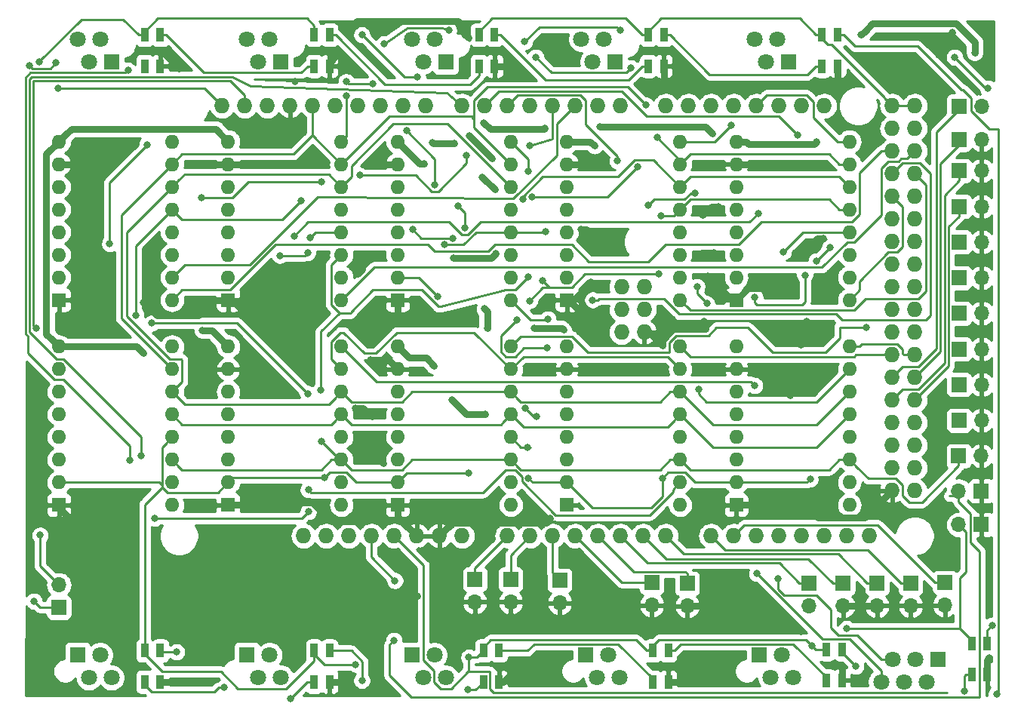
<source format=gbr>
G04 #@! TF.GenerationSoftware,KiCad,Pcbnew,5.1.2-f72e74a~84~ubuntu18.04.1*
G04 #@! TF.CreationDate,2019-06-28T13:57:40+02:00*
G04 #@! TF.ProjectId,shoulder_complex_control,73686f75-6c64-4657-925f-636f6d706c65,rev?*
G04 #@! TF.SameCoordinates,Original*
G04 #@! TF.FileFunction,Copper,L1,Top*
G04 #@! TF.FilePolarity,Positive*
%FSLAX46Y46*%
G04 Gerber Fmt 4.6, Leading zero omitted, Abs format (unit mm)*
G04 Created by KiCad (PCBNEW 5.1.2-f72e74a~84~ubuntu18.04.1) date 2019-06-28 13:57:40*
%MOMM*%
%LPD*%
G04 APERTURE LIST*
%ADD10O,1.727200X1.727200*%
%ADD11O,1.600000X1.600000*%
%ADD12R,1.600000X1.600000*%
%ADD13R,0.850000X1.600000*%
%ADD14R,1.800000X1.800000*%
%ADD15C,1.800000*%
%ADD16R,1.700000X1.700000*%
%ADD17O,1.700000X1.700000*%
%ADD18C,0.800000*%
%ADD19C,0.250000*%
%ADD20C,0.800000*%
%ADD21C,0.254000*%
G04 APERTURE END LIST*
D10*
X162127000Y-88100000D03*
X164667000Y-88100000D03*
X164667000Y-85560000D03*
X162127000Y-85560000D03*
X164667000Y-83020000D03*
X149300000Y-110960000D03*
X144220000Y-110960000D03*
X141680000Y-110960000D03*
X139140000Y-110960000D03*
X136600000Y-110960000D03*
X134060000Y-110960000D03*
X131520000Y-110960000D03*
X128980000Y-110960000D03*
X184860000Y-62700000D03*
X182320000Y-62700000D03*
X179780000Y-62700000D03*
X177240000Y-62700000D03*
X174700000Y-62700000D03*
X172160000Y-62700000D03*
X169620000Y-62700000D03*
X167080000Y-62700000D03*
X162000000Y-62700000D03*
X159460000Y-62700000D03*
X156920000Y-62700000D03*
X154380000Y-62700000D03*
X151840000Y-62700000D03*
X149300000Y-62700000D03*
X146760000Y-62700000D03*
X144220000Y-62700000D03*
X124916000Y-62700000D03*
X140156000Y-62700000D03*
X137616000Y-62700000D03*
X135076000Y-62700000D03*
X117296000Y-62700000D03*
X119836000Y-62700000D03*
X122376000Y-62700000D03*
X127456000Y-62700000D03*
X129996000Y-62700000D03*
X132536000Y-62700000D03*
X126440000Y-110960000D03*
X151840000Y-110960000D03*
X154380000Y-110960000D03*
X156920000Y-110960000D03*
X159460000Y-110960000D03*
X162000000Y-110960000D03*
X164540000Y-110960000D03*
X167080000Y-110960000D03*
X172160000Y-110960000D03*
X174700000Y-110960000D03*
X177240000Y-110960000D03*
X179780000Y-110960000D03*
X182320000Y-110960000D03*
X184860000Y-110960000D03*
X187400000Y-110960000D03*
X189940000Y-110960000D03*
X192480000Y-62700000D03*
X195020000Y-62700000D03*
X192480000Y-65240000D03*
X195020000Y-65240000D03*
X192480000Y-67780000D03*
X195020000Y-67780000D03*
X192480000Y-70320000D03*
X195020000Y-70320000D03*
X192480000Y-72860000D03*
X195020000Y-72860000D03*
X192480000Y-75400000D03*
X195020000Y-75400000D03*
X192480000Y-77940000D03*
X195020000Y-77940000D03*
X192480000Y-80480000D03*
X195020000Y-80480000D03*
X192480000Y-83020000D03*
X195020000Y-83020000D03*
X192480000Y-85560000D03*
X195020000Y-85560000D03*
X192480000Y-88100000D03*
X195020000Y-88100000D03*
X192480000Y-90640000D03*
X195020000Y-90640000D03*
X192480000Y-93180000D03*
X195020000Y-93180000D03*
X192480000Y-95720000D03*
X195020000Y-95720000D03*
X192480000Y-98260000D03*
X195020000Y-98260000D03*
X192480000Y-100800000D03*
X195020000Y-100800000D03*
X192480000Y-103340000D03*
X195020000Y-103340000D03*
X192480000Y-105880000D03*
X195020000Y-105880000D03*
X162127000Y-83020000D03*
D11*
X111700000Y-84500000D03*
X99000000Y-66720000D03*
X111700000Y-81960000D03*
X99000000Y-69260000D03*
X111700000Y-79420000D03*
X99000000Y-71800000D03*
X111700000Y-76880000D03*
X99000000Y-74340000D03*
X111700000Y-74340000D03*
X99000000Y-76880000D03*
X111700000Y-71800000D03*
X99000000Y-79420000D03*
X111700000Y-69260000D03*
X99000000Y-81960000D03*
X111700000Y-66720000D03*
D12*
X99000000Y-84500000D03*
X99000000Y-107500000D03*
D11*
X111700000Y-89720000D03*
X99000000Y-104960000D03*
X111700000Y-92260000D03*
X99000000Y-102420000D03*
X111700000Y-94800000D03*
X99000000Y-99880000D03*
X111700000Y-97340000D03*
X99000000Y-97340000D03*
X111700000Y-99880000D03*
X99000000Y-94800000D03*
X111700000Y-102420000D03*
X99000000Y-92260000D03*
X111700000Y-104960000D03*
X99000000Y-89720000D03*
X111700000Y-107500000D03*
X130700000Y-84500000D03*
X118000000Y-66720000D03*
X130700000Y-81960000D03*
X118000000Y-69260000D03*
X130700000Y-79420000D03*
X118000000Y-71800000D03*
X130700000Y-76880000D03*
X118000000Y-74340000D03*
X130700000Y-74340000D03*
X118000000Y-76880000D03*
X130700000Y-71800000D03*
X118000000Y-79420000D03*
X130700000Y-69260000D03*
X118000000Y-81960000D03*
X130700000Y-66720000D03*
D12*
X118000000Y-84500000D03*
X118000000Y-107500000D03*
D11*
X130700000Y-89720000D03*
X118000000Y-104960000D03*
X130700000Y-92260000D03*
X118000000Y-102420000D03*
X130700000Y-94800000D03*
X118000000Y-99880000D03*
X130700000Y-97340000D03*
X118000000Y-97340000D03*
X130700000Y-99880000D03*
X118000000Y-94800000D03*
X130700000Y-102420000D03*
X118000000Y-92260000D03*
X130700000Y-104960000D03*
X118000000Y-89720000D03*
X130700000Y-107500000D03*
D12*
X137000000Y-84500000D03*
D11*
X149700000Y-66720000D03*
X137000000Y-81960000D03*
X149700000Y-69260000D03*
X137000000Y-79420000D03*
X149700000Y-71800000D03*
X137000000Y-76880000D03*
X149700000Y-74340000D03*
X137000000Y-74340000D03*
X149700000Y-76880000D03*
X137000000Y-71800000D03*
X149700000Y-79420000D03*
X137000000Y-69260000D03*
X149700000Y-81960000D03*
X137000000Y-66720000D03*
X149700000Y-84500000D03*
X149700000Y-107500000D03*
X137000000Y-89720000D03*
X149700000Y-104960000D03*
X137000000Y-92260000D03*
X149700000Y-102420000D03*
X137000000Y-94800000D03*
X149700000Y-99880000D03*
X137000000Y-97340000D03*
X149700000Y-97340000D03*
X137000000Y-99880000D03*
X149700000Y-94800000D03*
X137000000Y-102420000D03*
X149700000Y-92260000D03*
X137000000Y-104960000D03*
X149700000Y-89720000D03*
D12*
X137000000Y-107500000D03*
D11*
X168700000Y-84500000D03*
X156000000Y-66720000D03*
X168700000Y-81960000D03*
X156000000Y-69260000D03*
X168700000Y-79420000D03*
X156000000Y-71800000D03*
X168700000Y-76880000D03*
X156000000Y-74340000D03*
X168700000Y-74340000D03*
X156000000Y-76880000D03*
X168700000Y-71800000D03*
X156000000Y-79420000D03*
X168700000Y-69260000D03*
X156000000Y-81960000D03*
X168700000Y-66720000D03*
D12*
X156000000Y-84500000D03*
X156000000Y-107500000D03*
D11*
X168700000Y-89720000D03*
X156000000Y-104960000D03*
X168700000Y-92260000D03*
X156000000Y-102420000D03*
X168700000Y-94800000D03*
X156000000Y-99880000D03*
X168700000Y-97340000D03*
X156000000Y-97340000D03*
X168700000Y-99880000D03*
X156000000Y-94800000D03*
X168700000Y-102420000D03*
X156000000Y-92260000D03*
X168700000Y-104960000D03*
X156000000Y-89720000D03*
X168700000Y-107500000D03*
X187700000Y-84500000D03*
X175000000Y-66720000D03*
X187700000Y-81960000D03*
X175000000Y-69260000D03*
X187700000Y-79420000D03*
X175000000Y-71800000D03*
X187700000Y-76880000D03*
X175000000Y-74340000D03*
X187700000Y-74340000D03*
X175000000Y-76880000D03*
X187700000Y-71800000D03*
X175000000Y-79420000D03*
X187700000Y-69260000D03*
X175000000Y-81960000D03*
X187700000Y-66720000D03*
D12*
X175000000Y-84500000D03*
X175000000Y-107500000D03*
D11*
X187700000Y-89720000D03*
X175000000Y-104960000D03*
X187700000Y-92260000D03*
X175000000Y-102420000D03*
X187700000Y-94800000D03*
X175000000Y-99880000D03*
X187700000Y-97340000D03*
X175000000Y-97340000D03*
X187700000Y-99880000D03*
X175000000Y-94800000D03*
X187700000Y-102420000D03*
X175000000Y-92260000D03*
X187700000Y-104960000D03*
X175000000Y-89720000D03*
X187700000Y-107500000D03*
D13*
X110375000Y-54750000D03*
X108625000Y-54750000D03*
X110375000Y-58250000D03*
X108625000Y-58250000D03*
X127625000Y-58250000D03*
X129375000Y-58250000D03*
X127625000Y-54750000D03*
X129375000Y-54750000D03*
X147875000Y-54750000D03*
X146125000Y-54750000D03*
X147875000Y-58250000D03*
X146125000Y-58250000D03*
X165125000Y-58250000D03*
X166875000Y-58250000D03*
X165125000Y-54750000D03*
X166875000Y-54750000D03*
X186375000Y-54750000D03*
X184625000Y-54750000D03*
X186375000Y-58250000D03*
X184625000Y-58250000D03*
X110375000Y-123851200D03*
X108625000Y-123851200D03*
X110375000Y-127351200D03*
X108625000Y-127351200D03*
X129375000Y-123851200D03*
X127625000Y-123851200D03*
X129375000Y-127351200D03*
X127625000Y-127351200D03*
X146625000Y-127351200D03*
X148375000Y-127351200D03*
X146625000Y-123851200D03*
X148375000Y-123851200D03*
X167375000Y-123851200D03*
X165625000Y-123851200D03*
X167375000Y-127351200D03*
X165625000Y-127351200D03*
X185125000Y-127195801D03*
X186875000Y-127195801D03*
X185125000Y-123695801D03*
X186875000Y-123695801D03*
X201425000Y-126550000D03*
X203175000Y-126550000D03*
X201425000Y-123050000D03*
X203175000Y-123050000D03*
D14*
X104905000Y-57770000D03*
D15*
X103635000Y-55230000D03*
X102365000Y-57770000D03*
X101095000Y-55230000D03*
D14*
X101095000Y-124331200D03*
D15*
X102365000Y-126871200D03*
X103635000Y-124331200D03*
X104905000Y-126871200D03*
X191250000Y-127341200D03*
X192520000Y-124801200D03*
D14*
X197600000Y-124801200D03*
D15*
X196330000Y-127341200D03*
X195060000Y-124801200D03*
X193790000Y-127341200D03*
X120095000Y-55230000D03*
X121365000Y-57770000D03*
X122635000Y-55230000D03*
D14*
X123905000Y-57770000D03*
D15*
X123905000Y-126871200D03*
X122635000Y-124331200D03*
X121365000Y-126871200D03*
D14*
X120095000Y-124331200D03*
D16*
X99000000Y-119000000D03*
D17*
X99000000Y-116460000D03*
D15*
X138595000Y-55230000D03*
X139865000Y-57770000D03*
X141135000Y-55230000D03*
D14*
X142405000Y-57770000D03*
D15*
X142405000Y-126871200D03*
X141135000Y-124331200D03*
X139865000Y-126871200D03*
D14*
X138595000Y-124331200D03*
X161405000Y-57770000D03*
D15*
X160135000Y-55230000D03*
X158865000Y-57770000D03*
X157595000Y-55230000D03*
D14*
X158095000Y-124331200D03*
D15*
X159365000Y-126871200D03*
X160635000Y-124331200D03*
X161905000Y-126871200D03*
X177095000Y-55230000D03*
X178365000Y-57770000D03*
X179635000Y-55230000D03*
D14*
X180905000Y-57770000D03*
X177595000Y-124331200D03*
D15*
X178865000Y-126871200D03*
X180135000Y-124331200D03*
X181405000Y-126871200D03*
D17*
X202489200Y-102004200D03*
D16*
X199949200Y-102004200D03*
D17*
X199948800Y-105943400D03*
D16*
X202488800Y-105943400D03*
X202488800Y-109702600D03*
D17*
X199948800Y-109702600D03*
X145669000Y-118389400D03*
D16*
X145669000Y-115849400D03*
X200000000Y-62750000D03*
D17*
X202540000Y-62750000D03*
D16*
X149682200Y-115849400D03*
D17*
X149682200Y-118389400D03*
X202540000Y-66500000D03*
D16*
X200000000Y-66500000D03*
D17*
X155194000Y-118491000D03*
D16*
X155194000Y-115951000D03*
X200000000Y-70000000D03*
D17*
X202540000Y-70000000D03*
D16*
X165531800Y-116205000D03*
D17*
X165531800Y-118745000D03*
X202540000Y-74000000D03*
D16*
X200000000Y-74000000D03*
X169494200Y-116306600D03*
D17*
X169494200Y-118846600D03*
X202540000Y-78000000D03*
D16*
X200000000Y-78000000D03*
D17*
X183184800Y-118795800D03*
D16*
X183184800Y-116255800D03*
X200000000Y-82000000D03*
D17*
X202540000Y-82000000D03*
D16*
X186969400Y-116306600D03*
D17*
X186969400Y-118846600D03*
X202540000Y-86000000D03*
D16*
X200000000Y-86000000D03*
D17*
X190804800Y-118795800D03*
D16*
X190804800Y-116255800D03*
X200000000Y-90000000D03*
D17*
X202540000Y-90000000D03*
D16*
X194564000Y-116255800D03*
D17*
X194564000Y-118795800D03*
X202540000Y-94000000D03*
D16*
X200000000Y-94000000D03*
D17*
X198399400Y-118745000D03*
D16*
X198399400Y-116205000D03*
X200000000Y-98000000D03*
D17*
X202540000Y-98000000D03*
D18*
X108500000Y-90500000D03*
X115100000Y-87900000D03*
X152300000Y-87700000D03*
X155600000Y-87869999D03*
X147050000Y-87700000D03*
X146750000Y-85500000D03*
X143250000Y-79750000D03*
X148007653Y-79242347D03*
X147900000Y-72100000D03*
X146500000Y-70700000D03*
X147600000Y-68600000D03*
X145100000Y-66100000D03*
X143400000Y-66900000D03*
X140900000Y-66800000D03*
X140000000Y-69200000D03*
X146700000Y-64600000D03*
X153500000Y-65200000D03*
X159100000Y-67200000D03*
X159700000Y-65100000D03*
X172300000Y-65800000D03*
X146800000Y-97300000D03*
X143100000Y-95700000D03*
X141100000Y-91900000D03*
X184000000Y-66750000D03*
X189000000Y-54750000D03*
X201750000Y-56750000D03*
X106500000Y-67000000D03*
X114750000Y-69250000D03*
X124750000Y-69250000D03*
X134000000Y-69250000D03*
X103750000Y-84750000D03*
X108500000Y-84750000D03*
X133000000Y-79500000D03*
X132500000Y-81559999D03*
X125501699Y-59952148D03*
X112500000Y-58500000D03*
X186700000Y-60100000D03*
X167200000Y-60400000D03*
X171800000Y-81800000D03*
X173000000Y-74000000D03*
X171200000Y-75000000D03*
X172500000Y-79200000D03*
X170500000Y-79800000D03*
X113000000Y-127400000D03*
X150200000Y-126000000D03*
X150200000Y-121600000D03*
X154143198Y-109041505D03*
X107900000Y-56400000D03*
X132300000Y-96650001D03*
X134100000Y-97600000D03*
X133800000Y-101100000D03*
X135434316Y-102820001D03*
X134100000Y-108100000D03*
X134000000Y-89500000D03*
X149600000Y-57700000D03*
X154000000Y-55300000D03*
X180500000Y-84000000D03*
X184600000Y-84400000D03*
X184300000Y-69600000D03*
X184800000Y-77605000D03*
X182200000Y-79500000D03*
X180200000Y-82300000D03*
X203400000Y-124700000D03*
X182200000Y-121700000D03*
X169900000Y-127000000D03*
X186500000Y-125500000D03*
X131300000Y-127200000D03*
X121300000Y-107700000D03*
X121400000Y-115600000D03*
X110000000Y-115900000D03*
X107100000Y-115900000D03*
X182200000Y-89500000D03*
X182900000Y-86900000D03*
X166723672Y-89623672D03*
X126100000Y-92100000D03*
X159800000Y-88100000D03*
X171400000Y-86869989D03*
X159400000Y-69600000D03*
X157600000Y-76600000D03*
X160800000Y-79200000D03*
X158700000Y-82500000D03*
X130500000Y-56700000D03*
X131200000Y-54400000D03*
X145000000Y-55100000D03*
X139184999Y-117700000D03*
X135000000Y-117600000D03*
X134000000Y-91225000D03*
X196500000Y-60750000D03*
X179440000Y-92260000D03*
X181000000Y-95200001D03*
X182750000Y-107500000D03*
X197750000Y-57000000D03*
X199250000Y-54500000D03*
X151663400Y-81915000D03*
X185496200Y-78613000D03*
X170600000Y-83000000D03*
X171700000Y-84900001D03*
X177100000Y-84200000D03*
X182700000Y-81700000D03*
X183999201Y-80109999D03*
X128400000Y-94600000D03*
X128500000Y-100400000D03*
X183300000Y-104600000D03*
X166700000Y-104500000D03*
X151700000Y-104500000D03*
X151600000Y-101000000D03*
X145000000Y-103900000D03*
X128800000Y-104400000D03*
X123800000Y-79500000D03*
X126900000Y-79200000D03*
X127200000Y-77500000D03*
X132300000Y-125400000D03*
X145000000Y-124600000D03*
X183500000Y-123300000D03*
X187400000Y-121375000D03*
X153293653Y-82360001D03*
X166344600Y-81584800D03*
X166522400Y-75029999D03*
X151815800Y-84582000D03*
X126212600Y-73329800D03*
X107645200Y-86207600D03*
X151033354Y-73156954D03*
X164871400Y-62636400D03*
X166141400Y-66268600D03*
X170800000Y-94500000D03*
X115000000Y-73000000D03*
X128500000Y-71250000D03*
X132750000Y-70500000D03*
X144750000Y-68250000D03*
X152500000Y-57250000D03*
X163212347Y-58462347D03*
X177444400Y-74803000D03*
X125374400Y-77317600D03*
X108250000Y-102000000D03*
X151815800Y-67183000D03*
X162000000Y-54250000D03*
X151250000Y-55500000D03*
X142750000Y-54250000D03*
X135500000Y-55750000D03*
X134250000Y-60250000D03*
X131250000Y-60000000D03*
X131246199Y-61607044D03*
X177063400Y-94110001D03*
X127000000Y-108250000D03*
X109750000Y-109000000D03*
X107000000Y-102500000D03*
X106750000Y-58724990D03*
X133000000Y-54750000D03*
X139250000Y-59500000D03*
X163931600Y-69545200D03*
X152095200Y-72948800D03*
X151663400Y-70078600D03*
X144551400Y-76428600D03*
X143764000Y-73939400D03*
X152600000Y-97600000D03*
X151300000Y-96650001D03*
X153800000Y-89900000D03*
X150400000Y-86700000D03*
X143200000Y-77569999D03*
X138694314Y-76594314D03*
X141200000Y-71600000D03*
X138000000Y-65500000D03*
X189585600Y-87604600D03*
X161671000Y-68910200D03*
X174447200Y-64871600D03*
X127000000Y-105800000D03*
X126900000Y-95000000D03*
X109400000Y-87100000D03*
X104700000Y-78200000D03*
X108900000Y-67100000D03*
X181889400Y-66014600D03*
X204200000Y-128700000D03*
X117500000Y-128000000D03*
X125000000Y-129200000D03*
X112200000Y-124000000D03*
X144900000Y-128200000D03*
X133000000Y-127200000D03*
X188400000Y-125600000D03*
X200600000Y-128375000D03*
X203700000Y-121000000D03*
X177300000Y-115200000D03*
X179700000Y-115800000D03*
X180300000Y-79100000D03*
X165100000Y-73900000D03*
X170400000Y-72489999D03*
X153600000Y-76800000D03*
X142300000Y-78299990D03*
X141500000Y-84100000D03*
X96800000Y-57800000D03*
X153884148Y-86635547D03*
X158900000Y-84500000D03*
X199500000Y-57250000D03*
X203250000Y-60750000D03*
X98922601Y-60774999D03*
X98700000Y-57900000D03*
X95700000Y-58200000D03*
X96200000Y-118300000D03*
X96432590Y-87700000D03*
X96900000Y-110900000D03*
X136700000Y-116000000D03*
X136600000Y-122700000D03*
D19*
X191258686Y-67780000D02*
X192480000Y-67780000D01*
X188825001Y-70213685D02*
X191258686Y-67780000D01*
X147199692Y-79024990D02*
X147929683Y-78294999D01*
X123330003Y-78294999D02*
X140394999Y-78294999D01*
X118250003Y-83374999D02*
X123330003Y-78294999D01*
X141124990Y-79024990D02*
X147199692Y-79024990D01*
X111700000Y-84500000D02*
X112825001Y-83374999D01*
X156540001Y-78294999D02*
X158445002Y-80200000D01*
X112825001Y-83374999D02*
X118250003Y-83374999D01*
X147929683Y-78294999D02*
X156540001Y-78294999D01*
X158445002Y-80200000D02*
X165129002Y-80200000D01*
X140394999Y-78294999D02*
X141124990Y-79024990D01*
X177790003Y-75754999D02*
X187950003Y-75754999D01*
X188825001Y-74880001D02*
X188825001Y-70213685D01*
X167034003Y-78294999D02*
X175250003Y-78294999D01*
X175250003Y-78294999D02*
X177790003Y-75754999D01*
X165129002Y-80200000D02*
X167034003Y-78294999D01*
X187950003Y-75754999D02*
X188825001Y-74880001D01*
D20*
X100400001Y-65319999D02*
X99799999Y-65920001D01*
X116599999Y-65319999D02*
X100400001Y-65319999D01*
X99799999Y-65920001D02*
X99000000Y-66720000D01*
X118000000Y-66720000D02*
X116599999Y-65319999D01*
X97599999Y-68120001D02*
X97599999Y-88319999D01*
X98200001Y-88920001D02*
X99000000Y-89720000D01*
X97599999Y-88319999D02*
X98200001Y-88920001D01*
X99000000Y-66720000D02*
X97599999Y-68120001D01*
X99000000Y-89720000D02*
X107720000Y-89720000D01*
X107720000Y-89720000D02*
X108500000Y-90500000D01*
X116180000Y-87900000D02*
X118000000Y-89720000D01*
X115100000Y-87900000D02*
X116180000Y-87900000D01*
X152300000Y-87700000D02*
X155430001Y-87700000D01*
X155430001Y-87700000D02*
X155600000Y-87869999D01*
X147050000Y-87700000D02*
X147050000Y-85800000D01*
X147050000Y-85800000D02*
X146750000Y-85500000D01*
X143250000Y-79750000D02*
X147500000Y-79750000D01*
X147500000Y-79750000D02*
X148007653Y-79242347D01*
X147900000Y-72100000D02*
X146500000Y-70700000D01*
X147600000Y-68600000D02*
X145100000Y-66100000D01*
X143400000Y-66900000D02*
X141000000Y-66900000D01*
X141000000Y-66900000D02*
X140900000Y-66800000D01*
X139480000Y-69200000D02*
X137000000Y-66720000D01*
X140000000Y-69200000D02*
X139480000Y-69200000D01*
X146700000Y-64600000D02*
X147400000Y-65300000D01*
X147400000Y-65300000D02*
X151700000Y-65300000D01*
X151700000Y-65300000D02*
X153400000Y-65300000D01*
X153400000Y-65300000D02*
X153500000Y-65200000D01*
X156000000Y-66720000D02*
X158620000Y-66720000D01*
X158620000Y-66720000D02*
X159100000Y-67200000D01*
X159700000Y-65100000D02*
X171600000Y-65100000D01*
X171600000Y-65100000D02*
X172300000Y-65800000D01*
X146800000Y-97300000D02*
X144700000Y-97300000D01*
X144700000Y-97300000D02*
X143100000Y-95700000D01*
X141100000Y-91900000D02*
X140200000Y-91000000D01*
X138280000Y-91000000D02*
X137000000Y-89720000D01*
X140200000Y-91000000D02*
X138280000Y-91000000D01*
X183735399Y-67014601D02*
X184000000Y-66750000D01*
X176425971Y-67014601D02*
X183735399Y-67014601D01*
X175000000Y-66720000D02*
X176131370Y-66720000D01*
X176131370Y-66720000D02*
X176425971Y-67014601D01*
X189399999Y-54350001D02*
X189000000Y-54750000D01*
X199664218Y-53499992D02*
X190250008Y-53499992D01*
X201750000Y-55585774D02*
X199664218Y-53499992D01*
X190250008Y-53499992D02*
X189399999Y-54350001D01*
X201750000Y-56750000D02*
X201750000Y-55585774D01*
D19*
X156056401Y-63563599D02*
X156920000Y-62700000D01*
X154874999Y-64745001D02*
X156056401Y-63563599D01*
X113114999Y-80545001D02*
X120443591Y-80545001D01*
X111700000Y-81960000D02*
X113114999Y-80545001D01*
X128063591Y-72925001D02*
X150000000Y-73100000D01*
X120443591Y-80545001D02*
X128063591Y-72925001D01*
X150000000Y-73100000D02*
X154874999Y-68290003D01*
X154874999Y-68290003D02*
X154874999Y-64745001D01*
D20*
X104240000Y-69260000D02*
X106500000Y-67000000D01*
X117990000Y-69250000D02*
X118000000Y-69260000D01*
X114750000Y-69250000D02*
X117990000Y-69250000D01*
X118000000Y-69260000D02*
X124740000Y-69260000D01*
X124740000Y-69260000D02*
X124750000Y-69250000D01*
X136990000Y-69250000D02*
X137000000Y-69260000D01*
X134000000Y-69250000D02*
X136990000Y-69250000D01*
X103010000Y-84010000D02*
X103750000Y-84750000D01*
X103010000Y-69260000D02*
X103010000Y-84010000D01*
X103010000Y-69260000D02*
X104240000Y-69260000D01*
X99000000Y-69260000D02*
X103010000Y-69260000D01*
X116400000Y-84500000D02*
X118000000Y-84500000D01*
X114650000Y-86250000D02*
X116400000Y-84500000D01*
X110000000Y-86250000D02*
X114650000Y-86250000D01*
X108500000Y-84750000D02*
X110000000Y-86250000D01*
X133000000Y-79500000D02*
X133000000Y-81059999D01*
X133000000Y-81059999D02*
X132500000Y-81559999D01*
X186375000Y-58250000D02*
X186375000Y-59775000D01*
X186375000Y-59775000D02*
X186700000Y-60100000D01*
X166875000Y-58250000D02*
X166875000Y-60075000D01*
X166875000Y-60075000D02*
X167200000Y-60400000D01*
X175000000Y-84500000D02*
X174500000Y-84500000D01*
X174500000Y-84500000D02*
X171800000Y-81800000D01*
X173000000Y-74000000D02*
X172200000Y-74000000D01*
X172200000Y-74000000D02*
X171200000Y-75000000D01*
X172500000Y-79200000D02*
X171100000Y-79200000D01*
X171100000Y-79200000D02*
X170500000Y-79800000D01*
X110375000Y-127351200D02*
X112951200Y-127351200D01*
X112951200Y-127351200D02*
X113000000Y-127400000D01*
X148375000Y-127351200D02*
X148848800Y-127351200D01*
X148848800Y-127351200D02*
X150200000Y-126000000D01*
X142543599Y-110096401D02*
X141680000Y-110960000D01*
X143143601Y-109496399D02*
X142543599Y-110096401D01*
X153688304Y-109496399D02*
X143143601Y-109496399D01*
X154143198Y-109041505D02*
X153688304Y-109496399D01*
X137000000Y-108820000D02*
X139140000Y-110960000D01*
X137000000Y-107500000D02*
X137000000Y-108820000D01*
X112500000Y-58500000D02*
X110400000Y-56400000D01*
X110400000Y-56400000D02*
X107900000Y-56400000D01*
X132300000Y-96650001D02*
X133150001Y-96650001D01*
X133150001Y-96650001D02*
X134100000Y-97600000D01*
X133800000Y-101100000D02*
X133800000Y-101185685D01*
X133800000Y-101185685D02*
X135434316Y-102820001D01*
X137000000Y-84500000D02*
X137000000Y-86500000D01*
X137000000Y-86500000D02*
X134000000Y-89500000D01*
X147875000Y-58250000D02*
X149050000Y-58250000D01*
X149050000Y-58250000D02*
X149600000Y-57700000D01*
X179699999Y-83199999D02*
X180500000Y-84000000D01*
X175000000Y-84500000D02*
X176300001Y-83199999D01*
X176300001Y-83199999D02*
X179699999Y-83199999D01*
X175000000Y-69260000D02*
X183960000Y-69260000D01*
X183960000Y-69260000D02*
X184300000Y-69600000D01*
X184800000Y-77605000D02*
X184095000Y-77605000D01*
X184095000Y-77605000D02*
X182200000Y-79500000D01*
X180200000Y-83700000D02*
X180500000Y-84000000D01*
X180200000Y-82300000D02*
X180200000Y-83700000D01*
X203175000Y-126550000D02*
X203175000Y-124925000D01*
X203175000Y-124925000D02*
X203400000Y-124700000D01*
X190754000Y-118846600D02*
X190804800Y-118795800D01*
X186969400Y-118846600D02*
X190754000Y-118846600D01*
X179346600Y-118846600D02*
X169494200Y-118846600D01*
X182200000Y-121700000D02*
X179346600Y-118846600D01*
X167375000Y-127351200D02*
X169548800Y-127351200D01*
X169548800Y-127351200D02*
X169900000Y-127000000D01*
X186875000Y-127195801D02*
X186875000Y-125875000D01*
X186875000Y-125875000D02*
X186500000Y-125500000D01*
X129375000Y-127351200D02*
X131148800Y-127351200D01*
X131148800Y-127351200D02*
X131300000Y-127200000D01*
X119600000Y-107500000D02*
X118000000Y-107500000D01*
X119850001Y-107249999D02*
X119600000Y-107500000D01*
X129530002Y-109300000D02*
X127480001Y-107249999D01*
X127480001Y-107249999D02*
X119850001Y-107249999D01*
X132900000Y-109300000D02*
X129530002Y-109300000D01*
X134100000Y-108100000D02*
X132900000Y-109300000D01*
X118000000Y-107500000D02*
X121100000Y-107500000D01*
X121100000Y-107500000D02*
X121300000Y-107700000D01*
X121400000Y-115600000D02*
X110300000Y-115600000D01*
X110300000Y-115600000D02*
X110000000Y-115900000D01*
X99000000Y-107800000D02*
X99000000Y-107500000D01*
X107100000Y-115900000D02*
X99000000Y-107800000D01*
X182900000Y-88800000D02*
X182200000Y-89500000D01*
X182900000Y-86900000D02*
X182900000Y-88800000D01*
X167954690Y-87774990D02*
X171574990Y-87774990D01*
X166723672Y-89623672D02*
X166723672Y-89006008D01*
X166723672Y-89006008D02*
X167954690Y-87774990D01*
X118500000Y-84500000D02*
X118000000Y-84500000D01*
X126100000Y-92100000D02*
X118500000Y-84500000D01*
X156000000Y-84500000D02*
X156200000Y-84500000D01*
X156200000Y-84500000D02*
X159800000Y-88100000D01*
X165200000Y-88100000D02*
X166723672Y-89623672D01*
X164667000Y-88100000D02*
X165200000Y-88100000D01*
X156000000Y-69260000D02*
X159060000Y-69260000D01*
X159060000Y-69260000D02*
X159400000Y-69600000D01*
X157600000Y-76600000D02*
X158200000Y-76600000D01*
X158200000Y-76600000D02*
X160800000Y-79200000D01*
X156700000Y-84500000D02*
X156000000Y-84500000D01*
X158700000Y-82500000D02*
X156700000Y-84500000D01*
X129375000Y-58250000D02*
X129375000Y-57825000D01*
X129375000Y-57825000D02*
X130500000Y-56700000D01*
X132424990Y-53175010D02*
X143775010Y-53175010D01*
X131200000Y-54400000D02*
X132424990Y-53175010D01*
X144453025Y-53853025D02*
X144453025Y-54619949D01*
X143775010Y-53175010D02*
X144453025Y-53853025D01*
X144453025Y-54619949D02*
X144933076Y-55100000D01*
X144933076Y-55100000D02*
X145000000Y-55100000D01*
X139184999Y-117700000D02*
X135100000Y-117700000D01*
X135100000Y-117700000D02*
X135000000Y-117600000D01*
X135965000Y-91225000D02*
X137000000Y-92260000D01*
X134000000Y-91225000D02*
X135965000Y-91225000D01*
X196500000Y-60750000D02*
X195500000Y-60750000D01*
X179440000Y-92260000D02*
X179440000Y-93640001D01*
X179440000Y-93640001D02*
X181000000Y-95200001D01*
X182750000Y-107500000D02*
X175000000Y-107500000D01*
X191616401Y-106743599D02*
X192480000Y-105880000D01*
X184150001Y-108900001D02*
X189459999Y-108900001D01*
X189459999Y-108900001D02*
X191616401Y-106743599D01*
X182750000Y-107500000D02*
X184150001Y-108900001D01*
X197750000Y-57000000D02*
X197750000Y-56000000D01*
X197750000Y-56000000D02*
X199250000Y-54500000D01*
D19*
X192887731Y-104528601D02*
X189808601Y-104528601D01*
X193668601Y-105309471D02*
X192887731Y-104528601D01*
X188499999Y-103219999D02*
X187700000Y-102420000D01*
X193668601Y-106450529D02*
X193668601Y-105309471D01*
X189808601Y-104528601D02*
X188499999Y-103219999D01*
X169499999Y-103219999D02*
X168700000Y-102420000D01*
X169825001Y-103545001D02*
X169499999Y-103219999D01*
X185443629Y-103545001D02*
X169825001Y-103545001D01*
X186568630Y-102420000D02*
X185443629Y-103545001D01*
X187700000Y-102420000D02*
X186568630Y-102420000D01*
X150499999Y-103219999D02*
X149700000Y-102420000D01*
X150825001Y-103545001D02*
X150499999Y-103219999D01*
X166443629Y-103545001D02*
X150825001Y-103545001D01*
X167568630Y-102420000D02*
X166443629Y-103545001D01*
X168700000Y-102420000D02*
X167568630Y-102420000D01*
X138665002Y-102420000D02*
X137540001Y-103545001D01*
X131499999Y-103219999D02*
X130700000Y-102420000D01*
X131825001Y-103545001D02*
X131499999Y-103219999D01*
X137540001Y-103545001D02*
X131825001Y-103545001D01*
X149700000Y-102420000D02*
X138665002Y-102420000D01*
X112499999Y-103219999D02*
X111700000Y-102420000D01*
X112825001Y-103545001D02*
X112499999Y-103219999D01*
X128443629Y-103545001D02*
X112825001Y-103545001D01*
X129568630Y-102420000D02*
X128443629Y-103545001D01*
X130700000Y-102420000D02*
X129568630Y-102420000D01*
X185496200Y-78613000D02*
X183999201Y-80109999D01*
X199949200Y-103104200D02*
X195853400Y-107200000D01*
X199949200Y-102004200D02*
X199949200Y-103104200D01*
X194418072Y-107200000D02*
X194200000Y-106981928D01*
X195853400Y-107200000D02*
X194418072Y-107200000D01*
X194286673Y-107068601D02*
X194200000Y-106981928D01*
X194200000Y-106981928D02*
X193668601Y-106450529D01*
X129574999Y-80545001D02*
X129574999Y-85040001D01*
X149159999Y-83374999D02*
X150203401Y-83374999D01*
X129574999Y-85040001D02*
X130488598Y-85953600D01*
X150203401Y-83374999D02*
X151663400Y-81915000D01*
X130700000Y-79420000D02*
X129574999Y-80545001D01*
X170600000Y-83000000D02*
X170600000Y-83800001D01*
X170600000Y-83800001D02*
X171700000Y-84900001D01*
X128400000Y-89718588D02*
X128400000Y-94600000D01*
X130488598Y-85953600D02*
X128400000Y-88042198D01*
X128400000Y-88042198D02*
X128400000Y-89718588D01*
X130520000Y-102420000D02*
X130700000Y-102420000D01*
X128500000Y-100400000D02*
X130520000Y-102420000D01*
X131746400Y-85953600D02*
X131746400Y-85853600D01*
X130488598Y-85953600D02*
X131746400Y-85953600D01*
X139701997Y-83374999D02*
X141554515Y-85227517D01*
X141554515Y-85227517D02*
X141827517Y-85227517D01*
X134225001Y-83374999D02*
X139701997Y-83374999D01*
X131746400Y-85853600D02*
X134225001Y-83374999D01*
X141827517Y-85227517D02*
X149159999Y-83374999D01*
X177100000Y-84765685D02*
X177334315Y-85000000D01*
X177100000Y-84200000D02*
X177100000Y-84765685D01*
X177334315Y-85000000D02*
X182400000Y-85000000D01*
X182700000Y-84700000D02*
X182700000Y-81700000D01*
X182400000Y-85000000D02*
X182700000Y-84700000D01*
X175000000Y-104960000D02*
X182940000Y-104960000D01*
X182940000Y-104960000D02*
X183300000Y-104600000D01*
X167365001Y-103834999D02*
X166700000Y-104500000D01*
X169240001Y-103834999D02*
X167365001Y-103834999D01*
X175000000Y-104960000D02*
X170365002Y-104960000D01*
X170365002Y-104960000D02*
X169240001Y-103834999D01*
X158845001Y-107805001D02*
X156799999Y-105759999D01*
X165464001Y-107805001D02*
X158845001Y-107805001D01*
X156799999Y-105759999D02*
X156000000Y-104960000D01*
X166700000Y-106569002D02*
X165464001Y-107805001D01*
X166700000Y-104500000D02*
X166700000Y-106569002D01*
X150820000Y-101000000D02*
X149700000Y-99880000D01*
X151900000Y-101000000D02*
X150820000Y-101000000D01*
X138060000Y-103900000D02*
X137000000Y-104960000D01*
X145000000Y-103900000D02*
X138060000Y-103900000D01*
X129365001Y-103834999D02*
X128800000Y-104400000D01*
X131240001Y-103834999D02*
X129365001Y-103834999D01*
X137000000Y-104960000D02*
X132365002Y-104960000D01*
X132365002Y-104960000D02*
X131240001Y-103834999D01*
X118560000Y-104400000D02*
X118000000Y-104960000D01*
X128800000Y-104400000D02*
X118560000Y-104400000D01*
X110900001Y-100679999D02*
X111700000Y-99880000D01*
X116874999Y-106085001D02*
X111159999Y-106085001D01*
X110574999Y-101005001D02*
X110900001Y-100679999D01*
X111159999Y-106085001D02*
X110574999Y-105500001D01*
X118000000Y-104960000D02*
X116874999Y-106085001D01*
X110574999Y-105300000D02*
X110574999Y-101005001D01*
X110234999Y-104960000D02*
X99000000Y-104960000D01*
X110574999Y-105300000D02*
X110234999Y-104960000D01*
X110574999Y-105500001D02*
X110574999Y-105300000D01*
X123800000Y-79500000D02*
X126600000Y-79500000D01*
X126600000Y-79500000D02*
X126900000Y-79200000D01*
X127820000Y-76880000D02*
X130700000Y-76880000D01*
X127200000Y-77500000D02*
X127820000Y-76880000D01*
X152160000Y-104960000D02*
X151700000Y-104500000D01*
X156000000Y-104960000D02*
X152160000Y-104960000D01*
X183950000Y-54750000D02*
X182100010Y-52900010D01*
X184625000Y-54750000D02*
X183950000Y-54750000D01*
X165125000Y-54375000D02*
X165125000Y-54750000D01*
X166599990Y-52900010D02*
X165125000Y-54375000D01*
X182100010Y-52900010D02*
X166599990Y-52900010D01*
X164450000Y-54750000D02*
X162600010Y-52900010D01*
X165125000Y-54750000D02*
X164450000Y-54750000D01*
X146125000Y-54375000D02*
X146125000Y-54750000D01*
X147599990Y-52900010D02*
X146125000Y-54375000D01*
X162600010Y-52900010D02*
X147599990Y-52900010D01*
X127625000Y-53700000D02*
X126825010Y-52900010D01*
X127625000Y-54750000D02*
X127625000Y-53700000D01*
X108625000Y-54375000D02*
X108625000Y-54750000D01*
X110099990Y-52900010D02*
X108625000Y-54375000D01*
X126825010Y-52900010D02*
X110099990Y-52900010D01*
X108625000Y-107450000D02*
X110574999Y-105500001D01*
X108625000Y-123851200D02*
X108625000Y-107450000D01*
X127625000Y-124964202D02*
X127625000Y-124901200D01*
X124493001Y-128096201D02*
X127625000Y-124964202D01*
X119068925Y-128096201D02*
X124493001Y-128096201D01*
X117198923Y-126226199D02*
X119068925Y-128096201D01*
X127625000Y-124901200D02*
X127625000Y-123851200D01*
X110624999Y-126226199D02*
X117198923Y-126226199D01*
X108625000Y-124226200D02*
X110624999Y-126226199D01*
X108625000Y-123851200D02*
X108625000Y-124226200D01*
X129113798Y-125400000D02*
X132300000Y-125400000D01*
X128798800Y-125400000D02*
X129113798Y-125400000D01*
X127625000Y-123851200D02*
X127625000Y-124226200D01*
X127625000Y-124226200D02*
X128798800Y-125400000D01*
X145876200Y-124600000D02*
X146625000Y-123851200D01*
X145000000Y-124600000D02*
X145876200Y-124600000D01*
X185125000Y-123695801D02*
X183895801Y-123695801D01*
X183895801Y-123695801D02*
X183500000Y-123300000D01*
X201425000Y-122675000D02*
X201425000Y-123050000D01*
X200125000Y-121375000D02*
X201425000Y-122675000D01*
X187400000Y-121375000D02*
X200125000Y-121375000D01*
X169499999Y-73540001D02*
X168700000Y-74340000D01*
X185443629Y-73214999D02*
X169825001Y-73214999D01*
X186568630Y-74340000D02*
X185443629Y-73214999D01*
X169825001Y-73214999D02*
X169499999Y-73540001D01*
X187700000Y-74340000D02*
X186568630Y-74340000D01*
X158040202Y-81584800D02*
X166344600Y-81584800D01*
X156540001Y-83085001D02*
X158040202Y-81584800D01*
X153293653Y-82360001D02*
X154018653Y-83085001D01*
X154018653Y-83085001D02*
X156540001Y-83085001D01*
X168010001Y-75029999D02*
X168700000Y-74340000D01*
X166522400Y-75029999D02*
X168010001Y-75029999D01*
X154018653Y-83085001D02*
X153312799Y-83085001D01*
X153312799Y-83085001D02*
X151815800Y-84582000D01*
X124077399Y-75465001D02*
X126212600Y-73329800D01*
X111700000Y-74340000D02*
X112825001Y-75465001D01*
X112825001Y-75465001D02*
X124077399Y-75465001D01*
X111700000Y-74340000D02*
X107645200Y-78394800D01*
X107645200Y-78394800D02*
X107645200Y-86207600D01*
X129574999Y-98465001D02*
X129900001Y-98139999D01*
X112825001Y-98465001D02*
X129574999Y-98465001D01*
X129900001Y-98139999D02*
X130700000Y-97340000D01*
X111700000Y-97340000D02*
X112825001Y-98465001D01*
X148574999Y-98465001D02*
X148900001Y-98139999D01*
X148900001Y-98139999D02*
X149700000Y-97340000D01*
X131825001Y-98465001D02*
X148574999Y-98465001D01*
X130700000Y-97340000D02*
X131825001Y-98465001D01*
X167285001Y-98754999D02*
X167900001Y-98139999D01*
X151114999Y-98754999D02*
X167285001Y-98754999D01*
X167900001Y-98139999D02*
X168700000Y-97340000D01*
X149700000Y-97340000D02*
X151114999Y-98754999D01*
X184034999Y-101005001D02*
X186900001Y-98139999D01*
X172365001Y-101005001D02*
X184034999Y-101005001D01*
X186900001Y-98139999D02*
X187700000Y-97340000D01*
X168700000Y-97340000D02*
X172365001Y-101005001D01*
X186900001Y-71000001D02*
X187700000Y-71800000D01*
X169825001Y-70674999D02*
X186574999Y-70674999D01*
X186574999Y-70674999D02*
X186900001Y-71000001D01*
X168700000Y-71800000D02*
X169825001Y-70674999D01*
X168700000Y-71800000D02*
X165720199Y-68820199D01*
X163583599Y-68820199D02*
X161728799Y-70674999D01*
X161728799Y-70674999D02*
X153295999Y-70674999D01*
X165720199Y-68820199D02*
X163583599Y-68820199D01*
X153295999Y-70674999D02*
X151033354Y-72937644D01*
X151033354Y-72937644D02*
X151033354Y-73156954D01*
X131825001Y-69419199D02*
X136499600Y-64744600D01*
X130700000Y-71800000D02*
X131825001Y-70674999D01*
X131825001Y-70674999D02*
X131825001Y-69419199D01*
X142644600Y-64744600D02*
X149700000Y-71800000D01*
X136499600Y-64744600D02*
X142644600Y-64744600D01*
X112499999Y-71000001D02*
X111700000Y-71800000D01*
X113114999Y-70385001D02*
X112499999Y-71000001D01*
X129285001Y-70385001D02*
X113114999Y-70385001D01*
X130700000Y-71800000D02*
X129285001Y-70385001D01*
X111700000Y-71800000D02*
X106629200Y-76870800D01*
X111449997Y-91134999D02*
X112750399Y-91134999D01*
X106629200Y-76870800D02*
X106629200Y-86314202D01*
X106629200Y-86314202D02*
X111449997Y-91134999D01*
X112499999Y-94000001D02*
X111700000Y-94800000D01*
X112825001Y-93674999D02*
X112499999Y-94000001D01*
X112825001Y-91209601D02*
X112825001Y-93674999D01*
X112750399Y-91134999D02*
X112825001Y-91209601D01*
X129900001Y-95599999D02*
X130700000Y-94800000D01*
X129285001Y-96214999D02*
X129900001Y-95599999D01*
X113114999Y-96214999D02*
X129285001Y-96214999D01*
X111700000Y-94800000D02*
X113114999Y-96214999D01*
X131499999Y-95599999D02*
X130700000Y-94800000D01*
X131825001Y-95925001D02*
X131499999Y-95599999D01*
X137540001Y-95925001D02*
X131825001Y-95925001D01*
X138665002Y-94800000D02*
X137540001Y-95925001D01*
X149700000Y-94800000D02*
X138665002Y-94800000D01*
X150499999Y-95599999D02*
X149700000Y-94800000D01*
X150825001Y-95925001D02*
X150499999Y-95599999D01*
X166443629Y-95925001D02*
X150825001Y-95925001D01*
X167568630Y-94800000D02*
X166443629Y-95925001D01*
X168700000Y-94800000D02*
X167568630Y-94800000D01*
X169499999Y-95599999D02*
X168700000Y-94800000D01*
X172365001Y-98465001D02*
X169499999Y-95599999D01*
X184034999Y-98465001D02*
X172365001Y-98465001D01*
X187700000Y-94800000D02*
X184034999Y-98465001D01*
X169499999Y-68460001D02*
X168700000Y-69260000D01*
X169825001Y-68134999D02*
X169499999Y-68460001D01*
X185443629Y-68134999D02*
X169825001Y-68134999D01*
X186568630Y-69260000D02*
X185443629Y-68134999D01*
X187700000Y-69260000D02*
X186568630Y-69260000D01*
X147089490Y-60611380D02*
X162846380Y-60611380D01*
X145571399Y-62129471D02*
X147089490Y-60611380D01*
X162846380Y-60611380D02*
X164871400Y-62636400D01*
X149700000Y-69260000D02*
X145571399Y-65131399D01*
X168700000Y-68827200D02*
X168700000Y-69260000D01*
X166141400Y-66268600D02*
X168700000Y-68827200D01*
X136071399Y-63888601D02*
X145422601Y-63888601D01*
X130700000Y-69260000D02*
X136071399Y-63888601D01*
X145422601Y-64087802D02*
X145571399Y-64236600D01*
X145422601Y-63888601D02*
X145422601Y-64087802D01*
X145571399Y-65131399D02*
X145571399Y-64236600D01*
X145571399Y-64236600D02*
X145571399Y-62129471D01*
X127456000Y-66016000D02*
X127456000Y-62700000D01*
X130700000Y-69260000D02*
X127456000Y-66016000D01*
X112825001Y-68134999D02*
X125337001Y-68134999D01*
X125337001Y-68134999D02*
X127456000Y-66016000D01*
X111700000Y-69260000D02*
X112825001Y-68134999D01*
X111700000Y-69260000D02*
X105994200Y-74965800D01*
X105994200Y-86554200D02*
X111700000Y-92260000D01*
X105994200Y-74965800D02*
X105994200Y-86554200D01*
X167900001Y-91460001D02*
X168700000Y-92260000D01*
X167285001Y-90845001D02*
X167900001Y-91460001D01*
X151114999Y-90845001D02*
X167285001Y-90845001D01*
X149700000Y-92260000D02*
X151114999Y-90845001D01*
X172372116Y-95925001D02*
X184034999Y-95925001D01*
X186900001Y-93059999D02*
X187700000Y-92260000D01*
X184034999Y-95925001D02*
X186900001Y-93059999D01*
X171659316Y-95925001D02*
X172372116Y-95925001D01*
X170800000Y-95065685D02*
X171659316Y-95925001D01*
X170800000Y-94500000D02*
X170800000Y-95065685D01*
X115000000Y-73000000D02*
X118465002Y-73000000D01*
X120215002Y-71250000D02*
X128500000Y-71250000D01*
X118465002Y-73000000D02*
X120215002Y-71250000D01*
X144750000Y-69123002D02*
X144750000Y-68250000D01*
X141548001Y-72325001D02*
X144750000Y-69123002D01*
X140851999Y-72325001D02*
X141548001Y-72325001D01*
X132750000Y-70500000D02*
X139026998Y-70500000D01*
X139026998Y-70500000D02*
X140851999Y-72325001D01*
X162679693Y-58995001D02*
X163212347Y-58462347D01*
X152500000Y-57250000D02*
X154245001Y-58995001D01*
X154245001Y-58995001D02*
X162679693Y-58995001D01*
X126937001Y-75754999D02*
X125374400Y-77317600D01*
X176492401Y-75754999D02*
X146298003Y-75754999D01*
X144203399Y-77153601D02*
X142804797Y-75754999D01*
X177444400Y-74803000D02*
X176492401Y-75754999D01*
X142804797Y-75754999D02*
X126937001Y-75754999D01*
X146298003Y-75754999D02*
X144899401Y-77153601D01*
X144899401Y-77153601D02*
X144203399Y-77153601D01*
X194156401Y-68643599D02*
X195020000Y-67780000D01*
X192072269Y-68968601D02*
X193194989Y-68968601D01*
X191291399Y-69749471D02*
X192072269Y-68968601D01*
X193194989Y-68968601D02*
X193519991Y-68643599D01*
X191291399Y-74953603D02*
X191291399Y-69749471D01*
X193519991Y-68643599D02*
X194156401Y-68643599D01*
X188240001Y-78005001D02*
X191291399Y-74953603D01*
X187449997Y-78005001D02*
X188240001Y-78005001D01*
X184619999Y-80834999D02*
X187449997Y-78005001D01*
X134365001Y-80834999D02*
X184619999Y-80834999D01*
X130700000Y-84500000D02*
X134365001Y-80834999D01*
X154400000Y-66400000D02*
X154380000Y-62700000D01*
X151815800Y-67183000D02*
X154400000Y-66400000D01*
X152899999Y-53850001D02*
X151250000Y-55500000D01*
X162000000Y-54250000D02*
X161600001Y-53850001D01*
X161600001Y-53850001D02*
X152899999Y-53850001D01*
X134250000Y-60250000D02*
X131500000Y-60250000D01*
X131500000Y-60250000D02*
X131250000Y-60000000D01*
X131246199Y-66173801D02*
X130700000Y-66720000D01*
X131246199Y-61607044D02*
X131246199Y-66173801D01*
X134654999Y-93674999D02*
X131499999Y-90519999D01*
X131499999Y-90519999D02*
X130700000Y-89720000D01*
X176628398Y-93674999D02*
X134654999Y-93674999D01*
X177063400Y-94110001D02*
X176628398Y-93674999D01*
X127000000Y-108250000D02*
X126250000Y-109000000D01*
X126250000Y-109000000D02*
X109750000Y-109000000D01*
X133000000Y-54750000D02*
X137750000Y-59500000D01*
X137750000Y-59500000D02*
X139250000Y-59500000D01*
X163931600Y-69545200D02*
X160528000Y-72948800D01*
X160528000Y-72948800D02*
X152095200Y-72948800D01*
X151663400Y-68683400D02*
X149700000Y-66720000D01*
X151663400Y-70078600D02*
X151663400Y-68683400D01*
X144551400Y-76428600D02*
X144551400Y-74726800D01*
X144551400Y-74726800D02*
X143764000Y-73939400D01*
X152600000Y-97600000D02*
X152249999Y-97600000D01*
X152249999Y-97600000D02*
X151300000Y-96650001D01*
X151185002Y-89900000D02*
X150240001Y-90845001D01*
X150240001Y-90845001D02*
X149159999Y-90845001D01*
X149159999Y-90845001D02*
X148574999Y-90260001D01*
X148574999Y-90260001D02*
X148574999Y-88525001D01*
X153800000Y-89900000D02*
X151185002Y-89900000D01*
X148574999Y-88525001D02*
X150400000Y-86700000D01*
X143200000Y-77569999D02*
X139669999Y-77569999D01*
X139669999Y-77569999D02*
X138694314Y-76594314D01*
X141200000Y-71600000D02*
X141200000Y-68700000D01*
X141200000Y-68700000D02*
X138000000Y-65500000D01*
X169499999Y-85299999D02*
X168700000Y-84500000D01*
X169825001Y-85625001D02*
X169499999Y-85299999D01*
X188240001Y-85625001D02*
X169825001Y-85625001D01*
X189493603Y-84371399D02*
X188240001Y-85625001D01*
X195427731Y-84371399D02*
X189493603Y-84371399D01*
X196300000Y-71600000D02*
X196300000Y-83499130D01*
X196200000Y-83599130D02*
X195427731Y-84371399D01*
X196300000Y-83499130D02*
X196200000Y-83599130D01*
X195020000Y-70320000D02*
X196300000Y-71600000D01*
X150163599Y-61836401D02*
X149300000Y-62700000D01*
X150488601Y-61511399D02*
X150163599Y-61836401D01*
X157490529Y-61511399D02*
X150488601Y-61511399D01*
X158108601Y-64782116D02*
X158108601Y-62129471D01*
X158108601Y-62129471D02*
X157490529Y-61511399D01*
X161671000Y-68344515D02*
X158108601Y-64782116D01*
X161671000Y-68910200D02*
X161671000Y-68344515D01*
X168700000Y-66720000D02*
X172598800Y-66720000D01*
X172598800Y-66720000D02*
X174447200Y-64871600D01*
X169499999Y-90519999D02*
X168700000Y-89720000D01*
X169825001Y-90845001D02*
X169499999Y-90519999D01*
X188240001Y-90845001D02*
X169825001Y-90845001D01*
X188445002Y-90640000D02*
X188240001Y-90845001D01*
X192480000Y-90640000D02*
X188445002Y-90640000D01*
X127285001Y-106085001D02*
X127000000Y-105800000D01*
X146619999Y-106085001D02*
X127285001Y-106085001D01*
X149159999Y-103545001D02*
X146619999Y-106085001D01*
X150188591Y-103545001D02*
X149159999Y-103545001D01*
X150974999Y-104331409D02*
X150188591Y-103545001D01*
X165280411Y-108625001D02*
X154751999Y-108625001D01*
X168700000Y-104960000D02*
X167900001Y-105759999D01*
X167900001Y-105759999D02*
X167900001Y-106005411D01*
X167900001Y-106005411D02*
X165280411Y-108625001D01*
X154751999Y-108625001D02*
X150974999Y-104848001D01*
X150974999Y-104848001D02*
X150974999Y-104331409D01*
X126900000Y-95000000D02*
X119000000Y-87100000D01*
X119000000Y-87100000D02*
X109400000Y-87100000D01*
X104700000Y-78200000D02*
X104700000Y-71300000D01*
X104700000Y-71300000D02*
X108900000Y-67100000D01*
X193668601Y-74048601D02*
X193343599Y-73723599D01*
X193343599Y-73723599D02*
X192480000Y-72860000D01*
X193668601Y-78510529D02*
X193668601Y-74048601D01*
X193050529Y-79128601D02*
X193668601Y-78510529D01*
X192072269Y-79128601D02*
X193050529Y-79128601D01*
X188825001Y-82375869D02*
X192072269Y-79128601D01*
X188825001Y-83374999D02*
X188825001Y-82375869D01*
X187700000Y-84500000D02*
X188825001Y-83374999D01*
X147623599Y-61836401D02*
X146760000Y-62700000D01*
X162120519Y-61061389D02*
X148398611Y-61061389D01*
X164947731Y-63888601D02*
X162120519Y-61061389D01*
X148398611Y-61061389D02*
X147623599Y-61836401D01*
X179763401Y-63888601D02*
X164947731Y-63888601D01*
X181889400Y-66014600D02*
X179763401Y-63888601D01*
X183671399Y-62292269D02*
X183671399Y-64011999D01*
X182890529Y-61511399D02*
X183671399Y-62292269D01*
X177240000Y-62700000D02*
X178428601Y-61511399D01*
X178428601Y-61511399D02*
X182890529Y-61511399D01*
X186379400Y-66720000D02*
X187700000Y-66720000D01*
X183671399Y-64011999D02*
X186379400Y-66720000D01*
X188831370Y-89720000D02*
X187700000Y-89720000D01*
X193050529Y-89451399D02*
X189099971Y-89451399D01*
X189099971Y-89451399D02*
X188831370Y-89720000D01*
X193668601Y-90069471D02*
X193050529Y-89451399D01*
X193668601Y-90509915D02*
X193668601Y-90069471D01*
X193798686Y-90640000D02*
X193668601Y-90509915D01*
X195020000Y-90640000D02*
X193798686Y-90640000D01*
X126204999Y-58995001D02*
X126950000Y-58250000D01*
X111050000Y-54750000D02*
X115295001Y-58995001D01*
X126950000Y-58250000D02*
X127625000Y-58250000D01*
X115295001Y-58995001D02*
X126204999Y-58995001D01*
X110375000Y-54750000D02*
X111050000Y-54750000D01*
X146125000Y-59300000D02*
X145125000Y-60300000D01*
X146125000Y-58250000D02*
X146125000Y-59300000D01*
X130050000Y-54750000D02*
X129375000Y-54750000D01*
X135600000Y-60300000D02*
X130050000Y-54750000D01*
X145125000Y-60300000D02*
X135600000Y-60300000D01*
X148550000Y-54750000D02*
X153600000Y-59800000D01*
X147875000Y-54750000D02*
X148550000Y-54750000D01*
X164450000Y-58250000D02*
X165125000Y-58250000D01*
X162900000Y-59800000D02*
X164450000Y-58250000D01*
X153600000Y-59800000D02*
X162900000Y-59800000D01*
X204425001Y-128474999D02*
X204200000Y-128700000D01*
X108625000Y-127726200D02*
X108625000Y-127351200D01*
X109375001Y-128476201D02*
X108625000Y-127726200D01*
X116458114Y-128476201D02*
X109375001Y-128476201D01*
X116934315Y-128000000D02*
X116458114Y-128476201D01*
X117500000Y-128000000D02*
X116934315Y-128000000D01*
X127625000Y-127351200D02*
X126848800Y-127351200D01*
X126848800Y-127351200D02*
X125000000Y-129200000D01*
X110523800Y-124000000D02*
X110375000Y-123851200D01*
X112200000Y-124000000D02*
X110523800Y-124000000D01*
X129375000Y-123851200D02*
X131824202Y-123851200D01*
X145776200Y-128200000D02*
X146625000Y-127351200D01*
X144900000Y-128200000D02*
X145776200Y-128200000D01*
X133073002Y-127126998D02*
X133000000Y-127200000D01*
X133073002Y-125100000D02*
X133073002Y-127126998D01*
X131824202Y-123851200D02*
X133073002Y-125100000D01*
X165625000Y-126976200D02*
X165625000Y-127351200D01*
X161754999Y-123106199D02*
X165625000Y-126976200D01*
X152317803Y-123106199D02*
X161754999Y-123106199D01*
X151572802Y-123851200D02*
X152317803Y-123106199D01*
X148375000Y-123851200D02*
X151572802Y-123851200D01*
X185125000Y-126820801D02*
X185125000Y-127195801D01*
X181410398Y-123106199D02*
X185125000Y-126820801D01*
X168050000Y-123851200D02*
X168795001Y-123106199D01*
X168795001Y-123106199D02*
X181410398Y-123106199D01*
X167375000Y-123851200D02*
X168050000Y-123851200D01*
X188400000Y-125595801D02*
X188400000Y-125600000D01*
X186875000Y-123695801D02*
X186875000Y-124070801D01*
X186875000Y-124070801D02*
X188400000Y-125595801D01*
X200750000Y-126550000D02*
X201425000Y-126550000D01*
X200600000Y-126700000D02*
X200750000Y-126550000D01*
X200600000Y-128375000D02*
X200600000Y-126700000D01*
X203175000Y-123050000D02*
X203175000Y-121525000D01*
X203175000Y-121525000D02*
X203700000Y-121000000D01*
X191250000Y-126068408D02*
X191250000Y-127341200D01*
X187752392Y-122570800D02*
X191250000Y-126068408D01*
X184670800Y-122570800D02*
X187752392Y-122570800D01*
X177300000Y-115200000D02*
X184670800Y-122570800D01*
X191247208Y-124801200D02*
X192520000Y-124801200D01*
X180357209Y-117620799D02*
X184004597Y-117620799D01*
X179700000Y-116963590D02*
X180357209Y-117620799D01*
X191184998Y-124801200D02*
X191247208Y-124801200D01*
X179700000Y-115800000D02*
X179700000Y-116963590D01*
X185600000Y-119216202D02*
X185600000Y-121300000D01*
X184004597Y-117620799D02*
X185600000Y-119216202D01*
X185600000Y-121300000D02*
X186420790Y-122120790D01*
X186420790Y-122120790D02*
X186441580Y-122100000D01*
X188546008Y-122100000D02*
X191247208Y-124801200D01*
X186441580Y-122100000D02*
X188546008Y-122100000D01*
X98922601Y-60774999D02*
X115370999Y-60774999D01*
X116432401Y-61836401D02*
X117296000Y-62700000D01*
X115370999Y-60774999D02*
X116432401Y-61836401D01*
X119836000Y-61478686D02*
X118257314Y-59900000D01*
X119836000Y-62700000D02*
X119836000Y-61478686D01*
X118257314Y-59900000D02*
X96157600Y-59900000D01*
X200000000Y-106500000D02*
X198900000Y-106500000D01*
X199948800Y-107145481D02*
X201300000Y-108496681D01*
X199948800Y-105943400D02*
X199948800Y-107145481D01*
X201300000Y-108496681D02*
X201300000Y-111700000D01*
X201300000Y-111700000D02*
X202300000Y-112700000D01*
X202300000Y-112700000D02*
X202300000Y-129100000D01*
X134060000Y-112181314D02*
X134060000Y-110960000D01*
X202300000Y-129100000D02*
X138572724Y-129100000D01*
X200798799Y-110552599D02*
X200798799Y-114998799D01*
X199948800Y-109702600D02*
X200798799Y-110552599D01*
X139909999Y-124919201D02*
X139909999Y-114269999D01*
X141816999Y-128096201D02*
X141090001Y-127369203D01*
X141090001Y-126099203D02*
X139909999Y-124919201D01*
X142993001Y-128096201D02*
X141816999Y-128096201D01*
X147310001Y-126226199D02*
X144863003Y-126226199D01*
X137463599Y-111823599D02*
X136600000Y-110960000D01*
X139909999Y-114269999D02*
X137463599Y-111823599D01*
X147375001Y-126291199D02*
X147310001Y-126226199D01*
X141090001Y-127369203D02*
X141090001Y-126099203D01*
X147375001Y-128161203D02*
X147375001Y-126291199D01*
X147779999Y-128566201D02*
X147375001Y-128161203D01*
X144863003Y-126226199D02*
X142993001Y-128096201D01*
X198626075Y-128566201D02*
X147779999Y-128566201D01*
X191616401Y-61836401D02*
X192480000Y-62700000D01*
X185675000Y-55800000D02*
X191616401Y-61741401D01*
X185300000Y-55800000D02*
X185675000Y-55800000D01*
X184625000Y-55125000D02*
X185300000Y-55800000D01*
X191616401Y-61741401D02*
X191616401Y-61836401D01*
X184625000Y-54750000D02*
X184625000Y-55125000D01*
X187700000Y-76880000D02*
X182520000Y-76880000D01*
X182520000Y-76880000D02*
X180300000Y-79100000D01*
X169913591Y-72489999D02*
X170400000Y-72489999D01*
X169188591Y-73214999D02*
X169913591Y-72489999D01*
X165100000Y-73900000D02*
X165785001Y-73214999D01*
X165785001Y-73214999D02*
X169188591Y-73214999D01*
X149700000Y-76880000D02*
X153520000Y-76880000D01*
X153520000Y-76880000D02*
X153600000Y-76800000D01*
X195020000Y-62700000D02*
X192480000Y-62700000D01*
X144389422Y-78299990D02*
X142300000Y-78299990D01*
X149700000Y-76880000D02*
X145809412Y-76880000D01*
X145809412Y-76880000D02*
X144389422Y-78299990D01*
X139360000Y-81960000D02*
X137000000Y-81960000D01*
X141500000Y-84100000D02*
X139360000Y-81960000D01*
X163754989Y-122656189D02*
X164950000Y-123851200D01*
X147445011Y-122656189D02*
X163754989Y-122656189D01*
X146625000Y-123476200D02*
X147445011Y-122656189D01*
X146625000Y-123851200D02*
X146625000Y-123476200D01*
X183100001Y-122900001D02*
X183500000Y-123300000D01*
X182856190Y-122656190D02*
X183100001Y-122900001D01*
X165148800Y-123851200D02*
X166343810Y-122656190D01*
X166343810Y-122656190D02*
X182856190Y-122656190D01*
X165148800Y-123851200D02*
X165625000Y-123851200D01*
X164950000Y-123851200D02*
X165148800Y-123851200D01*
X200125000Y-115672598D02*
X200798799Y-114998799D01*
X200125000Y-121375000D02*
X200125000Y-115672598D01*
X107950000Y-54750000D02*
X106200000Y-53000000D01*
X108625000Y-54750000D02*
X107950000Y-54750000D01*
X96800000Y-57711998D02*
X96800000Y-57800000D01*
X106200000Y-53000000D02*
X101511998Y-53000000D01*
X101511998Y-53000000D02*
X96800000Y-57711998D01*
X145000000Y-126089202D02*
X144863003Y-126226199D01*
X145000000Y-124600000D02*
X145000000Y-126089202D01*
X149769000Y-92329000D02*
X149700000Y-92260000D01*
X145578000Y-88138000D02*
X149769000Y-92329000D01*
X136916998Y-88138000D02*
X145578000Y-88138000D01*
X134554998Y-90500000D02*
X136916998Y-88138000D01*
X129574999Y-91134999D02*
X129574999Y-89179999D01*
X129574999Y-89179999D02*
X130616998Y-88138000D01*
X130700000Y-92260000D02*
X129574999Y-91134999D01*
X130938000Y-88138000D02*
X133300000Y-90500000D01*
X133300000Y-90500000D02*
X134554998Y-90500000D01*
X130616998Y-88138000D02*
X130938000Y-88138000D01*
X108250000Y-99844998D02*
X108250000Y-102000000D01*
X99540001Y-91134999D02*
X108250000Y-99844998D01*
X95707590Y-88092592D02*
X98749997Y-91134999D01*
X98749997Y-91134999D02*
X99540001Y-91134999D01*
X95707590Y-59713600D02*
X95707590Y-88092592D01*
X95971200Y-59449990D02*
X95707590Y-59713600D01*
X118443714Y-59449990D02*
X95971200Y-59449990D01*
X120500000Y-60500000D02*
X118443714Y-59449990D01*
X142532344Y-61282344D02*
X120500000Y-60500000D01*
X144220000Y-62700000D02*
X142532344Y-61282344D01*
X138100000Y-54000000D02*
X135500000Y-55750000D01*
X142750000Y-54250000D02*
X142000000Y-54000000D01*
X142000000Y-54000000D02*
X138100000Y-54000000D01*
X95784800Y-58999980D02*
X106475010Y-58999980D01*
X95257581Y-59527199D02*
X95784800Y-58999980D01*
X95257580Y-88278992D02*
X95257581Y-59527199D01*
X95537499Y-88558911D02*
X95257580Y-88278992D01*
X95537499Y-90462501D02*
X95537499Y-88558911D01*
X98459999Y-93385001D02*
X95537499Y-90462501D01*
X99540001Y-93385001D02*
X98459999Y-93385001D01*
X106475010Y-58999980D02*
X106750000Y-58724990D01*
X107000000Y-100845000D02*
X99540001Y-93385001D01*
X107000000Y-102500000D02*
X107000000Y-100845000D01*
X193668601Y-69131399D02*
X192480000Y-70320000D01*
X196750010Y-86249990D02*
X196750010Y-70290880D01*
X196750010Y-70290880D02*
X195590529Y-69131399D01*
X149700000Y-84500000D02*
X151948601Y-86748601D01*
X186848601Y-86748601D02*
X196251399Y-86748601D01*
X186175011Y-86075011D02*
X186848601Y-86748601D01*
X196251399Y-86748601D02*
X196750010Y-86249990D01*
X195590529Y-69131399D02*
X193668601Y-69131399D01*
X153948601Y-86700000D02*
X153884148Y-86635547D01*
X153948601Y-86748601D02*
X153948601Y-86700000D01*
X151948601Y-86748601D02*
X153948601Y-86748601D01*
X168610009Y-86075011D02*
X170375011Y-86075011D01*
X166906397Y-84371399D02*
X168610009Y-86075011D01*
X159594286Y-84371399D02*
X166906397Y-84371399D01*
X159465685Y-84500000D02*
X159594286Y-84371399D01*
X158900000Y-84500000D02*
X159465685Y-84500000D01*
X169924989Y-86075011D02*
X170375011Y-86075011D01*
X170375011Y-86075011D02*
X186175011Y-86075011D01*
X186604600Y-88795400D02*
X185005009Y-90394991D01*
X186604600Y-87604600D02*
X186604600Y-88795400D01*
X186604600Y-87604600D02*
X189585600Y-87604600D01*
X179085791Y-90394991D02*
X176295400Y-87604600D01*
X185005009Y-90394991D02*
X179085791Y-90394991D01*
X150825001Y-88594999D02*
X149700000Y-89720000D01*
X156540001Y-88594999D02*
X150825001Y-88594999D01*
X169600000Y-88500000D02*
X168254998Y-88500000D01*
X168254998Y-88500000D02*
X167500000Y-89254998D01*
X167500000Y-89254998D02*
X167500000Y-90366392D01*
X167500000Y-90366392D02*
X167471401Y-90394991D01*
X158339993Y-90394991D02*
X156540001Y-88594999D01*
X167471401Y-90394991D02*
X158339993Y-90394991D01*
X172770698Y-87604600D02*
X174104600Y-87604600D01*
X171875298Y-88500000D02*
X172770698Y-87604600D01*
X168254998Y-88500000D02*
X171875298Y-88500000D01*
X173695400Y-87604600D02*
X174104600Y-87604600D01*
X174104600Y-87604600D02*
X176295400Y-87604600D01*
X199500000Y-57250000D02*
X203000000Y-60750000D01*
X203000000Y-60750000D02*
X203250000Y-60750000D01*
X183000000Y-59200000D02*
X183950000Y-58250000D01*
X172000000Y-59200000D02*
X183000000Y-59200000D01*
X167550000Y-54750000D02*
X172000000Y-59200000D01*
X183950000Y-58250000D02*
X184625000Y-58250000D01*
X166875000Y-54750000D02*
X167550000Y-54750000D01*
X200260003Y-60925001D02*
X195335002Y-56000000D01*
X187050000Y-54750000D02*
X186375000Y-54750000D01*
X188300000Y-56000000D02*
X187050000Y-54750000D01*
X195335002Y-56000000D02*
X188300000Y-56000000D01*
X201364999Y-63314001D02*
X203375997Y-65324999D01*
X201364999Y-61829997D02*
X201364999Y-63314001D01*
X203375997Y-65324999D02*
X204425001Y-65324999D01*
X200460003Y-60925001D02*
X201364999Y-61829997D01*
X200260003Y-60925001D02*
X200460003Y-60925001D01*
X204425001Y-65324999D02*
X204425001Y-128474999D01*
X96025001Y-58525001D02*
X95700000Y-58200000D01*
X98700000Y-57900000D02*
X98074999Y-58525001D01*
X98074999Y-58525001D02*
X96025001Y-58525001D01*
X96900000Y-119000000D02*
X99000000Y-119000000D01*
X96200000Y-118300000D02*
X96900000Y-119000000D01*
X96157600Y-59900000D02*
X96157600Y-87425010D01*
X96157600Y-87425010D02*
X96432590Y-87700000D01*
X96900000Y-114360000D02*
X99000000Y-116460000D01*
X96900000Y-110900000D02*
X96900000Y-114360000D01*
X145669000Y-114591000D02*
X149300000Y-110960000D01*
X145669000Y-115849400D02*
X145669000Y-114591000D01*
X200000000Y-63100000D02*
X200000000Y-62000000D01*
X197474969Y-65625031D02*
X200000000Y-63100000D01*
X195427731Y-91991399D02*
X197474969Y-89944161D01*
X197474969Y-89944161D02*
X197474969Y-65625031D01*
X193668601Y-91991399D02*
X195427731Y-91991399D01*
X192480000Y-93180000D02*
X193668601Y-91991399D01*
X149682200Y-113117800D02*
X149682200Y-115849400D01*
X151840000Y-110960000D02*
X149682200Y-113117800D01*
X200000000Y-67100000D02*
X200000000Y-66000000D01*
X197924979Y-90275021D02*
X197924979Y-69175021D01*
X197924979Y-69175021D02*
X200000000Y-67100000D01*
X195020000Y-93180000D02*
X197924979Y-90275021D01*
X154380000Y-115137000D02*
X155194000Y-115951000D01*
X154380000Y-110960000D02*
X154380000Y-115137000D01*
X200000000Y-71100000D02*
X200000000Y-70000000D01*
X198374989Y-72725011D02*
X200000000Y-71100000D01*
X198374989Y-91584141D02*
X198374989Y-72725011D01*
X193668601Y-94531399D02*
X195427731Y-94531399D01*
X195427731Y-94531399D02*
X198374989Y-91584141D01*
X192480000Y-95720000D02*
X193668601Y-94531399D01*
X162165000Y-116205000D02*
X165531800Y-116205000D01*
X156920000Y-110960000D02*
X162165000Y-116205000D01*
X200000000Y-75100000D02*
X200000000Y-74000000D01*
X198824999Y-76275001D02*
X200000000Y-75100000D01*
X198824999Y-91915001D02*
X198824999Y-76275001D01*
X195020000Y-95720000D02*
X198824999Y-91915001D01*
X169494200Y-115206600D02*
X169287600Y-115000000D01*
X169494200Y-116306600D02*
X169494200Y-115206600D01*
X163500000Y-115000000D02*
X159460000Y-110960000D01*
X169287600Y-115000000D02*
X163500000Y-115000000D01*
X162000000Y-110960000D02*
X165040000Y-114000000D01*
X182084800Y-116255800D02*
X183184800Y-116255800D01*
X179829000Y-114000000D02*
X182084800Y-116255800D01*
X165040000Y-114000000D02*
X179829000Y-114000000D01*
X183112790Y-113549990D02*
X185869400Y-116306600D01*
X185869400Y-116306600D02*
X186969400Y-116306600D01*
X167129990Y-113549990D02*
X183112790Y-113549990D01*
X164540000Y-110960000D02*
X167129990Y-113549990D01*
X189704800Y-116255800D02*
X190804800Y-116255800D01*
X186449000Y-113000000D02*
X189704800Y-116255800D01*
X169120000Y-113000000D02*
X186449000Y-113000000D01*
X167080000Y-110960000D02*
X169120000Y-113000000D01*
X193464000Y-116255800D02*
X194564000Y-116255800D01*
X189758190Y-112549990D02*
X193464000Y-116255800D01*
X173749990Y-112549990D02*
X189758190Y-112549990D01*
X172160000Y-110960000D02*
X173749990Y-112549990D01*
X197299400Y-116205000D02*
X198399400Y-116205000D01*
X190865799Y-109771399D02*
X197299400Y-116205000D01*
X175888601Y-109771399D02*
X190865799Y-109771399D01*
X174700000Y-110960000D02*
X175888601Y-109771399D01*
X134060000Y-112181314D02*
X134060000Y-113360000D01*
X134060000Y-113360000D02*
X136700000Y-116000000D01*
X136119949Y-126647225D02*
X136386362Y-126913638D01*
X136119949Y-123180051D02*
X136119949Y-126647225D01*
X136600000Y-122700000D02*
X136119949Y-123180051D01*
X138572724Y-129100000D02*
X136386362Y-126913638D01*
D21*
G36*
X203665002Y-125118330D02*
G01*
X203600000Y-125111928D01*
X203460750Y-125115000D01*
X203302000Y-125273750D01*
X203302000Y-126423000D01*
X203322000Y-126423000D01*
X203322000Y-126677000D01*
X203302000Y-126677000D01*
X203302000Y-127826250D01*
X203456020Y-127980270D01*
X203396063Y-128040226D01*
X203282795Y-128209744D01*
X203204774Y-128398102D01*
X203165000Y-128598061D01*
X203165000Y-128801939D01*
X203179135Y-128873000D01*
X203060000Y-128873000D01*
X203060000Y-124488072D01*
X203600000Y-124488072D01*
X203665002Y-124481670D01*
X203665002Y-125118330D01*
X203665002Y-125118330D01*
G37*
X203665002Y-125118330D02*
X203600000Y-125111928D01*
X203460750Y-125115000D01*
X203302000Y-125273750D01*
X203302000Y-126423000D01*
X203322000Y-126423000D01*
X203322000Y-126677000D01*
X203302000Y-126677000D01*
X203302000Y-127826250D01*
X203456020Y-127980270D01*
X203396063Y-128040226D01*
X203282795Y-128209744D01*
X203204774Y-128398102D01*
X203165000Y-128598061D01*
X203165000Y-128801939D01*
X203179135Y-128873000D01*
X203060000Y-128873000D01*
X203060000Y-124488072D01*
X203600000Y-124488072D01*
X203665002Y-124481670D01*
X203665002Y-125118330D01*
G36*
X97890330Y-93890133D02*
G01*
X97801068Y-93998899D01*
X97667818Y-94248192D01*
X97585764Y-94518691D01*
X97558057Y-94800000D01*
X97585764Y-95081309D01*
X97667818Y-95351808D01*
X97801068Y-95601101D01*
X97980392Y-95819608D01*
X98198899Y-95998932D01*
X98331858Y-96070000D01*
X98198899Y-96141068D01*
X97980392Y-96320392D01*
X97801068Y-96538899D01*
X97667818Y-96788192D01*
X97585764Y-97058691D01*
X97558057Y-97340000D01*
X97585764Y-97621309D01*
X97667818Y-97891808D01*
X97801068Y-98141101D01*
X97980392Y-98359608D01*
X98198899Y-98538932D01*
X98331858Y-98610000D01*
X98198899Y-98681068D01*
X97980392Y-98860392D01*
X97801068Y-99078899D01*
X97667818Y-99328192D01*
X97585764Y-99598691D01*
X97558057Y-99880000D01*
X97585764Y-100161309D01*
X97667818Y-100431808D01*
X97801068Y-100681101D01*
X97980392Y-100899608D01*
X98198899Y-101078932D01*
X98331858Y-101150000D01*
X98198899Y-101221068D01*
X97980392Y-101400392D01*
X97801068Y-101618899D01*
X97667818Y-101868192D01*
X97585764Y-102138691D01*
X97558057Y-102420000D01*
X97585764Y-102701309D01*
X97667818Y-102971808D01*
X97801068Y-103221101D01*
X97980392Y-103439608D01*
X98198899Y-103618932D01*
X98331858Y-103690000D01*
X98198899Y-103761068D01*
X97980392Y-103940392D01*
X97801068Y-104158899D01*
X97667818Y-104408192D01*
X97585764Y-104678691D01*
X97558057Y-104960000D01*
X97585764Y-105241309D01*
X97667818Y-105511808D01*
X97801068Y-105761101D01*
X97980392Y-105979608D01*
X98093482Y-106072419D01*
X98075518Y-106074188D01*
X97955820Y-106110498D01*
X97845506Y-106169463D01*
X97748815Y-106248815D01*
X97669463Y-106345506D01*
X97610498Y-106455820D01*
X97574188Y-106575518D01*
X97561928Y-106700000D01*
X97565000Y-107214250D01*
X97723750Y-107373000D01*
X98873000Y-107373000D01*
X98873000Y-107353000D01*
X99127000Y-107353000D01*
X99127000Y-107373000D01*
X100276250Y-107373000D01*
X100435000Y-107214250D01*
X100438072Y-106700000D01*
X100425812Y-106575518D01*
X100389502Y-106455820D01*
X100330537Y-106345506D01*
X100251185Y-106248815D01*
X100154494Y-106169463D01*
X100044180Y-106110498D01*
X99924482Y-106074188D01*
X99906518Y-106072419D01*
X100019608Y-105979608D01*
X100198932Y-105761101D01*
X100220901Y-105720000D01*
X109280198Y-105720000D01*
X108113998Y-106886201D01*
X108085000Y-106909999D01*
X108061202Y-106938997D01*
X108061201Y-106938998D01*
X107990026Y-107025724D01*
X107919454Y-107157754D01*
X107889180Y-107257558D01*
X107877985Y-107294466D01*
X107875998Y-107301015D01*
X107861324Y-107450000D01*
X107865001Y-107487333D01*
X107865000Y-122510243D01*
X107845506Y-122520663D01*
X107748815Y-122600015D01*
X107669463Y-122696706D01*
X107610498Y-122807020D01*
X107574188Y-122926718D01*
X107561928Y-123051200D01*
X107561928Y-124651200D01*
X107574188Y-124775682D01*
X107610498Y-124895380D01*
X107669463Y-125005694D01*
X107748815Y-125102385D01*
X107845506Y-125181737D01*
X107955820Y-125240702D01*
X108075518Y-125277012D01*
X108200000Y-125289272D01*
X108613271Y-125289272D01*
X109282002Y-125958004D01*
X109174482Y-125925388D01*
X109050000Y-125913128D01*
X108200000Y-125913128D01*
X108075518Y-125925388D01*
X107955820Y-125961698D01*
X107845506Y-126020663D01*
X107748815Y-126100015D01*
X107669463Y-126196706D01*
X107610498Y-126307020D01*
X107574188Y-126426718D01*
X107561928Y-126551200D01*
X107561928Y-128151200D01*
X107574188Y-128275682D01*
X107610498Y-128395380D01*
X107669463Y-128505694D01*
X107748815Y-128602385D01*
X107845506Y-128681737D01*
X107955820Y-128740702D01*
X108075518Y-128777012D01*
X108200000Y-128789272D01*
X108613270Y-128789272D01*
X108696998Y-128873000D01*
X95311454Y-128873000D01*
X95315167Y-125994784D01*
X98309950Y-125994784D01*
X98309950Y-126267616D01*
X98363176Y-126535204D01*
X98467584Y-126787267D01*
X98619161Y-127014118D01*
X98812082Y-127207039D01*
X99038933Y-127358616D01*
X99290996Y-127463024D01*
X99558584Y-127516250D01*
X99831416Y-127516250D01*
X100099004Y-127463024D01*
X100351067Y-127358616D01*
X100577918Y-127207039D01*
X100770839Y-127014118D01*
X100830000Y-126925577D01*
X100830000Y-127022384D01*
X100888989Y-127318943D01*
X101004701Y-127598295D01*
X101172688Y-127849705D01*
X101386495Y-128063512D01*
X101637905Y-128231499D01*
X101917257Y-128347211D01*
X102213816Y-128406200D01*
X102516184Y-128406200D01*
X102812743Y-128347211D01*
X103092095Y-128231499D01*
X103343505Y-128063512D01*
X103557312Y-127849705D01*
X103635000Y-127733437D01*
X103712688Y-127849705D01*
X103926495Y-128063512D01*
X104177905Y-128231499D01*
X104457257Y-128347211D01*
X104753816Y-128406200D01*
X105056184Y-128406200D01*
X105352743Y-128347211D01*
X105632095Y-128231499D01*
X105883505Y-128063512D01*
X106097312Y-127849705D01*
X106265299Y-127598295D01*
X106381011Y-127318943D01*
X106440000Y-127022384D01*
X106440000Y-126720016D01*
X106381011Y-126423457D01*
X106265299Y-126144105D01*
X106097312Y-125892695D01*
X105883505Y-125678888D01*
X105632095Y-125510901D01*
X105352743Y-125395189D01*
X105056184Y-125336200D01*
X104800817Y-125336200D01*
X104827312Y-125309705D01*
X104995299Y-125058295D01*
X105111011Y-124778943D01*
X105170000Y-124482384D01*
X105170000Y-124180016D01*
X105111011Y-123883457D01*
X104995299Y-123604105D01*
X104827312Y-123352695D01*
X104613505Y-123138888D01*
X104362095Y-122970901D01*
X104082743Y-122855189D01*
X103786184Y-122796200D01*
X103483816Y-122796200D01*
X103187257Y-122855189D01*
X102907905Y-122970901D01*
X102656495Y-123138888D01*
X102590056Y-123205327D01*
X102584502Y-123187020D01*
X102525537Y-123076706D01*
X102446185Y-122980015D01*
X102349494Y-122900663D01*
X102239180Y-122841698D01*
X102119482Y-122805388D01*
X101995000Y-122793128D01*
X100195000Y-122793128D01*
X100070518Y-122805388D01*
X99950820Y-122841698D01*
X99840506Y-122900663D01*
X99743815Y-122980015D01*
X99664463Y-123076706D01*
X99605498Y-123187020D01*
X99569188Y-123306718D01*
X99556928Y-123431200D01*
X99556928Y-124746479D01*
X99290996Y-124799376D01*
X99038933Y-124903784D01*
X98812082Y-125055361D01*
X98619161Y-125248282D01*
X98467584Y-125475133D01*
X98363176Y-125727196D01*
X98309950Y-125994784D01*
X95315167Y-125994784D01*
X95324384Y-118852499D01*
X95396063Y-118959774D01*
X95540226Y-119103937D01*
X95709744Y-119217205D01*
X95898102Y-119295226D01*
X96098061Y-119335000D01*
X96160198Y-119335000D01*
X96336205Y-119511008D01*
X96359999Y-119540001D01*
X96388992Y-119563795D01*
X96388996Y-119563799D01*
X96414316Y-119584578D01*
X96475724Y-119634974D01*
X96607753Y-119705546D01*
X96751014Y-119749003D01*
X96862667Y-119760000D01*
X96862676Y-119760000D01*
X96899999Y-119763676D01*
X96937322Y-119760000D01*
X97511928Y-119760000D01*
X97511928Y-119850000D01*
X97524188Y-119974482D01*
X97560498Y-120094180D01*
X97619463Y-120204494D01*
X97698815Y-120301185D01*
X97795506Y-120380537D01*
X97905820Y-120439502D01*
X98025518Y-120475812D01*
X98150000Y-120488072D01*
X99850000Y-120488072D01*
X99974482Y-120475812D01*
X100094180Y-120439502D01*
X100204494Y-120380537D01*
X100301185Y-120301185D01*
X100380537Y-120204494D01*
X100439502Y-120094180D01*
X100475812Y-119974482D01*
X100488072Y-119850000D01*
X100488072Y-118150000D01*
X100475812Y-118025518D01*
X100439502Y-117905820D01*
X100380537Y-117795506D01*
X100301185Y-117698815D01*
X100204494Y-117619463D01*
X100094180Y-117560498D01*
X100025313Y-117539607D01*
X100055134Y-117515134D01*
X100240706Y-117289014D01*
X100378599Y-117031034D01*
X100463513Y-116751111D01*
X100492185Y-116460000D01*
X100463513Y-116168889D01*
X100378599Y-115888966D01*
X100240706Y-115630986D01*
X100055134Y-115404866D01*
X99829014Y-115219294D01*
X99571034Y-115081401D01*
X99291111Y-114996487D01*
X99072950Y-114975000D01*
X98927050Y-114975000D01*
X98708889Y-114996487D01*
X98634005Y-115019203D01*
X97660000Y-114045199D01*
X97660000Y-111603711D01*
X97703937Y-111559774D01*
X97817205Y-111390256D01*
X97895226Y-111201898D01*
X97935000Y-111001939D01*
X97935000Y-110798061D01*
X97895226Y-110598102D01*
X97817205Y-110409744D01*
X97703937Y-110240226D01*
X97559774Y-110096063D01*
X97390256Y-109982795D01*
X97201898Y-109904774D01*
X97001939Y-109865000D01*
X96798061Y-109865000D01*
X96598102Y-109904774D01*
X96409744Y-109982795D01*
X96240226Y-110096063D01*
X96096063Y-110240226D01*
X95982795Y-110409744D01*
X95904774Y-110598102D01*
X95865000Y-110798061D01*
X95865000Y-111001939D01*
X95904774Y-111201898D01*
X95982795Y-111390256D01*
X96096063Y-111559774D01*
X96140000Y-111603711D01*
X96140001Y-114322668D01*
X96136324Y-114360000D01*
X96140001Y-114397333D01*
X96150313Y-114502026D01*
X96150998Y-114508985D01*
X96194454Y-114652246D01*
X96265026Y-114784276D01*
X96319797Y-114851014D01*
X96360000Y-114900001D01*
X96388998Y-114923799D01*
X97559203Y-116094005D01*
X97536487Y-116168889D01*
X97507815Y-116460000D01*
X97536487Y-116751111D01*
X97621401Y-117031034D01*
X97759294Y-117289014D01*
X97944866Y-117515134D01*
X97974687Y-117539607D01*
X97905820Y-117560498D01*
X97795506Y-117619463D01*
X97698815Y-117698815D01*
X97619463Y-117795506D01*
X97560498Y-117905820D01*
X97524188Y-118025518D01*
X97511928Y-118150000D01*
X97511928Y-118240000D01*
X97235000Y-118240000D01*
X97235000Y-118198061D01*
X97195226Y-117998102D01*
X97117205Y-117809744D01*
X97003937Y-117640226D01*
X96859774Y-117496063D01*
X96690256Y-117382795D01*
X96501898Y-117304774D01*
X96301939Y-117265000D01*
X96098061Y-117265000D01*
X95898102Y-117304774D01*
X95709744Y-117382795D01*
X95540226Y-117496063D01*
X95396063Y-117640226D01*
X95325813Y-117745363D01*
X95338000Y-108300000D01*
X97561928Y-108300000D01*
X97574188Y-108424482D01*
X97610498Y-108544180D01*
X97669463Y-108654494D01*
X97748815Y-108751185D01*
X97845506Y-108830537D01*
X97955820Y-108889502D01*
X98075518Y-108925812D01*
X98200000Y-108938072D01*
X98714250Y-108935000D01*
X98873000Y-108776250D01*
X98873000Y-107627000D01*
X99127000Y-107627000D01*
X99127000Y-108776250D01*
X99285750Y-108935000D01*
X99800000Y-108938072D01*
X99924482Y-108925812D01*
X100044180Y-108889502D01*
X100154494Y-108830537D01*
X100251185Y-108751185D01*
X100330537Y-108654494D01*
X100389502Y-108544180D01*
X100425812Y-108424482D01*
X100438072Y-108300000D01*
X100435000Y-107785750D01*
X100276250Y-107627000D01*
X99127000Y-107627000D01*
X98873000Y-107627000D01*
X97723750Y-107627000D01*
X97565000Y-107785750D01*
X97561928Y-108300000D01*
X95338000Y-108300000D01*
X95359859Y-91359662D01*
X97890330Y-93890133D01*
X97890330Y-93890133D01*
G37*
X97890330Y-93890133D02*
X97801068Y-93998899D01*
X97667818Y-94248192D01*
X97585764Y-94518691D01*
X97558057Y-94800000D01*
X97585764Y-95081309D01*
X97667818Y-95351808D01*
X97801068Y-95601101D01*
X97980392Y-95819608D01*
X98198899Y-95998932D01*
X98331858Y-96070000D01*
X98198899Y-96141068D01*
X97980392Y-96320392D01*
X97801068Y-96538899D01*
X97667818Y-96788192D01*
X97585764Y-97058691D01*
X97558057Y-97340000D01*
X97585764Y-97621309D01*
X97667818Y-97891808D01*
X97801068Y-98141101D01*
X97980392Y-98359608D01*
X98198899Y-98538932D01*
X98331858Y-98610000D01*
X98198899Y-98681068D01*
X97980392Y-98860392D01*
X97801068Y-99078899D01*
X97667818Y-99328192D01*
X97585764Y-99598691D01*
X97558057Y-99880000D01*
X97585764Y-100161309D01*
X97667818Y-100431808D01*
X97801068Y-100681101D01*
X97980392Y-100899608D01*
X98198899Y-101078932D01*
X98331858Y-101150000D01*
X98198899Y-101221068D01*
X97980392Y-101400392D01*
X97801068Y-101618899D01*
X97667818Y-101868192D01*
X97585764Y-102138691D01*
X97558057Y-102420000D01*
X97585764Y-102701309D01*
X97667818Y-102971808D01*
X97801068Y-103221101D01*
X97980392Y-103439608D01*
X98198899Y-103618932D01*
X98331858Y-103690000D01*
X98198899Y-103761068D01*
X97980392Y-103940392D01*
X97801068Y-104158899D01*
X97667818Y-104408192D01*
X97585764Y-104678691D01*
X97558057Y-104960000D01*
X97585764Y-105241309D01*
X97667818Y-105511808D01*
X97801068Y-105761101D01*
X97980392Y-105979608D01*
X98093482Y-106072419D01*
X98075518Y-106074188D01*
X97955820Y-106110498D01*
X97845506Y-106169463D01*
X97748815Y-106248815D01*
X97669463Y-106345506D01*
X97610498Y-106455820D01*
X97574188Y-106575518D01*
X97561928Y-106700000D01*
X97565000Y-107214250D01*
X97723750Y-107373000D01*
X98873000Y-107373000D01*
X98873000Y-107353000D01*
X99127000Y-107353000D01*
X99127000Y-107373000D01*
X100276250Y-107373000D01*
X100435000Y-107214250D01*
X100438072Y-106700000D01*
X100425812Y-106575518D01*
X100389502Y-106455820D01*
X100330537Y-106345506D01*
X100251185Y-106248815D01*
X100154494Y-106169463D01*
X100044180Y-106110498D01*
X99924482Y-106074188D01*
X99906518Y-106072419D01*
X100019608Y-105979608D01*
X100198932Y-105761101D01*
X100220901Y-105720000D01*
X109280198Y-105720000D01*
X108113998Y-106886201D01*
X108085000Y-106909999D01*
X108061202Y-106938997D01*
X108061201Y-106938998D01*
X107990026Y-107025724D01*
X107919454Y-107157754D01*
X107889180Y-107257558D01*
X107877985Y-107294466D01*
X107875998Y-107301015D01*
X107861324Y-107450000D01*
X107865001Y-107487333D01*
X107865000Y-122510243D01*
X107845506Y-122520663D01*
X107748815Y-122600015D01*
X107669463Y-122696706D01*
X107610498Y-122807020D01*
X107574188Y-122926718D01*
X107561928Y-123051200D01*
X107561928Y-124651200D01*
X107574188Y-124775682D01*
X107610498Y-124895380D01*
X107669463Y-125005694D01*
X107748815Y-125102385D01*
X107845506Y-125181737D01*
X107955820Y-125240702D01*
X108075518Y-125277012D01*
X108200000Y-125289272D01*
X108613271Y-125289272D01*
X109282002Y-125958004D01*
X109174482Y-125925388D01*
X109050000Y-125913128D01*
X108200000Y-125913128D01*
X108075518Y-125925388D01*
X107955820Y-125961698D01*
X107845506Y-126020663D01*
X107748815Y-126100015D01*
X107669463Y-126196706D01*
X107610498Y-126307020D01*
X107574188Y-126426718D01*
X107561928Y-126551200D01*
X107561928Y-128151200D01*
X107574188Y-128275682D01*
X107610498Y-128395380D01*
X107669463Y-128505694D01*
X107748815Y-128602385D01*
X107845506Y-128681737D01*
X107955820Y-128740702D01*
X108075518Y-128777012D01*
X108200000Y-128789272D01*
X108613270Y-128789272D01*
X108696998Y-128873000D01*
X95311454Y-128873000D01*
X95315167Y-125994784D01*
X98309950Y-125994784D01*
X98309950Y-126267616D01*
X98363176Y-126535204D01*
X98467584Y-126787267D01*
X98619161Y-127014118D01*
X98812082Y-127207039D01*
X99038933Y-127358616D01*
X99290996Y-127463024D01*
X99558584Y-127516250D01*
X99831416Y-127516250D01*
X100099004Y-127463024D01*
X100351067Y-127358616D01*
X100577918Y-127207039D01*
X100770839Y-127014118D01*
X100830000Y-126925577D01*
X100830000Y-127022384D01*
X100888989Y-127318943D01*
X101004701Y-127598295D01*
X101172688Y-127849705D01*
X101386495Y-128063512D01*
X101637905Y-128231499D01*
X101917257Y-128347211D01*
X102213816Y-128406200D01*
X102516184Y-128406200D01*
X102812743Y-128347211D01*
X103092095Y-128231499D01*
X103343505Y-128063512D01*
X103557312Y-127849705D01*
X103635000Y-127733437D01*
X103712688Y-127849705D01*
X103926495Y-128063512D01*
X104177905Y-128231499D01*
X104457257Y-128347211D01*
X104753816Y-128406200D01*
X105056184Y-128406200D01*
X105352743Y-128347211D01*
X105632095Y-128231499D01*
X105883505Y-128063512D01*
X106097312Y-127849705D01*
X106265299Y-127598295D01*
X106381011Y-127318943D01*
X106440000Y-127022384D01*
X106440000Y-126720016D01*
X106381011Y-126423457D01*
X106265299Y-126144105D01*
X106097312Y-125892695D01*
X105883505Y-125678888D01*
X105632095Y-125510901D01*
X105352743Y-125395189D01*
X105056184Y-125336200D01*
X104800817Y-125336200D01*
X104827312Y-125309705D01*
X104995299Y-125058295D01*
X105111011Y-124778943D01*
X105170000Y-124482384D01*
X105170000Y-124180016D01*
X105111011Y-123883457D01*
X104995299Y-123604105D01*
X104827312Y-123352695D01*
X104613505Y-123138888D01*
X104362095Y-122970901D01*
X104082743Y-122855189D01*
X103786184Y-122796200D01*
X103483816Y-122796200D01*
X103187257Y-122855189D01*
X102907905Y-122970901D01*
X102656495Y-123138888D01*
X102590056Y-123205327D01*
X102584502Y-123187020D01*
X102525537Y-123076706D01*
X102446185Y-122980015D01*
X102349494Y-122900663D01*
X102239180Y-122841698D01*
X102119482Y-122805388D01*
X101995000Y-122793128D01*
X100195000Y-122793128D01*
X100070518Y-122805388D01*
X99950820Y-122841698D01*
X99840506Y-122900663D01*
X99743815Y-122980015D01*
X99664463Y-123076706D01*
X99605498Y-123187020D01*
X99569188Y-123306718D01*
X99556928Y-123431200D01*
X99556928Y-124746479D01*
X99290996Y-124799376D01*
X99038933Y-124903784D01*
X98812082Y-125055361D01*
X98619161Y-125248282D01*
X98467584Y-125475133D01*
X98363176Y-125727196D01*
X98309950Y-125994784D01*
X95315167Y-125994784D01*
X95324384Y-118852499D01*
X95396063Y-118959774D01*
X95540226Y-119103937D01*
X95709744Y-119217205D01*
X95898102Y-119295226D01*
X96098061Y-119335000D01*
X96160198Y-119335000D01*
X96336205Y-119511008D01*
X96359999Y-119540001D01*
X96388992Y-119563795D01*
X96388996Y-119563799D01*
X96414316Y-119584578D01*
X96475724Y-119634974D01*
X96607753Y-119705546D01*
X96751014Y-119749003D01*
X96862667Y-119760000D01*
X96862676Y-119760000D01*
X96899999Y-119763676D01*
X96937322Y-119760000D01*
X97511928Y-119760000D01*
X97511928Y-119850000D01*
X97524188Y-119974482D01*
X97560498Y-120094180D01*
X97619463Y-120204494D01*
X97698815Y-120301185D01*
X97795506Y-120380537D01*
X97905820Y-120439502D01*
X98025518Y-120475812D01*
X98150000Y-120488072D01*
X99850000Y-120488072D01*
X99974482Y-120475812D01*
X100094180Y-120439502D01*
X100204494Y-120380537D01*
X100301185Y-120301185D01*
X100380537Y-120204494D01*
X100439502Y-120094180D01*
X100475812Y-119974482D01*
X100488072Y-119850000D01*
X100488072Y-118150000D01*
X100475812Y-118025518D01*
X100439502Y-117905820D01*
X100380537Y-117795506D01*
X100301185Y-117698815D01*
X100204494Y-117619463D01*
X100094180Y-117560498D01*
X100025313Y-117539607D01*
X100055134Y-117515134D01*
X100240706Y-117289014D01*
X100378599Y-117031034D01*
X100463513Y-116751111D01*
X100492185Y-116460000D01*
X100463513Y-116168889D01*
X100378599Y-115888966D01*
X100240706Y-115630986D01*
X100055134Y-115404866D01*
X99829014Y-115219294D01*
X99571034Y-115081401D01*
X99291111Y-114996487D01*
X99072950Y-114975000D01*
X98927050Y-114975000D01*
X98708889Y-114996487D01*
X98634005Y-115019203D01*
X97660000Y-114045199D01*
X97660000Y-111603711D01*
X97703937Y-111559774D01*
X97817205Y-111390256D01*
X97895226Y-111201898D01*
X97935000Y-111001939D01*
X97935000Y-110798061D01*
X97895226Y-110598102D01*
X97817205Y-110409744D01*
X97703937Y-110240226D01*
X97559774Y-110096063D01*
X97390256Y-109982795D01*
X97201898Y-109904774D01*
X97001939Y-109865000D01*
X96798061Y-109865000D01*
X96598102Y-109904774D01*
X96409744Y-109982795D01*
X96240226Y-110096063D01*
X96096063Y-110240226D01*
X95982795Y-110409744D01*
X95904774Y-110598102D01*
X95865000Y-110798061D01*
X95865000Y-111001939D01*
X95904774Y-111201898D01*
X95982795Y-111390256D01*
X96096063Y-111559774D01*
X96140000Y-111603711D01*
X96140001Y-114322668D01*
X96136324Y-114360000D01*
X96140001Y-114397333D01*
X96150313Y-114502026D01*
X96150998Y-114508985D01*
X96194454Y-114652246D01*
X96265026Y-114784276D01*
X96319797Y-114851014D01*
X96360000Y-114900001D01*
X96388998Y-114923799D01*
X97559203Y-116094005D01*
X97536487Y-116168889D01*
X97507815Y-116460000D01*
X97536487Y-116751111D01*
X97621401Y-117031034D01*
X97759294Y-117289014D01*
X97944866Y-117515134D01*
X97974687Y-117539607D01*
X97905820Y-117560498D01*
X97795506Y-117619463D01*
X97698815Y-117698815D01*
X97619463Y-117795506D01*
X97560498Y-117905820D01*
X97524188Y-118025518D01*
X97511928Y-118150000D01*
X97511928Y-118240000D01*
X97235000Y-118240000D01*
X97235000Y-118198061D01*
X97195226Y-117998102D01*
X97117205Y-117809744D01*
X97003937Y-117640226D01*
X96859774Y-117496063D01*
X96690256Y-117382795D01*
X96501898Y-117304774D01*
X96301939Y-117265000D01*
X96098061Y-117265000D01*
X95898102Y-117304774D01*
X95709744Y-117382795D01*
X95540226Y-117496063D01*
X95396063Y-117640226D01*
X95325813Y-117745363D01*
X95338000Y-108300000D01*
X97561928Y-108300000D01*
X97574188Y-108424482D01*
X97610498Y-108544180D01*
X97669463Y-108654494D01*
X97748815Y-108751185D01*
X97845506Y-108830537D01*
X97955820Y-108889502D01*
X98075518Y-108925812D01*
X98200000Y-108938072D01*
X98714250Y-108935000D01*
X98873000Y-108776250D01*
X98873000Y-107627000D01*
X99127000Y-107627000D01*
X99127000Y-108776250D01*
X99285750Y-108935000D01*
X99800000Y-108938072D01*
X99924482Y-108925812D01*
X100044180Y-108889502D01*
X100154494Y-108830537D01*
X100251185Y-108751185D01*
X100330537Y-108654494D01*
X100389502Y-108544180D01*
X100425812Y-108424482D01*
X100438072Y-108300000D01*
X100435000Y-107785750D01*
X100276250Y-107627000D01*
X99127000Y-107627000D01*
X98873000Y-107627000D01*
X97723750Y-107627000D01*
X97565000Y-107785750D01*
X97561928Y-108300000D01*
X95338000Y-108300000D01*
X95359859Y-91359662D01*
X97890330Y-93890133D01*
G36*
X110489369Y-109901331D02*
G01*
X110320890Y-110308075D01*
X110235000Y-110739872D01*
X110235000Y-111180128D01*
X110320890Y-111611925D01*
X110489369Y-112018669D01*
X110733962Y-112384729D01*
X111045271Y-112696038D01*
X111411331Y-112940631D01*
X111818075Y-113109110D01*
X112249872Y-113195000D01*
X112690128Y-113195000D01*
X113121925Y-113109110D01*
X113528669Y-112940631D01*
X113894729Y-112696038D01*
X114206038Y-112384729D01*
X114450631Y-112018669D01*
X114619110Y-111611925D01*
X114705000Y-111180128D01*
X114705000Y-110739872D01*
X114619110Y-110308075D01*
X114450631Y-109901331D01*
X114356197Y-109760000D01*
X125539948Y-109760000D01*
X125375203Y-109895203D01*
X125187931Y-110123394D01*
X125048775Y-110383736D01*
X124963084Y-110666223D01*
X124934149Y-110960000D01*
X124963084Y-111253777D01*
X125048775Y-111536264D01*
X125187931Y-111796606D01*
X125375203Y-112024797D01*
X125603394Y-112212069D01*
X125863736Y-112351225D01*
X126146223Y-112436916D01*
X126366381Y-112458600D01*
X126513619Y-112458600D01*
X126733777Y-112436916D01*
X127016264Y-112351225D01*
X127276606Y-112212069D01*
X127504797Y-112024797D01*
X127692069Y-111796606D01*
X127710000Y-111763060D01*
X127727931Y-111796606D01*
X127915203Y-112024797D01*
X128143394Y-112212069D01*
X128403736Y-112351225D01*
X128686223Y-112436916D01*
X128906381Y-112458600D01*
X129053619Y-112458600D01*
X129273777Y-112436916D01*
X129556264Y-112351225D01*
X129816606Y-112212069D01*
X130044797Y-112024797D01*
X130232069Y-111796606D01*
X130250000Y-111763060D01*
X130267931Y-111796606D01*
X130455203Y-112024797D01*
X130683394Y-112212069D01*
X130943736Y-112351225D01*
X131226223Y-112436916D01*
X131446381Y-112458600D01*
X131593619Y-112458600D01*
X131813777Y-112436916D01*
X132096264Y-112351225D01*
X132356606Y-112212069D01*
X132584797Y-112024797D01*
X132772069Y-111796606D01*
X132790000Y-111763060D01*
X132807931Y-111796606D01*
X132995203Y-112024797D01*
X133223394Y-112212069D01*
X133300000Y-112253016D01*
X133300001Y-113322668D01*
X133296324Y-113360000D01*
X133310998Y-113508985D01*
X133354454Y-113652246D01*
X133425026Y-113784276D01*
X133479797Y-113851014D01*
X133520000Y-113900001D01*
X133548998Y-113923799D01*
X135665000Y-116039802D01*
X135665000Y-116101939D01*
X135704774Y-116301898D01*
X135782795Y-116490256D01*
X135896063Y-116659774D01*
X136040226Y-116803937D01*
X136209744Y-116917205D01*
X136398102Y-116995226D01*
X136598061Y-117035000D01*
X136801939Y-117035000D01*
X137001898Y-116995226D01*
X137190256Y-116917205D01*
X137359774Y-116803937D01*
X137503937Y-116659774D01*
X137617205Y-116490256D01*
X137695226Y-116301898D01*
X137735000Y-116101939D01*
X137735000Y-115898061D01*
X137695226Y-115698102D01*
X137617205Y-115509744D01*
X137503937Y-115340226D01*
X137359774Y-115196063D01*
X137190256Y-115082795D01*
X137001898Y-115004774D01*
X136801939Y-114965000D01*
X136739802Y-114965000D01*
X134820000Y-113045199D01*
X134820000Y-112253016D01*
X134896606Y-112212069D01*
X135124797Y-112024797D01*
X135312069Y-111796606D01*
X135330000Y-111763060D01*
X135347931Y-111796606D01*
X135535203Y-112024797D01*
X135763394Y-112212069D01*
X136023736Y-112351225D01*
X136306223Y-112436916D01*
X136526381Y-112458600D01*
X136673619Y-112458600D01*
X136893777Y-112436916D01*
X136976900Y-112411701D01*
X139150000Y-114584802D01*
X139149999Y-122793128D01*
X137695000Y-122793128D01*
X137635000Y-122799037D01*
X137635000Y-122598061D01*
X137595226Y-122398102D01*
X137517205Y-122209744D01*
X137403937Y-122040226D01*
X137259774Y-121896063D01*
X137090256Y-121782795D01*
X136901898Y-121704774D01*
X136701939Y-121665000D01*
X136498061Y-121665000D01*
X136298102Y-121704774D01*
X136109744Y-121782795D01*
X135940226Y-121896063D01*
X135796063Y-122040226D01*
X135682795Y-122209744D01*
X135604774Y-122398102D01*
X135565000Y-122598061D01*
X135565000Y-122658264D01*
X135533452Y-122696706D01*
X135484975Y-122755775D01*
X135416188Y-122884466D01*
X135414403Y-122887805D01*
X135370946Y-123031066D01*
X135359949Y-123142719D01*
X135359949Y-123142729D01*
X135356273Y-123180051D01*
X135359949Y-123217374D01*
X135359950Y-126609893D01*
X135356273Y-126647225D01*
X135359950Y-126684558D01*
X135370947Y-126796211D01*
X135380352Y-126827215D01*
X135414403Y-126939471D01*
X135484975Y-127071501D01*
X135528287Y-127124276D01*
X135579949Y-127187226D01*
X135608947Y-127211024D01*
X135822563Y-127424640D01*
X137270922Y-128873000D01*
X126401801Y-128873000D01*
X126714378Y-128560423D01*
X126748815Y-128602385D01*
X126845506Y-128681737D01*
X126955820Y-128740702D01*
X127075518Y-128777012D01*
X127200000Y-128789272D01*
X128050000Y-128789272D01*
X128174482Y-128777012D01*
X128294180Y-128740702D01*
X128404494Y-128681737D01*
X128500000Y-128603358D01*
X128595506Y-128681737D01*
X128705820Y-128740702D01*
X128825518Y-128777012D01*
X128950000Y-128789272D01*
X129089250Y-128786200D01*
X129248000Y-128627450D01*
X129248000Y-127478200D01*
X129502000Y-127478200D01*
X129502000Y-128627450D01*
X129660750Y-128786200D01*
X129800000Y-128789272D01*
X129924482Y-128777012D01*
X130044180Y-128740702D01*
X130154494Y-128681737D01*
X130251185Y-128602385D01*
X130330537Y-128505694D01*
X130389502Y-128395380D01*
X130425812Y-128275682D01*
X130438072Y-128151200D01*
X130435000Y-127636950D01*
X130276250Y-127478200D01*
X129502000Y-127478200D01*
X129248000Y-127478200D01*
X129228000Y-127478200D01*
X129228000Y-127224200D01*
X129248000Y-127224200D01*
X129248000Y-127204200D01*
X129502000Y-127204200D01*
X129502000Y-127224200D01*
X130276250Y-127224200D01*
X130435000Y-127065450D01*
X130438072Y-126551200D01*
X130425812Y-126426718D01*
X130389502Y-126307020D01*
X130330537Y-126196706D01*
X130300413Y-126160000D01*
X131596289Y-126160000D01*
X131640226Y-126203937D01*
X131809744Y-126317205D01*
X131998102Y-126395226D01*
X132198061Y-126435000D01*
X132301289Y-126435000D01*
X132196063Y-126540226D01*
X132082795Y-126709744D01*
X132004774Y-126898102D01*
X131965000Y-127098061D01*
X131965000Y-127301939D01*
X132004774Y-127501898D01*
X132082795Y-127690256D01*
X132196063Y-127859774D01*
X132340226Y-128003937D01*
X132509744Y-128117205D01*
X132698102Y-128195226D01*
X132898061Y-128235000D01*
X133101939Y-128235000D01*
X133301898Y-128195226D01*
X133490256Y-128117205D01*
X133659774Y-128003937D01*
X133803937Y-127859774D01*
X133917205Y-127690256D01*
X133995226Y-127501898D01*
X134035000Y-127301939D01*
X134035000Y-127098061D01*
X133995226Y-126898102D01*
X133917205Y-126709744D01*
X133833002Y-126583725D01*
X133833002Y-125137323D01*
X133836678Y-125100000D01*
X133833002Y-125062677D01*
X133833002Y-125062667D01*
X133822005Y-124951014D01*
X133778548Y-124807753D01*
X133774070Y-124799376D01*
X133707976Y-124675723D01*
X133636801Y-124588997D01*
X133613003Y-124559999D01*
X133584006Y-124536202D01*
X132388006Y-123340203D01*
X132364203Y-123311199D01*
X132248478Y-123216226D01*
X132116449Y-123145654D01*
X131973188Y-123102197D01*
X131861535Y-123091200D01*
X131861524Y-123091200D01*
X131824202Y-123087524D01*
X131786880Y-123091200D01*
X130438072Y-123091200D01*
X130438072Y-123051200D01*
X130425812Y-122926718D01*
X130389502Y-122807020D01*
X130330537Y-122696706D01*
X130251185Y-122600015D01*
X130154494Y-122520663D01*
X130044180Y-122461698D01*
X129924482Y-122425388D01*
X129800000Y-122413128D01*
X128950000Y-122413128D01*
X128825518Y-122425388D01*
X128705820Y-122461698D01*
X128595506Y-122520663D01*
X128500000Y-122599042D01*
X128404494Y-122520663D01*
X128294180Y-122461698D01*
X128174482Y-122425388D01*
X128050000Y-122413128D01*
X127200000Y-122413128D01*
X127075518Y-122425388D01*
X126955820Y-122461698D01*
X126845506Y-122520663D01*
X126748815Y-122600015D01*
X126669463Y-122696706D01*
X126610498Y-122807020D01*
X126574188Y-122926718D01*
X126561928Y-123051200D01*
X126561928Y-124651200D01*
X126574188Y-124775682D01*
X126610498Y-124895380D01*
X126613466Y-124900933D01*
X125296052Y-126218348D01*
X125265299Y-126144105D01*
X125097312Y-125892695D01*
X124883505Y-125678888D01*
X124632095Y-125510901D01*
X124352743Y-125395189D01*
X124056184Y-125336200D01*
X123800817Y-125336200D01*
X123827312Y-125309705D01*
X123995299Y-125058295D01*
X124111011Y-124778943D01*
X124170000Y-124482384D01*
X124170000Y-124180016D01*
X124111011Y-123883457D01*
X123995299Y-123604105D01*
X123827312Y-123352695D01*
X123613505Y-123138888D01*
X123362095Y-122970901D01*
X123082743Y-122855189D01*
X122786184Y-122796200D01*
X122483816Y-122796200D01*
X122187257Y-122855189D01*
X121907905Y-122970901D01*
X121656495Y-123138888D01*
X121590056Y-123205327D01*
X121584502Y-123187020D01*
X121525537Y-123076706D01*
X121446185Y-122980015D01*
X121349494Y-122900663D01*
X121239180Y-122841698D01*
X121119482Y-122805388D01*
X120995000Y-122793128D01*
X119195000Y-122793128D01*
X119070518Y-122805388D01*
X118950820Y-122841698D01*
X118840506Y-122900663D01*
X118743815Y-122980015D01*
X118664463Y-123076706D01*
X118605498Y-123187020D01*
X118569188Y-123306718D01*
X118556928Y-123431200D01*
X118556928Y-124746479D01*
X118290996Y-124799376D01*
X118038933Y-124903784D01*
X117812082Y-125055361D01*
X117619161Y-125248282D01*
X117467584Y-125475133D01*
X117453466Y-125509216D01*
X117347909Y-125477196D01*
X117236256Y-125466199D01*
X117236245Y-125466199D01*
X117198923Y-125462523D01*
X117161601Y-125466199D01*
X110939801Y-125466199D01*
X110762874Y-125289272D01*
X110800000Y-125289272D01*
X110924482Y-125277012D01*
X111044180Y-125240702D01*
X111154494Y-125181737D01*
X111251185Y-125102385D01*
X111330537Y-125005694D01*
X111389502Y-124895380D01*
X111425812Y-124775682D01*
X111427356Y-124760000D01*
X111496289Y-124760000D01*
X111540226Y-124803937D01*
X111709744Y-124917205D01*
X111898102Y-124995226D01*
X112098061Y-125035000D01*
X112301939Y-125035000D01*
X112501898Y-124995226D01*
X112690256Y-124917205D01*
X112859774Y-124803937D01*
X113003937Y-124659774D01*
X113117205Y-124490256D01*
X113195226Y-124301898D01*
X113235000Y-124101939D01*
X113235000Y-123898061D01*
X113195226Y-123698102D01*
X113117205Y-123509744D01*
X113003937Y-123340226D01*
X112859774Y-123196063D01*
X112690256Y-123082795D01*
X112501898Y-123004774D01*
X112301939Y-122965000D01*
X112098061Y-122965000D01*
X111898102Y-123004774D01*
X111709744Y-123082795D01*
X111540226Y-123196063D01*
X111496289Y-123240000D01*
X111438072Y-123240000D01*
X111438072Y-123051200D01*
X111425812Y-122926718D01*
X111389502Y-122807020D01*
X111330537Y-122696706D01*
X111251185Y-122600015D01*
X111154494Y-122520663D01*
X111044180Y-122461698D01*
X110924482Y-122425388D01*
X110800000Y-122413128D01*
X109950000Y-122413128D01*
X109825518Y-122425388D01*
X109705820Y-122461698D01*
X109595506Y-122520663D01*
X109500000Y-122599042D01*
X109404494Y-122520663D01*
X109385000Y-122510243D01*
X109385000Y-109969088D01*
X109448102Y-109995226D01*
X109648061Y-110035000D01*
X109851939Y-110035000D01*
X110051898Y-109995226D01*
X110240256Y-109917205D01*
X110409774Y-109803937D01*
X110453711Y-109760000D01*
X110583803Y-109760000D01*
X110489369Y-109901331D01*
X110489369Y-109901331D01*
G37*
X110489369Y-109901331D02*
X110320890Y-110308075D01*
X110235000Y-110739872D01*
X110235000Y-111180128D01*
X110320890Y-111611925D01*
X110489369Y-112018669D01*
X110733962Y-112384729D01*
X111045271Y-112696038D01*
X111411331Y-112940631D01*
X111818075Y-113109110D01*
X112249872Y-113195000D01*
X112690128Y-113195000D01*
X113121925Y-113109110D01*
X113528669Y-112940631D01*
X113894729Y-112696038D01*
X114206038Y-112384729D01*
X114450631Y-112018669D01*
X114619110Y-111611925D01*
X114705000Y-111180128D01*
X114705000Y-110739872D01*
X114619110Y-110308075D01*
X114450631Y-109901331D01*
X114356197Y-109760000D01*
X125539948Y-109760000D01*
X125375203Y-109895203D01*
X125187931Y-110123394D01*
X125048775Y-110383736D01*
X124963084Y-110666223D01*
X124934149Y-110960000D01*
X124963084Y-111253777D01*
X125048775Y-111536264D01*
X125187931Y-111796606D01*
X125375203Y-112024797D01*
X125603394Y-112212069D01*
X125863736Y-112351225D01*
X126146223Y-112436916D01*
X126366381Y-112458600D01*
X126513619Y-112458600D01*
X126733777Y-112436916D01*
X127016264Y-112351225D01*
X127276606Y-112212069D01*
X127504797Y-112024797D01*
X127692069Y-111796606D01*
X127710000Y-111763060D01*
X127727931Y-111796606D01*
X127915203Y-112024797D01*
X128143394Y-112212069D01*
X128403736Y-112351225D01*
X128686223Y-112436916D01*
X128906381Y-112458600D01*
X129053619Y-112458600D01*
X129273777Y-112436916D01*
X129556264Y-112351225D01*
X129816606Y-112212069D01*
X130044797Y-112024797D01*
X130232069Y-111796606D01*
X130250000Y-111763060D01*
X130267931Y-111796606D01*
X130455203Y-112024797D01*
X130683394Y-112212069D01*
X130943736Y-112351225D01*
X131226223Y-112436916D01*
X131446381Y-112458600D01*
X131593619Y-112458600D01*
X131813777Y-112436916D01*
X132096264Y-112351225D01*
X132356606Y-112212069D01*
X132584797Y-112024797D01*
X132772069Y-111796606D01*
X132790000Y-111763060D01*
X132807931Y-111796606D01*
X132995203Y-112024797D01*
X133223394Y-112212069D01*
X133300000Y-112253016D01*
X133300001Y-113322668D01*
X133296324Y-113360000D01*
X133310998Y-113508985D01*
X133354454Y-113652246D01*
X133425026Y-113784276D01*
X133479797Y-113851014D01*
X133520000Y-113900001D01*
X133548998Y-113923799D01*
X135665000Y-116039802D01*
X135665000Y-116101939D01*
X135704774Y-116301898D01*
X135782795Y-116490256D01*
X135896063Y-116659774D01*
X136040226Y-116803937D01*
X136209744Y-116917205D01*
X136398102Y-116995226D01*
X136598061Y-117035000D01*
X136801939Y-117035000D01*
X137001898Y-116995226D01*
X137190256Y-116917205D01*
X137359774Y-116803937D01*
X137503937Y-116659774D01*
X137617205Y-116490256D01*
X137695226Y-116301898D01*
X137735000Y-116101939D01*
X137735000Y-115898061D01*
X137695226Y-115698102D01*
X137617205Y-115509744D01*
X137503937Y-115340226D01*
X137359774Y-115196063D01*
X137190256Y-115082795D01*
X137001898Y-115004774D01*
X136801939Y-114965000D01*
X136739802Y-114965000D01*
X134820000Y-113045199D01*
X134820000Y-112253016D01*
X134896606Y-112212069D01*
X135124797Y-112024797D01*
X135312069Y-111796606D01*
X135330000Y-111763060D01*
X135347931Y-111796606D01*
X135535203Y-112024797D01*
X135763394Y-112212069D01*
X136023736Y-112351225D01*
X136306223Y-112436916D01*
X136526381Y-112458600D01*
X136673619Y-112458600D01*
X136893777Y-112436916D01*
X136976900Y-112411701D01*
X139150000Y-114584802D01*
X139149999Y-122793128D01*
X137695000Y-122793128D01*
X137635000Y-122799037D01*
X137635000Y-122598061D01*
X137595226Y-122398102D01*
X137517205Y-122209744D01*
X137403937Y-122040226D01*
X137259774Y-121896063D01*
X137090256Y-121782795D01*
X136901898Y-121704774D01*
X136701939Y-121665000D01*
X136498061Y-121665000D01*
X136298102Y-121704774D01*
X136109744Y-121782795D01*
X135940226Y-121896063D01*
X135796063Y-122040226D01*
X135682795Y-122209744D01*
X135604774Y-122398102D01*
X135565000Y-122598061D01*
X135565000Y-122658264D01*
X135533452Y-122696706D01*
X135484975Y-122755775D01*
X135416188Y-122884466D01*
X135414403Y-122887805D01*
X135370946Y-123031066D01*
X135359949Y-123142719D01*
X135359949Y-123142729D01*
X135356273Y-123180051D01*
X135359949Y-123217374D01*
X135359950Y-126609893D01*
X135356273Y-126647225D01*
X135359950Y-126684558D01*
X135370947Y-126796211D01*
X135380352Y-126827215D01*
X135414403Y-126939471D01*
X135484975Y-127071501D01*
X135528287Y-127124276D01*
X135579949Y-127187226D01*
X135608947Y-127211024D01*
X135822563Y-127424640D01*
X137270922Y-128873000D01*
X126401801Y-128873000D01*
X126714378Y-128560423D01*
X126748815Y-128602385D01*
X126845506Y-128681737D01*
X126955820Y-128740702D01*
X127075518Y-128777012D01*
X127200000Y-128789272D01*
X128050000Y-128789272D01*
X128174482Y-128777012D01*
X128294180Y-128740702D01*
X128404494Y-128681737D01*
X128500000Y-128603358D01*
X128595506Y-128681737D01*
X128705820Y-128740702D01*
X128825518Y-128777012D01*
X128950000Y-128789272D01*
X129089250Y-128786200D01*
X129248000Y-128627450D01*
X129248000Y-127478200D01*
X129502000Y-127478200D01*
X129502000Y-128627450D01*
X129660750Y-128786200D01*
X129800000Y-128789272D01*
X129924482Y-128777012D01*
X130044180Y-128740702D01*
X130154494Y-128681737D01*
X130251185Y-128602385D01*
X130330537Y-128505694D01*
X130389502Y-128395380D01*
X130425812Y-128275682D01*
X130438072Y-128151200D01*
X130435000Y-127636950D01*
X130276250Y-127478200D01*
X129502000Y-127478200D01*
X129248000Y-127478200D01*
X129228000Y-127478200D01*
X129228000Y-127224200D01*
X129248000Y-127224200D01*
X129248000Y-127204200D01*
X129502000Y-127204200D01*
X129502000Y-127224200D01*
X130276250Y-127224200D01*
X130435000Y-127065450D01*
X130438072Y-126551200D01*
X130425812Y-126426718D01*
X130389502Y-126307020D01*
X130330537Y-126196706D01*
X130300413Y-126160000D01*
X131596289Y-126160000D01*
X131640226Y-126203937D01*
X131809744Y-126317205D01*
X131998102Y-126395226D01*
X132198061Y-126435000D01*
X132301289Y-126435000D01*
X132196063Y-126540226D01*
X132082795Y-126709744D01*
X132004774Y-126898102D01*
X131965000Y-127098061D01*
X131965000Y-127301939D01*
X132004774Y-127501898D01*
X132082795Y-127690256D01*
X132196063Y-127859774D01*
X132340226Y-128003937D01*
X132509744Y-128117205D01*
X132698102Y-128195226D01*
X132898061Y-128235000D01*
X133101939Y-128235000D01*
X133301898Y-128195226D01*
X133490256Y-128117205D01*
X133659774Y-128003937D01*
X133803937Y-127859774D01*
X133917205Y-127690256D01*
X133995226Y-127501898D01*
X134035000Y-127301939D01*
X134035000Y-127098061D01*
X133995226Y-126898102D01*
X133917205Y-126709744D01*
X133833002Y-126583725D01*
X133833002Y-125137323D01*
X133836678Y-125100000D01*
X133833002Y-125062677D01*
X133833002Y-125062667D01*
X133822005Y-124951014D01*
X133778548Y-124807753D01*
X133774070Y-124799376D01*
X133707976Y-124675723D01*
X133636801Y-124588997D01*
X133613003Y-124559999D01*
X133584006Y-124536202D01*
X132388006Y-123340203D01*
X132364203Y-123311199D01*
X132248478Y-123216226D01*
X132116449Y-123145654D01*
X131973188Y-123102197D01*
X131861535Y-123091200D01*
X131861524Y-123091200D01*
X131824202Y-123087524D01*
X131786880Y-123091200D01*
X130438072Y-123091200D01*
X130438072Y-123051200D01*
X130425812Y-122926718D01*
X130389502Y-122807020D01*
X130330537Y-122696706D01*
X130251185Y-122600015D01*
X130154494Y-122520663D01*
X130044180Y-122461698D01*
X129924482Y-122425388D01*
X129800000Y-122413128D01*
X128950000Y-122413128D01*
X128825518Y-122425388D01*
X128705820Y-122461698D01*
X128595506Y-122520663D01*
X128500000Y-122599042D01*
X128404494Y-122520663D01*
X128294180Y-122461698D01*
X128174482Y-122425388D01*
X128050000Y-122413128D01*
X127200000Y-122413128D01*
X127075518Y-122425388D01*
X126955820Y-122461698D01*
X126845506Y-122520663D01*
X126748815Y-122600015D01*
X126669463Y-122696706D01*
X126610498Y-122807020D01*
X126574188Y-122926718D01*
X126561928Y-123051200D01*
X126561928Y-124651200D01*
X126574188Y-124775682D01*
X126610498Y-124895380D01*
X126613466Y-124900933D01*
X125296052Y-126218348D01*
X125265299Y-126144105D01*
X125097312Y-125892695D01*
X124883505Y-125678888D01*
X124632095Y-125510901D01*
X124352743Y-125395189D01*
X124056184Y-125336200D01*
X123800817Y-125336200D01*
X123827312Y-125309705D01*
X123995299Y-125058295D01*
X124111011Y-124778943D01*
X124170000Y-124482384D01*
X124170000Y-124180016D01*
X124111011Y-123883457D01*
X123995299Y-123604105D01*
X123827312Y-123352695D01*
X123613505Y-123138888D01*
X123362095Y-122970901D01*
X123082743Y-122855189D01*
X122786184Y-122796200D01*
X122483816Y-122796200D01*
X122187257Y-122855189D01*
X121907905Y-122970901D01*
X121656495Y-123138888D01*
X121590056Y-123205327D01*
X121584502Y-123187020D01*
X121525537Y-123076706D01*
X121446185Y-122980015D01*
X121349494Y-122900663D01*
X121239180Y-122841698D01*
X121119482Y-122805388D01*
X120995000Y-122793128D01*
X119195000Y-122793128D01*
X119070518Y-122805388D01*
X118950820Y-122841698D01*
X118840506Y-122900663D01*
X118743815Y-122980015D01*
X118664463Y-123076706D01*
X118605498Y-123187020D01*
X118569188Y-123306718D01*
X118556928Y-123431200D01*
X118556928Y-124746479D01*
X118290996Y-124799376D01*
X118038933Y-124903784D01*
X117812082Y-125055361D01*
X117619161Y-125248282D01*
X117467584Y-125475133D01*
X117453466Y-125509216D01*
X117347909Y-125477196D01*
X117236256Y-125466199D01*
X117236245Y-125466199D01*
X117198923Y-125462523D01*
X117161601Y-125466199D01*
X110939801Y-125466199D01*
X110762874Y-125289272D01*
X110800000Y-125289272D01*
X110924482Y-125277012D01*
X111044180Y-125240702D01*
X111154494Y-125181737D01*
X111251185Y-125102385D01*
X111330537Y-125005694D01*
X111389502Y-124895380D01*
X111425812Y-124775682D01*
X111427356Y-124760000D01*
X111496289Y-124760000D01*
X111540226Y-124803937D01*
X111709744Y-124917205D01*
X111898102Y-124995226D01*
X112098061Y-125035000D01*
X112301939Y-125035000D01*
X112501898Y-124995226D01*
X112690256Y-124917205D01*
X112859774Y-124803937D01*
X113003937Y-124659774D01*
X113117205Y-124490256D01*
X113195226Y-124301898D01*
X113235000Y-124101939D01*
X113235000Y-123898061D01*
X113195226Y-123698102D01*
X113117205Y-123509744D01*
X113003937Y-123340226D01*
X112859774Y-123196063D01*
X112690256Y-123082795D01*
X112501898Y-123004774D01*
X112301939Y-122965000D01*
X112098061Y-122965000D01*
X111898102Y-123004774D01*
X111709744Y-123082795D01*
X111540226Y-123196063D01*
X111496289Y-123240000D01*
X111438072Y-123240000D01*
X111438072Y-123051200D01*
X111425812Y-122926718D01*
X111389502Y-122807020D01*
X111330537Y-122696706D01*
X111251185Y-122600015D01*
X111154494Y-122520663D01*
X111044180Y-122461698D01*
X110924482Y-122425388D01*
X110800000Y-122413128D01*
X109950000Y-122413128D01*
X109825518Y-122425388D01*
X109705820Y-122461698D01*
X109595506Y-122520663D01*
X109500000Y-122599042D01*
X109404494Y-122520663D01*
X109385000Y-122510243D01*
X109385000Y-109969088D01*
X109448102Y-109995226D01*
X109648061Y-110035000D01*
X109851939Y-110035000D01*
X110051898Y-109995226D01*
X110240256Y-109917205D01*
X110409774Y-109803937D01*
X110453711Y-109760000D01*
X110583803Y-109760000D01*
X110489369Y-109901331D01*
G36*
X156556928Y-124746479D02*
G01*
X156290996Y-124799376D01*
X156038933Y-124903784D01*
X155812082Y-125055361D01*
X155619161Y-125248282D01*
X155467584Y-125475133D01*
X155363176Y-125727196D01*
X155309950Y-125994784D01*
X155309950Y-126267616D01*
X155363176Y-126535204D01*
X155467584Y-126787267D01*
X155619161Y-127014118D01*
X155812082Y-127207039D01*
X156038933Y-127358616D01*
X156290996Y-127463024D01*
X156558584Y-127516250D01*
X156831416Y-127516250D01*
X157099004Y-127463024D01*
X157351067Y-127358616D01*
X157577918Y-127207039D01*
X157770839Y-127014118D01*
X157830000Y-126925577D01*
X157830000Y-127022384D01*
X157888989Y-127318943D01*
X158004701Y-127598295D01*
X158143620Y-127806201D01*
X149436011Y-127806201D01*
X149435000Y-127636950D01*
X149276250Y-127478200D01*
X148502000Y-127478200D01*
X148502000Y-127498200D01*
X148248000Y-127498200D01*
X148248000Y-127478200D01*
X148228000Y-127478200D01*
X148228000Y-127224200D01*
X148248000Y-127224200D01*
X148248000Y-126074950D01*
X148502000Y-126074950D01*
X148502000Y-127224200D01*
X149276250Y-127224200D01*
X149435000Y-127065450D01*
X149438072Y-126551200D01*
X149425812Y-126426718D01*
X149389502Y-126307020D01*
X149330537Y-126196706D01*
X149251185Y-126100015D01*
X149154494Y-126020663D01*
X149044180Y-125961698D01*
X148924482Y-125925388D01*
X148800000Y-125913128D01*
X148660750Y-125916200D01*
X148502000Y-126074950D01*
X148248000Y-126074950D01*
X148089250Y-125916200D01*
X148035683Y-125915018D01*
X148009975Y-125866923D01*
X147915002Y-125751198D01*
X147885998Y-125727395D01*
X147873805Y-125715202D01*
X147850002Y-125686198D01*
X147734277Y-125591225D01*
X147602248Y-125520653D01*
X147458987Y-125477196D01*
X147347334Y-125466199D01*
X147347323Y-125466199D01*
X147310001Y-125462523D01*
X147272679Y-125466199D01*
X145760000Y-125466199D01*
X145760000Y-125360000D01*
X145838878Y-125360000D01*
X145876200Y-125363676D01*
X145913522Y-125360000D01*
X145913533Y-125360000D01*
X146025186Y-125349003D01*
X146168447Y-125305546D01*
X146199065Y-125289180D01*
X146200000Y-125289272D01*
X147050000Y-125289272D01*
X147174482Y-125277012D01*
X147294180Y-125240702D01*
X147404494Y-125181737D01*
X147500000Y-125103358D01*
X147595506Y-125181737D01*
X147705820Y-125240702D01*
X147825518Y-125277012D01*
X147950000Y-125289272D01*
X148800000Y-125289272D01*
X148924482Y-125277012D01*
X149044180Y-125240702D01*
X149154494Y-125181737D01*
X149251185Y-125102385D01*
X149330537Y-125005694D01*
X149389502Y-124895380D01*
X149425812Y-124775682D01*
X149438072Y-124651200D01*
X149438072Y-124611200D01*
X151535480Y-124611200D01*
X151572802Y-124614876D01*
X151610124Y-124611200D01*
X151610135Y-124611200D01*
X151721788Y-124600203D01*
X151865049Y-124556746D01*
X151997078Y-124486174D01*
X152112803Y-124391201D01*
X152136605Y-124362198D01*
X152632605Y-123866199D01*
X156556928Y-123866199D01*
X156556928Y-124746479D01*
X156556928Y-124746479D01*
G37*
X156556928Y-124746479D02*
X156290996Y-124799376D01*
X156038933Y-124903784D01*
X155812082Y-125055361D01*
X155619161Y-125248282D01*
X155467584Y-125475133D01*
X155363176Y-125727196D01*
X155309950Y-125994784D01*
X155309950Y-126267616D01*
X155363176Y-126535204D01*
X155467584Y-126787267D01*
X155619161Y-127014118D01*
X155812082Y-127207039D01*
X156038933Y-127358616D01*
X156290996Y-127463024D01*
X156558584Y-127516250D01*
X156831416Y-127516250D01*
X157099004Y-127463024D01*
X157351067Y-127358616D01*
X157577918Y-127207039D01*
X157770839Y-127014118D01*
X157830000Y-126925577D01*
X157830000Y-127022384D01*
X157888989Y-127318943D01*
X158004701Y-127598295D01*
X158143620Y-127806201D01*
X149436011Y-127806201D01*
X149435000Y-127636950D01*
X149276250Y-127478200D01*
X148502000Y-127478200D01*
X148502000Y-127498200D01*
X148248000Y-127498200D01*
X148248000Y-127478200D01*
X148228000Y-127478200D01*
X148228000Y-127224200D01*
X148248000Y-127224200D01*
X148248000Y-126074950D01*
X148502000Y-126074950D01*
X148502000Y-127224200D01*
X149276250Y-127224200D01*
X149435000Y-127065450D01*
X149438072Y-126551200D01*
X149425812Y-126426718D01*
X149389502Y-126307020D01*
X149330537Y-126196706D01*
X149251185Y-126100015D01*
X149154494Y-126020663D01*
X149044180Y-125961698D01*
X148924482Y-125925388D01*
X148800000Y-125913128D01*
X148660750Y-125916200D01*
X148502000Y-126074950D01*
X148248000Y-126074950D01*
X148089250Y-125916200D01*
X148035683Y-125915018D01*
X148009975Y-125866923D01*
X147915002Y-125751198D01*
X147885998Y-125727395D01*
X147873805Y-125715202D01*
X147850002Y-125686198D01*
X147734277Y-125591225D01*
X147602248Y-125520653D01*
X147458987Y-125477196D01*
X147347334Y-125466199D01*
X147347323Y-125466199D01*
X147310001Y-125462523D01*
X147272679Y-125466199D01*
X145760000Y-125466199D01*
X145760000Y-125360000D01*
X145838878Y-125360000D01*
X145876200Y-125363676D01*
X145913522Y-125360000D01*
X145913533Y-125360000D01*
X146025186Y-125349003D01*
X146168447Y-125305546D01*
X146199065Y-125289180D01*
X146200000Y-125289272D01*
X147050000Y-125289272D01*
X147174482Y-125277012D01*
X147294180Y-125240702D01*
X147404494Y-125181737D01*
X147500000Y-125103358D01*
X147595506Y-125181737D01*
X147705820Y-125240702D01*
X147825518Y-125277012D01*
X147950000Y-125289272D01*
X148800000Y-125289272D01*
X148924482Y-125277012D01*
X149044180Y-125240702D01*
X149154494Y-125181737D01*
X149251185Y-125102385D01*
X149330537Y-125005694D01*
X149389502Y-124895380D01*
X149425812Y-124775682D01*
X149438072Y-124651200D01*
X149438072Y-124611200D01*
X151535480Y-124611200D01*
X151572802Y-124614876D01*
X151610124Y-124611200D01*
X151610135Y-124611200D01*
X151721788Y-124600203D01*
X151865049Y-124556746D01*
X151997078Y-124486174D01*
X152112803Y-124391201D01*
X152136605Y-124362198D01*
X152632605Y-123866199D01*
X156556928Y-123866199D01*
X156556928Y-124746479D01*
G36*
X186095506Y-125026338D02*
G01*
X186205820Y-125085303D01*
X186325518Y-125121613D01*
X186450000Y-125133873D01*
X186863271Y-125133873D01*
X187365000Y-125635603D01*
X187365000Y-125701939D01*
X187377618Y-125765373D01*
X187300000Y-125757729D01*
X187160750Y-125760801D01*
X187002000Y-125919551D01*
X187002000Y-127068801D01*
X187776250Y-127068801D01*
X187935000Y-126910051D01*
X187937279Y-126528610D01*
X188098102Y-126595226D01*
X188298061Y-126635000D01*
X188501939Y-126635000D01*
X188701898Y-126595226D01*
X188890256Y-126517205D01*
X189059774Y-126403937D01*
X189203937Y-126259774D01*
X189317205Y-126090256D01*
X189395226Y-125901898D01*
X189435000Y-125701939D01*
X189435000Y-125498061D01*
X189395226Y-125298102D01*
X189388391Y-125281600D01*
X190263587Y-126156796D01*
X190057688Y-126362695D01*
X189889701Y-126614105D01*
X189773989Y-126893457D01*
X189715000Y-127190016D01*
X189715000Y-127492384D01*
X189773989Y-127788943D01*
X189781138Y-127806201D01*
X187936939Y-127806201D01*
X187935000Y-127481551D01*
X187776250Y-127322801D01*
X187002000Y-127322801D01*
X187002000Y-127342801D01*
X186748000Y-127342801D01*
X186748000Y-127322801D01*
X186728000Y-127322801D01*
X186728000Y-127068801D01*
X186748000Y-127068801D01*
X186748000Y-125919551D01*
X186589250Y-125760801D01*
X186450000Y-125757729D01*
X186325518Y-125769989D01*
X186205820Y-125806299D01*
X186095506Y-125865264D01*
X186000000Y-125943643D01*
X185904494Y-125865264D01*
X185794180Y-125806299D01*
X185674482Y-125769989D01*
X185550000Y-125757729D01*
X185136730Y-125757729D01*
X184467998Y-125088997D01*
X184575518Y-125121613D01*
X184700000Y-125133873D01*
X185550000Y-125133873D01*
X185674482Y-125121613D01*
X185794180Y-125085303D01*
X185904494Y-125026338D01*
X186000000Y-124947959D01*
X186095506Y-125026338D01*
X186095506Y-125026338D01*
G37*
X186095506Y-125026338D02*
X186205820Y-125085303D01*
X186325518Y-125121613D01*
X186450000Y-125133873D01*
X186863271Y-125133873D01*
X187365000Y-125635603D01*
X187365000Y-125701939D01*
X187377618Y-125765373D01*
X187300000Y-125757729D01*
X187160750Y-125760801D01*
X187002000Y-125919551D01*
X187002000Y-127068801D01*
X187776250Y-127068801D01*
X187935000Y-126910051D01*
X187937279Y-126528610D01*
X188098102Y-126595226D01*
X188298061Y-126635000D01*
X188501939Y-126635000D01*
X188701898Y-126595226D01*
X188890256Y-126517205D01*
X189059774Y-126403937D01*
X189203937Y-126259774D01*
X189317205Y-126090256D01*
X189395226Y-125901898D01*
X189435000Y-125701939D01*
X189435000Y-125498061D01*
X189395226Y-125298102D01*
X189388391Y-125281600D01*
X190263587Y-126156796D01*
X190057688Y-126362695D01*
X189889701Y-126614105D01*
X189773989Y-126893457D01*
X189715000Y-127190016D01*
X189715000Y-127492384D01*
X189773989Y-127788943D01*
X189781138Y-127806201D01*
X187936939Y-127806201D01*
X187935000Y-127481551D01*
X187776250Y-127322801D01*
X187002000Y-127322801D01*
X187002000Y-127342801D01*
X186748000Y-127342801D01*
X186748000Y-127322801D01*
X186728000Y-127322801D01*
X186728000Y-127068801D01*
X186748000Y-127068801D01*
X186748000Y-125919551D01*
X186589250Y-125760801D01*
X186450000Y-125757729D01*
X186325518Y-125769989D01*
X186205820Y-125806299D01*
X186095506Y-125865264D01*
X186000000Y-125943643D01*
X185904494Y-125865264D01*
X185794180Y-125806299D01*
X185674482Y-125769989D01*
X185550000Y-125757729D01*
X185136730Y-125757729D01*
X184467998Y-125088997D01*
X184575518Y-125121613D01*
X184700000Y-125133873D01*
X185550000Y-125133873D01*
X185674482Y-125121613D01*
X185794180Y-125085303D01*
X185904494Y-125026338D01*
X186000000Y-124947959D01*
X186095506Y-125026338D01*
G36*
X176056928Y-124746479D02*
G01*
X175790996Y-124799376D01*
X175538933Y-124903784D01*
X175312082Y-125055361D01*
X175119161Y-125248282D01*
X174967584Y-125475133D01*
X174863176Y-125727196D01*
X174809950Y-125994784D01*
X174809950Y-126267616D01*
X174863176Y-126535204D01*
X174967584Y-126787267D01*
X175119161Y-127014118D01*
X175312082Y-127207039D01*
X175538933Y-127358616D01*
X175790996Y-127463024D01*
X176058584Y-127516250D01*
X176331416Y-127516250D01*
X176599004Y-127463024D01*
X176851067Y-127358616D01*
X177077918Y-127207039D01*
X177270839Y-127014118D01*
X177330000Y-126925577D01*
X177330000Y-127022384D01*
X177388989Y-127318943D01*
X177504701Y-127598295D01*
X177643620Y-127806201D01*
X168436011Y-127806201D01*
X168435000Y-127636950D01*
X168276250Y-127478200D01*
X167502000Y-127478200D01*
X167502000Y-127498200D01*
X167248000Y-127498200D01*
X167248000Y-127478200D01*
X167228000Y-127478200D01*
X167228000Y-127224200D01*
X167248000Y-127224200D01*
X167248000Y-126074950D01*
X167502000Y-126074950D01*
X167502000Y-127224200D01*
X168276250Y-127224200D01*
X168435000Y-127065450D01*
X168438072Y-126551200D01*
X168425812Y-126426718D01*
X168389502Y-126307020D01*
X168330537Y-126196706D01*
X168251185Y-126100015D01*
X168154494Y-126020663D01*
X168044180Y-125961698D01*
X167924482Y-125925388D01*
X167800000Y-125913128D01*
X167660750Y-125916200D01*
X167502000Y-126074950D01*
X167248000Y-126074950D01*
X167089250Y-125916200D01*
X166950000Y-125913128D01*
X166825518Y-125925388D01*
X166705820Y-125961698D01*
X166595506Y-126020663D01*
X166500000Y-126099042D01*
X166404494Y-126020663D01*
X166294180Y-125961698D01*
X166174482Y-125925388D01*
X166050000Y-125913128D01*
X165636730Y-125913128D01*
X164967998Y-125244396D01*
X165075518Y-125277012D01*
X165200000Y-125289272D01*
X166050000Y-125289272D01*
X166174482Y-125277012D01*
X166294180Y-125240702D01*
X166404494Y-125181737D01*
X166500000Y-125103358D01*
X166595506Y-125181737D01*
X166705820Y-125240702D01*
X166825518Y-125277012D01*
X166950000Y-125289272D01*
X167800000Y-125289272D01*
X167924482Y-125277012D01*
X168044180Y-125240702D01*
X168154494Y-125181737D01*
X168251185Y-125102385D01*
X168330537Y-125005694D01*
X168389502Y-124895380D01*
X168425812Y-124775682D01*
X168438072Y-124651200D01*
X168438072Y-124505526D01*
X168474276Y-124486174D01*
X168590001Y-124391201D01*
X168613803Y-124362198D01*
X169109803Y-123866199D01*
X176056928Y-123866199D01*
X176056928Y-124746479D01*
X176056928Y-124746479D01*
G37*
X176056928Y-124746479D02*
X175790996Y-124799376D01*
X175538933Y-124903784D01*
X175312082Y-125055361D01*
X175119161Y-125248282D01*
X174967584Y-125475133D01*
X174863176Y-125727196D01*
X174809950Y-125994784D01*
X174809950Y-126267616D01*
X174863176Y-126535204D01*
X174967584Y-126787267D01*
X175119161Y-127014118D01*
X175312082Y-127207039D01*
X175538933Y-127358616D01*
X175790996Y-127463024D01*
X176058584Y-127516250D01*
X176331416Y-127516250D01*
X176599004Y-127463024D01*
X176851067Y-127358616D01*
X177077918Y-127207039D01*
X177270839Y-127014118D01*
X177330000Y-126925577D01*
X177330000Y-127022384D01*
X177388989Y-127318943D01*
X177504701Y-127598295D01*
X177643620Y-127806201D01*
X168436011Y-127806201D01*
X168435000Y-127636950D01*
X168276250Y-127478200D01*
X167502000Y-127478200D01*
X167502000Y-127498200D01*
X167248000Y-127498200D01*
X167248000Y-127478200D01*
X167228000Y-127478200D01*
X167228000Y-127224200D01*
X167248000Y-127224200D01*
X167248000Y-126074950D01*
X167502000Y-126074950D01*
X167502000Y-127224200D01*
X168276250Y-127224200D01*
X168435000Y-127065450D01*
X168438072Y-126551200D01*
X168425812Y-126426718D01*
X168389502Y-126307020D01*
X168330537Y-126196706D01*
X168251185Y-126100015D01*
X168154494Y-126020663D01*
X168044180Y-125961698D01*
X167924482Y-125925388D01*
X167800000Y-125913128D01*
X167660750Y-125916200D01*
X167502000Y-126074950D01*
X167248000Y-126074950D01*
X167089250Y-125916200D01*
X166950000Y-125913128D01*
X166825518Y-125925388D01*
X166705820Y-125961698D01*
X166595506Y-126020663D01*
X166500000Y-126099042D01*
X166404494Y-126020663D01*
X166294180Y-125961698D01*
X166174482Y-125925388D01*
X166050000Y-125913128D01*
X165636730Y-125913128D01*
X164967998Y-125244396D01*
X165075518Y-125277012D01*
X165200000Y-125289272D01*
X166050000Y-125289272D01*
X166174482Y-125277012D01*
X166294180Y-125240702D01*
X166404494Y-125181737D01*
X166500000Y-125103358D01*
X166595506Y-125181737D01*
X166705820Y-125240702D01*
X166825518Y-125277012D01*
X166950000Y-125289272D01*
X167800000Y-125289272D01*
X167924482Y-125277012D01*
X168044180Y-125240702D01*
X168154494Y-125181737D01*
X168251185Y-125102385D01*
X168330537Y-125005694D01*
X168389502Y-124895380D01*
X168425812Y-124775682D01*
X168438072Y-124651200D01*
X168438072Y-124505526D01*
X168474276Y-124486174D01*
X168590001Y-124391201D01*
X168613803Y-124362198D01*
X169109803Y-123866199D01*
X176056928Y-123866199D01*
X176056928Y-124746479D01*
G36*
X116992344Y-127094421D02*
G01*
X116840226Y-127196063D01*
X116785276Y-127251013D01*
X116642068Y-127294454D01*
X116510038Y-127365026D01*
X116478810Y-127390655D01*
X116394314Y-127459999D01*
X116370511Y-127489003D01*
X116143313Y-127716201D01*
X111435473Y-127716201D01*
X111435000Y-127636950D01*
X111276250Y-127478200D01*
X110502000Y-127478200D01*
X110502000Y-127498200D01*
X110248000Y-127498200D01*
X110248000Y-127478200D01*
X110228000Y-127478200D01*
X110228000Y-127224200D01*
X110248000Y-127224200D01*
X110248000Y-127204200D01*
X110502000Y-127204200D01*
X110502000Y-127224200D01*
X111276250Y-127224200D01*
X111435000Y-127065450D01*
X111435473Y-126986199D01*
X116884122Y-126986199D01*
X116992344Y-127094421D01*
X116992344Y-127094421D01*
G37*
X116992344Y-127094421D02*
X116840226Y-127196063D01*
X116785276Y-127251013D01*
X116642068Y-127294454D01*
X116510038Y-127365026D01*
X116478810Y-127390655D01*
X116394314Y-127459999D01*
X116370511Y-127489003D01*
X116143313Y-127716201D01*
X111435473Y-127716201D01*
X111435000Y-127636950D01*
X111276250Y-127478200D01*
X110502000Y-127478200D01*
X110502000Y-127498200D01*
X110248000Y-127498200D01*
X110248000Y-127478200D01*
X110228000Y-127478200D01*
X110228000Y-127224200D01*
X110248000Y-127224200D01*
X110248000Y-127204200D01*
X110502000Y-127204200D01*
X110502000Y-127224200D01*
X111276250Y-127224200D01*
X111435000Y-127065450D01*
X111435473Y-126986199D01*
X116884122Y-126986199D01*
X116992344Y-127094421D01*
G36*
X186680392Y-103439608D02*
G01*
X186898899Y-103618932D01*
X187031858Y-103690000D01*
X186898899Y-103761068D01*
X186680392Y-103940392D01*
X186501068Y-104158899D01*
X186367818Y-104408192D01*
X186285764Y-104678691D01*
X186258057Y-104960000D01*
X186285764Y-105241309D01*
X186367818Y-105511808D01*
X186501068Y-105761101D01*
X186680392Y-105979608D01*
X186898899Y-106158932D01*
X187031858Y-106230000D01*
X186898899Y-106301068D01*
X186680392Y-106480392D01*
X186501068Y-106698899D01*
X186367818Y-106948192D01*
X186285764Y-107218691D01*
X186258057Y-107500000D01*
X186285764Y-107781309D01*
X186367818Y-108051808D01*
X186501068Y-108301101D01*
X186680392Y-108519608D01*
X186898899Y-108698932D01*
X187148192Y-108832182D01*
X187418691Y-108914236D01*
X187629508Y-108935000D01*
X187770492Y-108935000D01*
X187981309Y-108914236D01*
X188251808Y-108832182D01*
X188501101Y-108698932D01*
X188719608Y-108519608D01*
X188898932Y-108301101D01*
X189032182Y-108051808D01*
X189114236Y-107781309D01*
X189141943Y-107500000D01*
X189114236Y-107218691D01*
X189032182Y-106948192D01*
X188898932Y-106698899D01*
X188719608Y-106480392D01*
X188501101Y-106301068D01*
X188385029Y-106239026D01*
X191025042Y-106239026D01*
X191070778Y-106389814D01*
X191197316Y-106654944D01*
X191373146Y-106890293D01*
X191591512Y-107086817D01*
X191844022Y-107236964D01*
X192120973Y-107334963D01*
X192353000Y-107214464D01*
X192353000Y-106007000D01*
X191146183Y-106007000D01*
X191025042Y-106239026D01*
X188385029Y-106239026D01*
X188368142Y-106230000D01*
X188501101Y-106158932D01*
X188719608Y-105979608D01*
X188898932Y-105761101D01*
X189032182Y-105511808D01*
X189114236Y-105241309D01*
X189141943Y-104960000D01*
X189139402Y-104934204D01*
X189244801Y-105039603D01*
X189268600Y-105068602D01*
X189384325Y-105163575D01*
X189516354Y-105234147D01*
X189659615Y-105277604D01*
X189771268Y-105288601D01*
X189771276Y-105288601D01*
X189808601Y-105292277D01*
X189845926Y-105288601D01*
X191109716Y-105288601D01*
X191070778Y-105370186D01*
X191025042Y-105520974D01*
X191146183Y-105753000D01*
X192353000Y-105753000D01*
X192353000Y-105733000D01*
X192607000Y-105733000D01*
X192607000Y-105753000D01*
X192627000Y-105753000D01*
X192627000Y-106007000D01*
X192607000Y-106007000D01*
X192607000Y-107214464D01*
X192839027Y-107334963D01*
X193115978Y-107236964D01*
X193281696Y-107138425D01*
X193688997Y-107545727D01*
X193854272Y-107711002D01*
X193878071Y-107740001D01*
X193993796Y-107834974D01*
X194125825Y-107905546D01*
X194269086Y-107949003D01*
X194380739Y-107960000D01*
X194380748Y-107960000D01*
X194418071Y-107963676D01*
X194455394Y-107960000D01*
X195816078Y-107960000D01*
X195853400Y-107963676D01*
X195890722Y-107960000D01*
X195890733Y-107960000D01*
X196002386Y-107949003D01*
X196145647Y-107905546D01*
X196277676Y-107834974D01*
X196393401Y-107740001D01*
X196417204Y-107710997D01*
X198489369Y-105638833D01*
X198485287Y-105652289D01*
X198463333Y-105875195D01*
X198359999Y-105959999D01*
X198265026Y-106075724D01*
X198194454Y-106207753D01*
X198150997Y-106351014D01*
X198136323Y-106500000D01*
X198150997Y-106648986D01*
X198194454Y-106792247D01*
X198265026Y-106924276D01*
X198359999Y-107040001D01*
X198475724Y-107134974D01*
X198607753Y-107205546D01*
X198751014Y-107249003D01*
X198862667Y-107260000D01*
X199196403Y-107260000D01*
X199199798Y-107294467D01*
X199212082Y-107334963D01*
X199243254Y-107437727D01*
X199313826Y-107569757D01*
X199384617Y-107656015D01*
X199408800Y-107685482D01*
X199437798Y-107709280D01*
X199946118Y-108217600D01*
X199875850Y-108217600D01*
X199657689Y-108239087D01*
X199377766Y-108324001D01*
X199119786Y-108461894D01*
X198893666Y-108647466D01*
X198708094Y-108873586D01*
X198570201Y-109131566D01*
X198485287Y-109411489D01*
X198456615Y-109702600D01*
X198485287Y-109993711D01*
X198570201Y-110273634D01*
X198708094Y-110531614D01*
X198893666Y-110757734D01*
X199119786Y-110943306D01*
X199377766Y-111081199D01*
X199657689Y-111166113D01*
X199875850Y-111187600D01*
X200021750Y-111187600D01*
X200038799Y-111185921D01*
X200038800Y-114683996D01*
X199753953Y-114968844D01*
X199700585Y-114903815D01*
X199603894Y-114824463D01*
X199493580Y-114765498D01*
X199373882Y-114729188D01*
X199249400Y-114716928D01*
X197549400Y-114716928D01*
X197424918Y-114729188D01*
X197305220Y-114765498D01*
X197194906Y-114824463D01*
X197098215Y-114903815D01*
X197086857Y-114917655D01*
X195343616Y-113174415D01*
X195671925Y-113109110D01*
X196078669Y-112940631D01*
X196444729Y-112696038D01*
X196756038Y-112384729D01*
X197000631Y-112018669D01*
X197169110Y-111611925D01*
X197255000Y-111180128D01*
X197255000Y-110739872D01*
X197169110Y-110308075D01*
X197000631Y-109901331D01*
X196756038Y-109535271D01*
X196444729Y-109223962D01*
X196078669Y-108979369D01*
X195671925Y-108810890D01*
X195240128Y-108725000D01*
X194799872Y-108725000D01*
X194368075Y-108810890D01*
X193961331Y-108979369D01*
X193595271Y-109223962D01*
X193283962Y-109535271D01*
X193039369Y-109901331D01*
X192870890Y-110308075D01*
X192805585Y-110636384D01*
X191429603Y-109260402D01*
X191405800Y-109231398D01*
X191290075Y-109136425D01*
X191158046Y-109065853D01*
X191014785Y-109022396D01*
X190903132Y-109011399D01*
X190903121Y-109011399D01*
X190865799Y-109007723D01*
X190828477Y-109011399D01*
X175925926Y-109011399D01*
X175888601Y-109007723D01*
X175851276Y-109011399D01*
X175851268Y-109011399D01*
X175739615Y-109022396D01*
X175596354Y-109065853D01*
X175464325Y-109136425D01*
X175348600Y-109231398D01*
X175324802Y-109260396D01*
X175076899Y-109508299D01*
X174993777Y-109483084D01*
X174773619Y-109461400D01*
X174626381Y-109461400D01*
X174406223Y-109483084D01*
X174123736Y-109568775D01*
X173863394Y-109707931D01*
X173635203Y-109895203D01*
X173447931Y-110123394D01*
X173430000Y-110156940D01*
X173412069Y-110123394D01*
X173224797Y-109895203D01*
X172996606Y-109707931D01*
X172736264Y-109568775D01*
X172453777Y-109483084D01*
X172233619Y-109461400D01*
X172086381Y-109461400D01*
X171866223Y-109483084D01*
X171583736Y-109568775D01*
X171323394Y-109707931D01*
X171095203Y-109895203D01*
X170907931Y-110123394D01*
X170768775Y-110383736D01*
X170683084Y-110666223D01*
X170654149Y-110960000D01*
X170683084Y-111253777D01*
X170768775Y-111536264D01*
X170907931Y-111796606D01*
X171095203Y-112024797D01*
X171323394Y-112212069D01*
X171375649Y-112240000D01*
X169434802Y-112240000D01*
X168531701Y-111336900D01*
X168556916Y-111253777D01*
X168585851Y-110960000D01*
X168556916Y-110666223D01*
X168471225Y-110383736D01*
X168332069Y-110123394D01*
X168144797Y-109895203D01*
X167916606Y-109707931D01*
X167656264Y-109568775D01*
X167373777Y-109483084D01*
X167153619Y-109461400D01*
X167006381Y-109461400D01*
X166786223Y-109483084D01*
X166503736Y-109568775D01*
X166243394Y-109707931D01*
X166015203Y-109895203D01*
X165827931Y-110123394D01*
X165810000Y-110156940D01*
X165792069Y-110123394D01*
X165604797Y-109895203D01*
X165376606Y-109707931D01*
X165116264Y-109568775D01*
X164833777Y-109483084D01*
X164613619Y-109461400D01*
X164466381Y-109461400D01*
X164246223Y-109483084D01*
X163963736Y-109568775D01*
X163703394Y-109707931D01*
X163475203Y-109895203D01*
X163287931Y-110123394D01*
X163270000Y-110156940D01*
X163252069Y-110123394D01*
X163064797Y-109895203D01*
X162836606Y-109707931D01*
X162576264Y-109568775D01*
X162293777Y-109483084D01*
X162073619Y-109461400D01*
X161926381Y-109461400D01*
X161706223Y-109483084D01*
X161423736Y-109568775D01*
X161163394Y-109707931D01*
X160935203Y-109895203D01*
X160747931Y-110123394D01*
X160730000Y-110156940D01*
X160712069Y-110123394D01*
X160524797Y-109895203D01*
X160296606Y-109707931D01*
X160036264Y-109568775D01*
X159753777Y-109483084D01*
X159533619Y-109461400D01*
X159386381Y-109461400D01*
X159166223Y-109483084D01*
X158883736Y-109568775D01*
X158623394Y-109707931D01*
X158395203Y-109895203D01*
X158207931Y-110123394D01*
X158190000Y-110156940D01*
X158172069Y-110123394D01*
X157984797Y-109895203D01*
X157756606Y-109707931D01*
X157496264Y-109568775D01*
X157213777Y-109483084D01*
X156993619Y-109461400D01*
X156846381Y-109461400D01*
X156626223Y-109483084D01*
X156343736Y-109568775D01*
X156083394Y-109707931D01*
X155855203Y-109895203D01*
X155667931Y-110123394D01*
X155650000Y-110156940D01*
X155632069Y-110123394D01*
X155444797Y-109895203D01*
X155216606Y-109707931D01*
X154956264Y-109568775D01*
X154673777Y-109483084D01*
X154453619Y-109461400D01*
X154306381Y-109461400D01*
X154086223Y-109483084D01*
X153803736Y-109568775D01*
X153543394Y-109707931D01*
X153315203Y-109895203D01*
X153127931Y-110123394D01*
X153110000Y-110156940D01*
X153092069Y-110123394D01*
X152904797Y-109895203D01*
X152676606Y-109707931D01*
X152416264Y-109568775D01*
X152133777Y-109483084D01*
X151913619Y-109461400D01*
X151766381Y-109461400D01*
X151546223Y-109483084D01*
X151263736Y-109568775D01*
X151003394Y-109707931D01*
X150775203Y-109895203D01*
X150587931Y-110123394D01*
X150570000Y-110156940D01*
X150552069Y-110123394D01*
X150364797Y-109895203D01*
X150136606Y-109707931D01*
X149876264Y-109568775D01*
X149593777Y-109483084D01*
X149373619Y-109461400D01*
X149226381Y-109461400D01*
X149006223Y-109483084D01*
X148723736Y-109568775D01*
X148463394Y-109707931D01*
X148235203Y-109895203D01*
X148047931Y-110123394D01*
X147908775Y-110383736D01*
X147823084Y-110666223D01*
X147794149Y-110960000D01*
X147823084Y-111253777D01*
X147848299Y-111336899D01*
X145157998Y-114027201D01*
X145129000Y-114050999D01*
X145105202Y-114079997D01*
X145105201Y-114079998D01*
X145034026Y-114166724D01*
X144963454Y-114298754D01*
X144944473Y-114361328D01*
X144819000Y-114361328D01*
X144694518Y-114373588D01*
X144574820Y-114409898D01*
X144464506Y-114468863D01*
X144367815Y-114548215D01*
X144288463Y-114644906D01*
X144229498Y-114755220D01*
X144193188Y-114874918D01*
X144180928Y-114999400D01*
X144180928Y-116699400D01*
X144193188Y-116823882D01*
X144229498Y-116943580D01*
X144288463Y-117053894D01*
X144367815Y-117150585D01*
X144464506Y-117229937D01*
X144574820Y-117288902D01*
X144655466Y-117313366D01*
X144571412Y-117389131D01*
X144397359Y-117622480D01*
X144272175Y-117885301D01*
X144227524Y-118032510D01*
X144348845Y-118262400D01*
X145542000Y-118262400D01*
X145542000Y-118242400D01*
X145796000Y-118242400D01*
X145796000Y-118262400D01*
X146989155Y-118262400D01*
X147110476Y-118032510D01*
X147065825Y-117885301D01*
X146940641Y-117622480D01*
X146766588Y-117389131D01*
X146682534Y-117313366D01*
X146763180Y-117288902D01*
X146873494Y-117229937D01*
X146970185Y-117150585D01*
X147049537Y-117053894D01*
X147108502Y-116943580D01*
X147144812Y-116823882D01*
X147157072Y-116699400D01*
X147157072Y-114999400D01*
X147144812Y-114874918D01*
X147108502Y-114755220D01*
X147049537Y-114644906D01*
X146970185Y-114548215D01*
X146873494Y-114468863D01*
X146868570Y-114466231D01*
X148923101Y-112411701D01*
X149006223Y-112436916D01*
X149226381Y-112458600D01*
X149266599Y-112458600D01*
X149171203Y-112553996D01*
X149142199Y-112577799D01*
X149114954Y-112610998D01*
X149047226Y-112693524D01*
X148989785Y-112800988D01*
X148976654Y-112825554D01*
X148933197Y-112968815D01*
X148922200Y-113080468D01*
X148922200Y-113080478D01*
X148918524Y-113117800D01*
X148922200Y-113155123D01*
X148922200Y-114361328D01*
X148832200Y-114361328D01*
X148707718Y-114373588D01*
X148588020Y-114409898D01*
X148477706Y-114468863D01*
X148381015Y-114548215D01*
X148301663Y-114644906D01*
X148242698Y-114755220D01*
X148206388Y-114874918D01*
X148194128Y-114999400D01*
X148194128Y-116699400D01*
X148206388Y-116823882D01*
X148242698Y-116943580D01*
X148301663Y-117053894D01*
X148381015Y-117150585D01*
X148477706Y-117229937D01*
X148588020Y-117288902D01*
X148668666Y-117313366D01*
X148584612Y-117389131D01*
X148410559Y-117622480D01*
X148285375Y-117885301D01*
X148240724Y-118032510D01*
X148362045Y-118262400D01*
X149555200Y-118262400D01*
X149555200Y-118242400D01*
X149809200Y-118242400D01*
X149809200Y-118262400D01*
X151002355Y-118262400D01*
X151123676Y-118032510D01*
X151079025Y-117885301D01*
X150953841Y-117622480D01*
X150779788Y-117389131D01*
X150695734Y-117313366D01*
X150776380Y-117288902D01*
X150886694Y-117229937D01*
X150983385Y-117150585D01*
X151062737Y-117053894D01*
X151121702Y-116943580D01*
X151158012Y-116823882D01*
X151170272Y-116699400D01*
X151170272Y-114999400D01*
X151158012Y-114874918D01*
X151121702Y-114755220D01*
X151062737Y-114644906D01*
X150983385Y-114548215D01*
X150886694Y-114468863D01*
X150776380Y-114409898D01*
X150656682Y-114373588D01*
X150532200Y-114361328D01*
X150442200Y-114361328D01*
X150442200Y-113432601D01*
X151463100Y-112411701D01*
X151546223Y-112436916D01*
X151766381Y-112458600D01*
X151913619Y-112458600D01*
X152133777Y-112436916D01*
X152416264Y-112351225D01*
X152676606Y-112212069D01*
X152904797Y-112024797D01*
X153092069Y-111796606D01*
X153110000Y-111763060D01*
X153127931Y-111796606D01*
X153315203Y-112024797D01*
X153543394Y-112212069D01*
X153620000Y-112253016D01*
X153620001Y-115099668D01*
X153616324Y-115137000D01*
X153620001Y-115174333D01*
X153630998Y-115285986D01*
X153635837Y-115301939D01*
X153674454Y-115429246D01*
X153705928Y-115488129D01*
X153705928Y-116801000D01*
X153718188Y-116925482D01*
X153754498Y-117045180D01*
X153813463Y-117155494D01*
X153892815Y-117252185D01*
X153989506Y-117331537D01*
X154099820Y-117390502D01*
X154180466Y-117414966D01*
X154096412Y-117490731D01*
X153922359Y-117724080D01*
X153797175Y-117986901D01*
X153752524Y-118134110D01*
X153873845Y-118364000D01*
X155067000Y-118364000D01*
X155067000Y-118344000D01*
X155321000Y-118344000D01*
X155321000Y-118364000D01*
X156514155Y-118364000D01*
X156635476Y-118134110D01*
X156590825Y-117986901D01*
X156465641Y-117724080D01*
X156291588Y-117490731D01*
X156207534Y-117414966D01*
X156288180Y-117390502D01*
X156398494Y-117331537D01*
X156495185Y-117252185D01*
X156574537Y-117155494D01*
X156633502Y-117045180D01*
X156669812Y-116925482D01*
X156682072Y-116801000D01*
X156682072Y-115101000D01*
X156669812Y-114976518D01*
X156633502Y-114856820D01*
X156574537Y-114746506D01*
X156495185Y-114649815D01*
X156398494Y-114570463D01*
X156288180Y-114511498D01*
X156168482Y-114475188D01*
X156044000Y-114462928D01*
X155140000Y-114462928D01*
X155140000Y-112253016D01*
X155216606Y-112212069D01*
X155444797Y-112024797D01*
X155632069Y-111796606D01*
X155650000Y-111763060D01*
X155667931Y-111796606D01*
X155855203Y-112024797D01*
X156083394Y-112212069D01*
X156343736Y-112351225D01*
X156626223Y-112436916D01*
X156846381Y-112458600D01*
X156993619Y-112458600D01*
X157213777Y-112436916D01*
X157296900Y-112411701D01*
X161601201Y-116716003D01*
X161624999Y-116745001D01*
X161653997Y-116768799D01*
X161740723Y-116839974D01*
X161872753Y-116910546D01*
X162016014Y-116954003D01*
X162127667Y-116965000D01*
X162127676Y-116965000D01*
X162164999Y-116968676D01*
X162202322Y-116965000D01*
X164043728Y-116965000D01*
X164043728Y-117055000D01*
X164055988Y-117179482D01*
X164092298Y-117299180D01*
X164151263Y-117409494D01*
X164230615Y-117506185D01*
X164327306Y-117585537D01*
X164437620Y-117644502D01*
X164518266Y-117668966D01*
X164434212Y-117744731D01*
X164260159Y-117978080D01*
X164134975Y-118240901D01*
X164090324Y-118388110D01*
X164211645Y-118618000D01*
X165404800Y-118618000D01*
X165404800Y-118598000D01*
X165658800Y-118598000D01*
X165658800Y-118618000D01*
X166851955Y-118618000D01*
X166973276Y-118388110D01*
X166928625Y-118240901D01*
X166803441Y-117978080D01*
X166629388Y-117744731D01*
X166545334Y-117668966D01*
X166625980Y-117644502D01*
X166736294Y-117585537D01*
X166832985Y-117506185D01*
X166912337Y-117409494D01*
X166971302Y-117299180D01*
X167007612Y-117179482D01*
X167019872Y-117055000D01*
X167019872Y-115760000D01*
X168006128Y-115760000D01*
X168006128Y-117156600D01*
X168018388Y-117281082D01*
X168054698Y-117400780D01*
X168113663Y-117511094D01*
X168193015Y-117607785D01*
X168289706Y-117687137D01*
X168400020Y-117746102D01*
X168480666Y-117770566D01*
X168396612Y-117846331D01*
X168222559Y-118079680D01*
X168097375Y-118342501D01*
X168052724Y-118489710D01*
X168174045Y-118719600D01*
X169367200Y-118719600D01*
X169367200Y-118699600D01*
X169621200Y-118699600D01*
X169621200Y-118719600D01*
X170814355Y-118719600D01*
X170935676Y-118489710D01*
X170891025Y-118342501D01*
X170765841Y-118079680D01*
X170591788Y-117846331D01*
X170507734Y-117770566D01*
X170588380Y-117746102D01*
X170698694Y-117687137D01*
X170795385Y-117607785D01*
X170874737Y-117511094D01*
X170933702Y-117400780D01*
X170970012Y-117281082D01*
X170982272Y-117156600D01*
X170982272Y-115456600D01*
X170970012Y-115332118D01*
X170933702Y-115212420D01*
X170874737Y-115102106D01*
X170795385Y-115005415D01*
X170698694Y-114926063D01*
X170588380Y-114867098D01*
X170468682Y-114830788D01*
X170344200Y-114818528D01*
X170148526Y-114818528D01*
X170129174Y-114782324D01*
X170110853Y-114760000D01*
X176361978Y-114760000D01*
X176304774Y-114898102D01*
X176265000Y-115098061D01*
X176265000Y-115301939D01*
X176304774Y-115501898D01*
X176382795Y-115690256D01*
X176496063Y-115859774D01*
X176640226Y-116003937D01*
X176809744Y-116117205D01*
X176998102Y-116195226D01*
X177198061Y-116235000D01*
X177260199Y-116235000D01*
X182924433Y-121899234D01*
X182893523Y-121896190D01*
X182893512Y-121896190D01*
X182856190Y-121892514D01*
X182818868Y-121896190D01*
X166381132Y-121896190D01*
X166343809Y-121892514D01*
X166306486Y-121896190D01*
X166306477Y-121896190D01*
X166194824Y-121907187D01*
X166051563Y-121950644D01*
X165919534Y-122021216D01*
X165803809Y-122116189D01*
X165780011Y-122145187D01*
X165512070Y-122413128D01*
X165200000Y-122413128D01*
X165075518Y-122425388D01*
X164955820Y-122461698D01*
X164845506Y-122520663D01*
X164762437Y-122588836D01*
X164318793Y-122145192D01*
X164294990Y-122116188D01*
X164179265Y-122021215D01*
X164047236Y-121950643D01*
X163903975Y-121907186D01*
X163792322Y-121896189D01*
X163792311Y-121896189D01*
X163754989Y-121892513D01*
X163717667Y-121896189D01*
X147482336Y-121896189D01*
X147445011Y-121892513D01*
X147407686Y-121896189D01*
X147407678Y-121896189D01*
X147296025Y-121907186D01*
X147152764Y-121950643D01*
X147020735Y-122021215D01*
X146905010Y-122116188D01*
X146881212Y-122145187D01*
X146613270Y-122413128D01*
X146200000Y-122413128D01*
X146075518Y-122425388D01*
X145955820Y-122461698D01*
X145845506Y-122520663D01*
X145748815Y-122600015D01*
X145669463Y-122696706D01*
X145610498Y-122807020D01*
X145574188Y-122926718D01*
X145561928Y-123051200D01*
X145561928Y-123730685D01*
X145490256Y-123682795D01*
X145301898Y-123604774D01*
X145101939Y-123565000D01*
X144898061Y-123565000D01*
X144698102Y-123604774D01*
X144509744Y-123682795D01*
X144340226Y-123796063D01*
X144196063Y-123940226D01*
X144082795Y-124109744D01*
X144004774Y-124298102D01*
X143965000Y-124498061D01*
X143965000Y-124701939D01*
X144004774Y-124901898D01*
X144082795Y-125090256D01*
X144196063Y-125259774D01*
X144240000Y-125303711D01*
X144240001Y-125774399D01*
X143796052Y-126218348D01*
X143765299Y-126144105D01*
X143597312Y-125892695D01*
X143383505Y-125678888D01*
X143132095Y-125510901D01*
X142852743Y-125395189D01*
X142556184Y-125336200D01*
X142300817Y-125336200D01*
X142327312Y-125309705D01*
X142495299Y-125058295D01*
X142611011Y-124778943D01*
X142670000Y-124482384D01*
X142670000Y-124180016D01*
X142611011Y-123883457D01*
X142495299Y-123604105D01*
X142327312Y-123352695D01*
X142113505Y-123138888D01*
X141862095Y-122970901D01*
X141582743Y-122855189D01*
X141286184Y-122796200D01*
X140983816Y-122796200D01*
X140687257Y-122855189D01*
X140669999Y-122862338D01*
X140669999Y-118746290D01*
X144227524Y-118746290D01*
X144272175Y-118893499D01*
X144397359Y-119156320D01*
X144571412Y-119389669D01*
X144787645Y-119584578D01*
X145037748Y-119733557D01*
X145312109Y-119830881D01*
X145542000Y-119710214D01*
X145542000Y-118516400D01*
X145796000Y-118516400D01*
X145796000Y-119710214D01*
X146025891Y-119830881D01*
X146300252Y-119733557D01*
X146550355Y-119584578D01*
X146766588Y-119389669D01*
X146940641Y-119156320D01*
X147065825Y-118893499D01*
X147110476Y-118746290D01*
X148240724Y-118746290D01*
X148285375Y-118893499D01*
X148410559Y-119156320D01*
X148584612Y-119389669D01*
X148800845Y-119584578D01*
X149050948Y-119733557D01*
X149325309Y-119830881D01*
X149555200Y-119710214D01*
X149555200Y-118516400D01*
X149809200Y-118516400D01*
X149809200Y-119710214D01*
X150039091Y-119830881D01*
X150313452Y-119733557D01*
X150563555Y-119584578D01*
X150779788Y-119389669D01*
X150953841Y-119156320D01*
X151079025Y-118893499D01*
X151092858Y-118847890D01*
X153752524Y-118847890D01*
X153797175Y-118995099D01*
X153922359Y-119257920D01*
X154096412Y-119491269D01*
X154312645Y-119686178D01*
X154562748Y-119835157D01*
X154837109Y-119932481D01*
X155067000Y-119811814D01*
X155067000Y-118618000D01*
X155321000Y-118618000D01*
X155321000Y-119811814D01*
X155550891Y-119932481D01*
X155825252Y-119835157D01*
X156075355Y-119686178D01*
X156291588Y-119491269D01*
X156465641Y-119257920D01*
X156539959Y-119101890D01*
X164090324Y-119101890D01*
X164134975Y-119249099D01*
X164260159Y-119511920D01*
X164434212Y-119745269D01*
X164650445Y-119940178D01*
X164900548Y-120089157D01*
X165174909Y-120186481D01*
X165404800Y-120065814D01*
X165404800Y-118872000D01*
X165658800Y-118872000D01*
X165658800Y-120065814D01*
X165888691Y-120186481D01*
X166163052Y-120089157D01*
X166413155Y-119940178D01*
X166629388Y-119745269D01*
X166803441Y-119511920D01*
X166928625Y-119249099D01*
X166942458Y-119203490D01*
X168052724Y-119203490D01*
X168097375Y-119350699D01*
X168222559Y-119613520D01*
X168396612Y-119846869D01*
X168612845Y-120041778D01*
X168862948Y-120190757D01*
X169137309Y-120288081D01*
X169367200Y-120167414D01*
X169367200Y-118973600D01*
X169621200Y-118973600D01*
X169621200Y-120167414D01*
X169851091Y-120288081D01*
X170125452Y-120190757D01*
X170375555Y-120041778D01*
X170591788Y-119846869D01*
X170765841Y-119613520D01*
X170891025Y-119350699D01*
X170935676Y-119203490D01*
X170814355Y-118973600D01*
X169621200Y-118973600D01*
X169367200Y-118973600D01*
X168174045Y-118973600D01*
X168052724Y-119203490D01*
X166942458Y-119203490D01*
X166973276Y-119101890D01*
X166851955Y-118872000D01*
X165658800Y-118872000D01*
X165404800Y-118872000D01*
X164211645Y-118872000D01*
X164090324Y-119101890D01*
X156539959Y-119101890D01*
X156590825Y-118995099D01*
X156635476Y-118847890D01*
X156514155Y-118618000D01*
X155321000Y-118618000D01*
X155067000Y-118618000D01*
X153873845Y-118618000D01*
X153752524Y-118847890D01*
X151092858Y-118847890D01*
X151123676Y-118746290D01*
X151002355Y-118516400D01*
X149809200Y-118516400D01*
X149555200Y-118516400D01*
X148362045Y-118516400D01*
X148240724Y-118746290D01*
X147110476Y-118746290D01*
X146989155Y-118516400D01*
X145796000Y-118516400D01*
X145542000Y-118516400D01*
X144348845Y-118516400D01*
X144227524Y-118746290D01*
X140669999Y-118746290D01*
X140669999Y-114307321D01*
X140673675Y-114269998D01*
X140669999Y-114232675D01*
X140669999Y-114232666D01*
X140659002Y-114121013D01*
X140615545Y-113977752D01*
X140564084Y-113881476D01*
X140544973Y-113845722D01*
X140473798Y-113758996D01*
X140450000Y-113729998D01*
X140421002Y-113706200D01*
X139173401Y-112458600D01*
X139267002Y-112458600D01*
X139267002Y-112294465D01*
X139499027Y-112414963D01*
X139775978Y-112316964D01*
X140028488Y-112166817D01*
X140246854Y-111970293D01*
X140410000Y-111751922D01*
X140573146Y-111970293D01*
X140791512Y-112166817D01*
X141044022Y-112316964D01*
X141320973Y-112414963D01*
X141553000Y-112294464D01*
X141553000Y-111087000D01*
X139267000Y-111087000D01*
X139267000Y-111107000D01*
X139013000Y-111107000D01*
X139013000Y-111087000D01*
X138993000Y-111087000D01*
X138993000Y-110833000D01*
X139013000Y-110833000D01*
X139013000Y-109625536D01*
X139267000Y-109625536D01*
X139267000Y-110833000D01*
X141553000Y-110833000D01*
X141553000Y-109625536D01*
X141807000Y-109625536D01*
X141807000Y-110833000D01*
X141827000Y-110833000D01*
X141827000Y-111087000D01*
X141807000Y-111087000D01*
X141807000Y-112294464D01*
X142039027Y-112414963D01*
X142315978Y-112316964D01*
X142568488Y-112166817D01*
X142786854Y-111970293D01*
X142946530Y-111756567D01*
X142967931Y-111796606D01*
X143155203Y-112024797D01*
X143383394Y-112212069D01*
X143643736Y-112351225D01*
X143926223Y-112436916D01*
X144146381Y-112458600D01*
X144293619Y-112458600D01*
X144513777Y-112436916D01*
X144796264Y-112351225D01*
X145056606Y-112212069D01*
X145284797Y-112024797D01*
X145472069Y-111796606D01*
X145611225Y-111536264D01*
X145696916Y-111253777D01*
X145725851Y-110960000D01*
X145696916Y-110666223D01*
X145611225Y-110383736D01*
X145472069Y-110123394D01*
X145284797Y-109895203D01*
X145056606Y-109707931D01*
X144796264Y-109568775D01*
X144513777Y-109483084D01*
X144293619Y-109461400D01*
X144146381Y-109461400D01*
X143926223Y-109483084D01*
X143643736Y-109568775D01*
X143383394Y-109707931D01*
X143155203Y-109895203D01*
X142967931Y-110123394D01*
X142946530Y-110163433D01*
X142786854Y-109949707D01*
X142568488Y-109753183D01*
X142315978Y-109603036D01*
X142039027Y-109505037D01*
X141807000Y-109625536D01*
X141553000Y-109625536D01*
X141320973Y-109505037D01*
X141044022Y-109603036D01*
X140791512Y-109753183D01*
X140573146Y-109949707D01*
X140410000Y-110168078D01*
X140246854Y-109949707D01*
X140028488Y-109753183D01*
X139775978Y-109603036D01*
X139499027Y-109505037D01*
X139267000Y-109625536D01*
X139013000Y-109625536D01*
X138780973Y-109505037D01*
X138504022Y-109603036D01*
X138251512Y-109753183D01*
X138033146Y-109949707D01*
X137873470Y-110163433D01*
X137852069Y-110123394D01*
X137664797Y-109895203D01*
X137436606Y-109707931D01*
X137176264Y-109568775D01*
X136893777Y-109483084D01*
X136673619Y-109461400D01*
X136526381Y-109461400D01*
X136306223Y-109483084D01*
X136023736Y-109568775D01*
X135763394Y-109707931D01*
X135535203Y-109895203D01*
X135347931Y-110123394D01*
X135330000Y-110156940D01*
X135312069Y-110123394D01*
X135124797Y-109895203D01*
X134896606Y-109707931D01*
X134636264Y-109568775D01*
X134353777Y-109483084D01*
X134133619Y-109461400D01*
X133986381Y-109461400D01*
X133766223Y-109483084D01*
X133483736Y-109568775D01*
X133223394Y-109707931D01*
X132995203Y-109895203D01*
X132807931Y-110123394D01*
X132790000Y-110156940D01*
X132772069Y-110123394D01*
X132584797Y-109895203D01*
X132356606Y-109707931D01*
X132096264Y-109568775D01*
X131813777Y-109483084D01*
X131593619Y-109461400D01*
X131446381Y-109461400D01*
X131226223Y-109483084D01*
X130943736Y-109568775D01*
X130683394Y-109707931D01*
X130455203Y-109895203D01*
X130267931Y-110123394D01*
X130250000Y-110156940D01*
X130232069Y-110123394D01*
X130044797Y-109895203D01*
X129816606Y-109707931D01*
X129556264Y-109568775D01*
X129273777Y-109483084D01*
X129053619Y-109461400D01*
X128906381Y-109461400D01*
X128686223Y-109483084D01*
X128403736Y-109568775D01*
X128143394Y-109707931D01*
X127915203Y-109895203D01*
X127727931Y-110123394D01*
X127710000Y-110156940D01*
X127692069Y-110123394D01*
X127504797Y-109895203D01*
X127276606Y-109707931D01*
X127016264Y-109568775D01*
X126816595Y-109508206D01*
X127039801Y-109285000D01*
X127101939Y-109285000D01*
X127301898Y-109245226D01*
X127490256Y-109167205D01*
X127659774Y-109053937D01*
X127803937Y-108909774D01*
X127917205Y-108740256D01*
X127995226Y-108551898D01*
X128035000Y-108351939D01*
X128035000Y-108148061D01*
X127995226Y-107948102D01*
X127917205Y-107759744D01*
X127803937Y-107590226D01*
X127659774Y-107446063D01*
X127490256Y-107332795D01*
X127301898Y-107254774D01*
X127101939Y-107215000D01*
X126898061Y-107215000D01*
X126698102Y-107254774D01*
X126509744Y-107332795D01*
X126340226Y-107446063D01*
X126196063Y-107590226D01*
X126082795Y-107759744D01*
X126004774Y-107948102D01*
X125965000Y-108148061D01*
X125965000Y-108210199D01*
X125935199Y-108240000D01*
X119437714Y-108240000D01*
X119435000Y-107785750D01*
X119276250Y-107627000D01*
X118127000Y-107627000D01*
X118127000Y-107647000D01*
X117873000Y-107647000D01*
X117873000Y-107627000D01*
X116723750Y-107627000D01*
X116565000Y-107785750D01*
X116562286Y-108240000D01*
X112931591Y-108240000D01*
X113032182Y-108051808D01*
X113114236Y-107781309D01*
X113141943Y-107500000D01*
X113114236Y-107218691D01*
X113032182Y-106948192D01*
X112977025Y-106845001D01*
X116562794Y-106845001D01*
X116565000Y-107214250D01*
X116723750Y-107373000D01*
X117873000Y-107373000D01*
X117873000Y-107353000D01*
X118127000Y-107353000D01*
X118127000Y-107373000D01*
X119276250Y-107373000D01*
X119435000Y-107214250D01*
X119438072Y-106700000D01*
X119425812Y-106575518D01*
X119389502Y-106455820D01*
X119330537Y-106345506D01*
X119251185Y-106248815D01*
X119154494Y-106169463D01*
X119044180Y-106110498D01*
X118924482Y-106074188D01*
X118906518Y-106072419D01*
X119019608Y-105979608D01*
X119198932Y-105761101D01*
X119332182Y-105511808D01*
X119414236Y-105241309D01*
X119422244Y-105160000D01*
X126182850Y-105160000D01*
X126082795Y-105309744D01*
X126004774Y-105498102D01*
X125965000Y-105698061D01*
X125965000Y-105901939D01*
X126004774Y-106101898D01*
X126082795Y-106290256D01*
X126196063Y-106459774D01*
X126340226Y-106603937D01*
X126509744Y-106717205D01*
X126698102Y-106795226D01*
X126898061Y-106835000D01*
X127101939Y-106835000D01*
X127124503Y-106830512D01*
X127136015Y-106834004D01*
X127247668Y-106845001D01*
X127247677Y-106845001D01*
X127285000Y-106848677D01*
X127322323Y-106845001D01*
X129422975Y-106845001D01*
X129367818Y-106948192D01*
X129285764Y-107218691D01*
X129258057Y-107500000D01*
X129285764Y-107781309D01*
X129367818Y-108051808D01*
X129501068Y-108301101D01*
X129680392Y-108519608D01*
X129898899Y-108698932D01*
X130148192Y-108832182D01*
X130418691Y-108914236D01*
X130629508Y-108935000D01*
X130770492Y-108935000D01*
X130981309Y-108914236D01*
X131251808Y-108832182D01*
X131501101Y-108698932D01*
X131719608Y-108519608D01*
X131898932Y-108301101D01*
X131899520Y-108300000D01*
X135561928Y-108300000D01*
X135574188Y-108424482D01*
X135610498Y-108544180D01*
X135669463Y-108654494D01*
X135748815Y-108751185D01*
X135845506Y-108830537D01*
X135955820Y-108889502D01*
X136075518Y-108925812D01*
X136200000Y-108938072D01*
X136714250Y-108935000D01*
X136873000Y-108776250D01*
X136873000Y-107627000D01*
X137127000Y-107627000D01*
X137127000Y-108776250D01*
X137285750Y-108935000D01*
X137800000Y-108938072D01*
X137924482Y-108925812D01*
X138044180Y-108889502D01*
X138154494Y-108830537D01*
X138251185Y-108751185D01*
X138330537Y-108654494D01*
X138389502Y-108544180D01*
X138425812Y-108424482D01*
X138438072Y-108300000D01*
X138435000Y-107785750D01*
X138276250Y-107627000D01*
X137127000Y-107627000D01*
X136873000Y-107627000D01*
X135723750Y-107627000D01*
X135565000Y-107785750D01*
X135561928Y-108300000D01*
X131899520Y-108300000D01*
X132032182Y-108051808D01*
X132114236Y-107781309D01*
X132141943Y-107500000D01*
X132114236Y-107218691D01*
X132032182Y-106948192D01*
X131977025Y-106845001D01*
X135562794Y-106845001D01*
X135565000Y-107214250D01*
X135723750Y-107373000D01*
X136873000Y-107373000D01*
X136873000Y-107353000D01*
X137127000Y-107353000D01*
X137127000Y-107373000D01*
X138276250Y-107373000D01*
X138435000Y-107214250D01*
X138437206Y-106845001D01*
X146582677Y-106845001D01*
X146619999Y-106848677D01*
X146657321Y-106845001D01*
X146657332Y-106845001D01*
X146768985Y-106834004D01*
X146912246Y-106790547D01*
X147044275Y-106719975D01*
X147160000Y-106625002D01*
X147183803Y-106595998D01*
X148344585Y-105435217D01*
X148367818Y-105511808D01*
X148501068Y-105761101D01*
X148680392Y-105979608D01*
X148898899Y-106158932D01*
X149031858Y-106230000D01*
X148898899Y-106301068D01*
X148680392Y-106480392D01*
X148501068Y-106698899D01*
X148367818Y-106948192D01*
X148285764Y-107218691D01*
X148258057Y-107500000D01*
X148285764Y-107781309D01*
X148367818Y-108051808D01*
X148501068Y-108301101D01*
X148680392Y-108519608D01*
X148898899Y-108698932D01*
X149148192Y-108832182D01*
X149418691Y-108914236D01*
X149629508Y-108935000D01*
X149770492Y-108935000D01*
X149981309Y-108914236D01*
X150251808Y-108832182D01*
X150501101Y-108698932D01*
X150719608Y-108519608D01*
X150898932Y-108301101D01*
X151032182Y-108051808D01*
X151114236Y-107781309D01*
X151141943Y-107500000D01*
X151114236Y-107218691D01*
X151032182Y-106948192D01*
X150898932Y-106698899D01*
X150719608Y-106480392D01*
X150501101Y-106301068D01*
X150368142Y-106230000D01*
X150501101Y-106158932D01*
X150719608Y-105979608D01*
X150860332Y-105808135D01*
X154188200Y-109136004D01*
X154211998Y-109165002D01*
X154240996Y-109188800D01*
X154327723Y-109259975D01*
X154459752Y-109330547D01*
X154603013Y-109374004D01*
X154751999Y-109388678D01*
X154789332Y-109385001D01*
X165243089Y-109385001D01*
X165280411Y-109388677D01*
X165317733Y-109385001D01*
X165317744Y-109385001D01*
X165429397Y-109374004D01*
X165572658Y-109330547D01*
X165704687Y-109259975D01*
X165820412Y-109165002D01*
X165844215Y-109135998D01*
X167277976Y-107702238D01*
X167285764Y-107781309D01*
X167367818Y-108051808D01*
X167501068Y-108301101D01*
X167680392Y-108519608D01*
X167898899Y-108698932D01*
X168148192Y-108832182D01*
X168418691Y-108914236D01*
X168629508Y-108935000D01*
X168770492Y-108935000D01*
X168981309Y-108914236D01*
X169251808Y-108832182D01*
X169501101Y-108698932D01*
X169719608Y-108519608D01*
X169898932Y-108301101D01*
X169899520Y-108300000D01*
X173561928Y-108300000D01*
X173574188Y-108424482D01*
X173610498Y-108544180D01*
X173669463Y-108654494D01*
X173748815Y-108751185D01*
X173845506Y-108830537D01*
X173955820Y-108889502D01*
X174075518Y-108925812D01*
X174200000Y-108938072D01*
X174714250Y-108935000D01*
X174873000Y-108776250D01*
X174873000Y-107627000D01*
X175127000Y-107627000D01*
X175127000Y-108776250D01*
X175285750Y-108935000D01*
X175800000Y-108938072D01*
X175924482Y-108925812D01*
X176044180Y-108889502D01*
X176154494Y-108830537D01*
X176251185Y-108751185D01*
X176330537Y-108654494D01*
X176389502Y-108544180D01*
X176425812Y-108424482D01*
X176438072Y-108300000D01*
X176435000Y-107785750D01*
X176276250Y-107627000D01*
X175127000Y-107627000D01*
X174873000Y-107627000D01*
X173723750Y-107627000D01*
X173565000Y-107785750D01*
X173561928Y-108300000D01*
X169899520Y-108300000D01*
X170032182Y-108051808D01*
X170114236Y-107781309D01*
X170141943Y-107500000D01*
X170114236Y-107218691D01*
X170032182Y-106948192D01*
X169898932Y-106698899D01*
X169719608Y-106480392D01*
X169501101Y-106301068D01*
X169368142Y-106230000D01*
X169501101Y-106158932D01*
X169719608Y-105979608D01*
X169898932Y-105761101D01*
X169977284Y-105614515D01*
X170072755Y-105665546D01*
X170216016Y-105709003D01*
X170327669Y-105720000D01*
X170327677Y-105720000D01*
X170365002Y-105723676D01*
X170402327Y-105720000D01*
X173779099Y-105720000D01*
X173801068Y-105761101D01*
X173980392Y-105979608D01*
X174093482Y-106072419D01*
X174075518Y-106074188D01*
X173955820Y-106110498D01*
X173845506Y-106169463D01*
X173748815Y-106248815D01*
X173669463Y-106345506D01*
X173610498Y-106455820D01*
X173574188Y-106575518D01*
X173561928Y-106700000D01*
X173565000Y-107214250D01*
X173723750Y-107373000D01*
X174873000Y-107373000D01*
X174873000Y-107353000D01*
X175127000Y-107353000D01*
X175127000Y-107373000D01*
X176276250Y-107373000D01*
X176435000Y-107214250D01*
X176438072Y-106700000D01*
X176425812Y-106575518D01*
X176389502Y-106455820D01*
X176330537Y-106345506D01*
X176251185Y-106248815D01*
X176154494Y-106169463D01*
X176044180Y-106110498D01*
X175924482Y-106074188D01*
X175906518Y-106072419D01*
X176019608Y-105979608D01*
X176198932Y-105761101D01*
X176220901Y-105720000D01*
X182902678Y-105720000D01*
X182940000Y-105723676D01*
X182977322Y-105720000D01*
X182977333Y-105720000D01*
X183088986Y-105709003D01*
X183232247Y-105665546D01*
X183289394Y-105635000D01*
X183401939Y-105635000D01*
X183601898Y-105595226D01*
X183790256Y-105517205D01*
X183959774Y-105403937D01*
X184103937Y-105259774D01*
X184217205Y-105090256D01*
X184295226Y-104901898D01*
X184335000Y-104701939D01*
X184335000Y-104498061D01*
X184296598Y-104305001D01*
X185406307Y-104305001D01*
X185443629Y-104308677D01*
X185480951Y-104305001D01*
X185480962Y-104305001D01*
X185592615Y-104294004D01*
X185735876Y-104250547D01*
X185867905Y-104179975D01*
X185983630Y-104085002D01*
X186007433Y-104055999D01*
X186654894Y-103408538D01*
X186680392Y-103439608D01*
X186680392Y-103439608D01*
G37*
X186680392Y-103439608D02*
X186898899Y-103618932D01*
X187031858Y-103690000D01*
X186898899Y-103761068D01*
X186680392Y-103940392D01*
X186501068Y-104158899D01*
X186367818Y-104408192D01*
X186285764Y-104678691D01*
X186258057Y-104960000D01*
X186285764Y-105241309D01*
X186367818Y-105511808D01*
X186501068Y-105761101D01*
X186680392Y-105979608D01*
X186898899Y-106158932D01*
X187031858Y-106230000D01*
X186898899Y-106301068D01*
X186680392Y-106480392D01*
X186501068Y-106698899D01*
X186367818Y-106948192D01*
X186285764Y-107218691D01*
X186258057Y-107500000D01*
X186285764Y-107781309D01*
X186367818Y-108051808D01*
X186501068Y-108301101D01*
X186680392Y-108519608D01*
X186898899Y-108698932D01*
X187148192Y-108832182D01*
X187418691Y-108914236D01*
X187629508Y-108935000D01*
X187770492Y-108935000D01*
X187981309Y-108914236D01*
X188251808Y-108832182D01*
X188501101Y-108698932D01*
X188719608Y-108519608D01*
X188898932Y-108301101D01*
X189032182Y-108051808D01*
X189114236Y-107781309D01*
X189141943Y-107500000D01*
X189114236Y-107218691D01*
X189032182Y-106948192D01*
X188898932Y-106698899D01*
X188719608Y-106480392D01*
X188501101Y-106301068D01*
X188385029Y-106239026D01*
X191025042Y-106239026D01*
X191070778Y-106389814D01*
X191197316Y-106654944D01*
X191373146Y-106890293D01*
X191591512Y-107086817D01*
X191844022Y-107236964D01*
X192120973Y-107334963D01*
X192353000Y-107214464D01*
X192353000Y-106007000D01*
X191146183Y-106007000D01*
X191025042Y-106239026D01*
X188385029Y-106239026D01*
X188368142Y-106230000D01*
X188501101Y-106158932D01*
X188719608Y-105979608D01*
X188898932Y-105761101D01*
X189032182Y-105511808D01*
X189114236Y-105241309D01*
X189141943Y-104960000D01*
X189139402Y-104934204D01*
X189244801Y-105039603D01*
X189268600Y-105068602D01*
X189384325Y-105163575D01*
X189516354Y-105234147D01*
X189659615Y-105277604D01*
X189771268Y-105288601D01*
X189771276Y-105288601D01*
X189808601Y-105292277D01*
X189845926Y-105288601D01*
X191109716Y-105288601D01*
X191070778Y-105370186D01*
X191025042Y-105520974D01*
X191146183Y-105753000D01*
X192353000Y-105753000D01*
X192353000Y-105733000D01*
X192607000Y-105733000D01*
X192607000Y-105753000D01*
X192627000Y-105753000D01*
X192627000Y-106007000D01*
X192607000Y-106007000D01*
X192607000Y-107214464D01*
X192839027Y-107334963D01*
X193115978Y-107236964D01*
X193281696Y-107138425D01*
X193688997Y-107545727D01*
X193854272Y-107711002D01*
X193878071Y-107740001D01*
X193993796Y-107834974D01*
X194125825Y-107905546D01*
X194269086Y-107949003D01*
X194380739Y-107960000D01*
X194380748Y-107960000D01*
X194418071Y-107963676D01*
X194455394Y-107960000D01*
X195816078Y-107960000D01*
X195853400Y-107963676D01*
X195890722Y-107960000D01*
X195890733Y-107960000D01*
X196002386Y-107949003D01*
X196145647Y-107905546D01*
X196277676Y-107834974D01*
X196393401Y-107740001D01*
X196417204Y-107710997D01*
X198489369Y-105638833D01*
X198485287Y-105652289D01*
X198463333Y-105875195D01*
X198359999Y-105959999D01*
X198265026Y-106075724D01*
X198194454Y-106207753D01*
X198150997Y-106351014D01*
X198136323Y-106500000D01*
X198150997Y-106648986D01*
X198194454Y-106792247D01*
X198265026Y-106924276D01*
X198359999Y-107040001D01*
X198475724Y-107134974D01*
X198607753Y-107205546D01*
X198751014Y-107249003D01*
X198862667Y-107260000D01*
X199196403Y-107260000D01*
X199199798Y-107294467D01*
X199212082Y-107334963D01*
X199243254Y-107437727D01*
X199313826Y-107569757D01*
X199384617Y-107656015D01*
X199408800Y-107685482D01*
X199437798Y-107709280D01*
X199946118Y-108217600D01*
X199875850Y-108217600D01*
X199657689Y-108239087D01*
X199377766Y-108324001D01*
X199119786Y-108461894D01*
X198893666Y-108647466D01*
X198708094Y-108873586D01*
X198570201Y-109131566D01*
X198485287Y-109411489D01*
X198456615Y-109702600D01*
X198485287Y-109993711D01*
X198570201Y-110273634D01*
X198708094Y-110531614D01*
X198893666Y-110757734D01*
X199119786Y-110943306D01*
X199377766Y-111081199D01*
X199657689Y-111166113D01*
X199875850Y-111187600D01*
X200021750Y-111187600D01*
X200038799Y-111185921D01*
X200038800Y-114683996D01*
X199753953Y-114968844D01*
X199700585Y-114903815D01*
X199603894Y-114824463D01*
X199493580Y-114765498D01*
X199373882Y-114729188D01*
X199249400Y-114716928D01*
X197549400Y-114716928D01*
X197424918Y-114729188D01*
X197305220Y-114765498D01*
X197194906Y-114824463D01*
X197098215Y-114903815D01*
X197086857Y-114917655D01*
X195343616Y-113174415D01*
X195671925Y-113109110D01*
X196078669Y-112940631D01*
X196444729Y-112696038D01*
X196756038Y-112384729D01*
X197000631Y-112018669D01*
X197169110Y-111611925D01*
X197255000Y-111180128D01*
X197255000Y-110739872D01*
X197169110Y-110308075D01*
X197000631Y-109901331D01*
X196756038Y-109535271D01*
X196444729Y-109223962D01*
X196078669Y-108979369D01*
X195671925Y-108810890D01*
X195240128Y-108725000D01*
X194799872Y-108725000D01*
X194368075Y-108810890D01*
X193961331Y-108979369D01*
X193595271Y-109223962D01*
X193283962Y-109535271D01*
X193039369Y-109901331D01*
X192870890Y-110308075D01*
X192805585Y-110636384D01*
X191429603Y-109260402D01*
X191405800Y-109231398D01*
X191290075Y-109136425D01*
X191158046Y-109065853D01*
X191014785Y-109022396D01*
X190903132Y-109011399D01*
X190903121Y-109011399D01*
X190865799Y-109007723D01*
X190828477Y-109011399D01*
X175925926Y-109011399D01*
X175888601Y-109007723D01*
X175851276Y-109011399D01*
X175851268Y-109011399D01*
X175739615Y-109022396D01*
X175596354Y-109065853D01*
X175464325Y-109136425D01*
X175348600Y-109231398D01*
X175324802Y-109260396D01*
X175076899Y-109508299D01*
X174993777Y-109483084D01*
X174773619Y-109461400D01*
X174626381Y-109461400D01*
X174406223Y-109483084D01*
X174123736Y-109568775D01*
X173863394Y-109707931D01*
X173635203Y-109895203D01*
X173447931Y-110123394D01*
X173430000Y-110156940D01*
X173412069Y-110123394D01*
X173224797Y-109895203D01*
X172996606Y-109707931D01*
X172736264Y-109568775D01*
X172453777Y-109483084D01*
X172233619Y-109461400D01*
X172086381Y-109461400D01*
X171866223Y-109483084D01*
X171583736Y-109568775D01*
X171323394Y-109707931D01*
X171095203Y-109895203D01*
X170907931Y-110123394D01*
X170768775Y-110383736D01*
X170683084Y-110666223D01*
X170654149Y-110960000D01*
X170683084Y-111253777D01*
X170768775Y-111536264D01*
X170907931Y-111796606D01*
X171095203Y-112024797D01*
X171323394Y-112212069D01*
X171375649Y-112240000D01*
X169434802Y-112240000D01*
X168531701Y-111336900D01*
X168556916Y-111253777D01*
X168585851Y-110960000D01*
X168556916Y-110666223D01*
X168471225Y-110383736D01*
X168332069Y-110123394D01*
X168144797Y-109895203D01*
X167916606Y-109707931D01*
X167656264Y-109568775D01*
X167373777Y-109483084D01*
X167153619Y-109461400D01*
X167006381Y-109461400D01*
X166786223Y-109483084D01*
X166503736Y-109568775D01*
X166243394Y-109707931D01*
X166015203Y-109895203D01*
X165827931Y-110123394D01*
X165810000Y-110156940D01*
X165792069Y-110123394D01*
X165604797Y-109895203D01*
X165376606Y-109707931D01*
X165116264Y-109568775D01*
X164833777Y-109483084D01*
X164613619Y-109461400D01*
X164466381Y-109461400D01*
X164246223Y-109483084D01*
X163963736Y-109568775D01*
X163703394Y-109707931D01*
X163475203Y-109895203D01*
X163287931Y-110123394D01*
X163270000Y-110156940D01*
X163252069Y-110123394D01*
X163064797Y-109895203D01*
X162836606Y-109707931D01*
X162576264Y-109568775D01*
X162293777Y-109483084D01*
X162073619Y-109461400D01*
X161926381Y-109461400D01*
X161706223Y-109483084D01*
X161423736Y-109568775D01*
X161163394Y-109707931D01*
X160935203Y-109895203D01*
X160747931Y-110123394D01*
X160730000Y-110156940D01*
X160712069Y-110123394D01*
X160524797Y-109895203D01*
X160296606Y-109707931D01*
X160036264Y-109568775D01*
X159753777Y-109483084D01*
X159533619Y-109461400D01*
X159386381Y-109461400D01*
X159166223Y-109483084D01*
X158883736Y-109568775D01*
X158623394Y-109707931D01*
X158395203Y-109895203D01*
X158207931Y-110123394D01*
X158190000Y-110156940D01*
X158172069Y-110123394D01*
X157984797Y-109895203D01*
X157756606Y-109707931D01*
X157496264Y-109568775D01*
X157213777Y-109483084D01*
X156993619Y-109461400D01*
X156846381Y-109461400D01*
X156626223Y-109483084D01*
X156343736Y-109568775D01*
X156083394Y-109707931D01*
X155855203Y-109895203D01*
X155667931Y-110123394D01*
X155650000Y-110156940D01*
X155632069Y-110123394D01*
X155444797Y-109895203D01*
X155216606Y-109707931D01*
X154956264Y-109568775D01*
X154673777Y-109483084D01*
X154453619Y-109461400D01*
X154306381Y-109461400D01*
X154086223Y-109483084D01*
X153803736Y-109568775D01*
X153543394Y-109707931D01*
X153315203Y-109895203D01*
X153127931Y-110123394D01*
X153110000Y-110156940D01*
X153092069Y-110123394D01*
X152904797Y-109895203D01*
X152676606Y-109707931D01*
X152416264Y-109568775D01*
X152133777Y-109483084D01*
X151913619Y-109461400D01*
X151766381Y-109461400D01*
X151546223Y-109483084D01*
X151263736Y-109568775D01*
X151003394Y-109707931D01*
X150775203Y-109895203D01*
X150587931Y-110123394D01*
X150570000Y-110156940D01*
X150552069Y-110123394D01*
X150364797Y-109895203D01*
X150136606Y-109707931D01*
X149876264Y-109568775D01*
X149593777Y-109483084D01*
X149373619Y-109461400D01*
X149226381Y-109461400D01*
X149006223Y-109483084D01*
X148723736Y-109568775D01*
X148463394Y-109707931D01*
X148235203Y-109895203D01*
X148047931Y-110123394D01*
X147908775Y-110383736D01*
X147823084Y-110666223D01*
X147794149Y-110960000D01*
X147823084Y-111253777D01*
X147848299Y-111336899D01*
X145157998Y-114027201D01*
X145129000Y-114050999D01*
X145105202Y-114079997D01*
X145105201Y-114079998D01*
X145034026Y-114166724D01*
X144963454Y-114298754D01*
X144944473Y-114361328D01*
X144819000Y-114361328D01*
X144694518Y-114373588D01*
X144574820Y-114409898D01*
X144464506Y-114468863D01*
X144367815Y-114548215D01*
X144288463Y-114644906D01*
X144229498Y-114755220D01*
X144193188Y-114874918D01*
X144180928Y-114999400D01*
X144180928Y-116699400D01*
X144193188Y-116823882D01*
X144229498Y-116943580D01*
X144288463Y-117053894D01*
X144367815Y-117150585D01*
X144464506Y-117229937D01*
X144574820Y-117288902D01*
X144655466Y-117313366D01*
X144571412Y-117389131D01*
X144397359Y-117622480D01*
X144272175Y-117885301D01*
X144227524Y-118032510D01*
X144348845Y-118262400D01*
X145542000Y-118262400D01*
X145542000Y-118242400D01*
X145796000Y-118242400D01*
X145796000Y-118262400D01*
X146989155Y-118262400D01*
X147110476Y-118032510D01*
X147065825Y-117885301D01*
X146940641Y-117622480D01*
X146766588Y-117389131D01*
X146682534Y-117313366D01*
X146763180Y-117288902D01*
X146873494Y-117229937D01*
X146970185Y-117150585D01*
X147049537Y-117053894D01*
X147108502Y-116943580D01*
X147144812Y-116823882D01*
X147157072Y-116699400D01*
X147157072Y-114999400D01*
X147144812Y-114874918D01*
X147108502Y-114755220D01*
X147049537Y-114644906D01*
X146970185Y-114548215D01*
X146873494Y-114468863D01*
X146868570Y-114466231D01*
X148923101Y-112411701D01*
X149006223Y-112436916D01*
X149226381Y-112458600D01*
X149266599Y-112458600D01*
X149171203Y-112553996D01*
X149142199Y-112577799D01*
X149114954Y-112610998D01*
X149047226Y-112693524D01*
X148989785Y-112800988D01*
X148976654Y-112825554D01*
X148933197Y-112968815D01*
X148922200Y-113080468D01*
X148922200Y-113080478D01*
X148918524Y-113117800D01*
X148922200Y-113155123D01*
X148922200Y-114361328D01*
X148832200Y-114361328D01*
X148707718Y-114373588D01*
X148588020Y-114409898D01*
X148477706Y-114468863D01*
X148381015Y-114548215D01*
X148301663Y-114644906D01*
X148242698Y-114755220D01*
X148206388Y-114874918D01*
X148194128Y-114999400D01*
X148194128Y-116699400D01*
X148206388Y-116823882D01*
X148242698Y-116943580D01*
X148301663Y-117053894D01*
X148381015Y-117150585D01*
X148477706Y-117229937D01*
X148588020Y-117288902D01*
X148668666Y-117313366D01*
X148584612Y-117389131D01*
X148410559Y-117622480D01*
X148285375Y-117885301D01*
X148240724Y-118032510D01*
X148362045Y-118262400D01*
X149555200Y-118262400D01*
X149555200Y-118242400D01*
X149809200Y-118242400D01*
X149809200Y-118262400D01*
X151002355Y-118262400D01*
X151123676Y-118032510D01*
X151079025Y-117885301D01*
X150953841Y-117622480D01*
X150779788Y-117389131D01*
X150695734Y-117313366D01*
X150776380Y-117288902D01*
X150886694Y-117229937D01*
X150983385Y-117150585D01*
X151062737Y-117053894D01*
X151121702Y-116943580D01*
X151158012Y-116823882D01*
X151170272Y-116699400D01*
X151170272Y-114999400D01*
X151158012Y-114874918D01*
X151121702Y-114755220D01*
X151062737Y-114644906D01*
X150983385Y-114548215D01*
X150886694Y-114468863D01*
X150776380Y-114409898D01*
X150656682Y-114373588D01*
X150532200Y-114361328D01*
X150442200Y-114361328D01*
X150442200Y-113432601D01*
X151463100Y-112411701D01*
X151546223Y-112436916D01*
X151766381Y-112458600D01*
X151913619Y-112458600D01*
X152133777Y-112436916D01*
X152416264Y-112351225D01*
X152676606Y-112212069D01*
X152904797Y-112024797D01*
X153092069Y-111796606D01*
X153110000Y-111763060D01*
X153127931Y-111796606D01*
X153315203Y-112024797D01*
X153543394Y-112212069D01*
X153620000Y-112253016D01*
X153620001Y-115099668D01*
X153616324Y-115137000D01*
X153620001Y-115174333D01*
X153630998Y-115285986D01*
X153635837Y-115301939D01*
X153674454Y-115429246D01*
X153705928Y-115488129D01*
X153705928Y-116801000D01*
X153718188Y-116925482D01*
X153754498Y-117045180D01*
X153813463Y-117155494D01*
X153892815Y-117252185D01*
X153989506Y-117331537D01*
X154099820Y-117390502D01*
X154180466Y-117414966D01*
X154096412Y-117490731D01*
X153922359Y-117724080D01*
X153797175Y-117986901D01*
X153752524Y-118134110D01*
X153873845Y-118364000D01*
X155067000Y-118364000D01*
X155067000Y-118344000D01*
X155321000Y-118344000D01*
X155321000Y-118364000D01*
X156514155Y-118364000D01*
X156635476Y-118134110D01*
X156590825Y-117986901D01*
X156465641Y-117724080D01*
X156291588Y-117490731D01*
X156207534Y-117414966D01*
X156288180Y-117390502D01*
X156398494Y-117331537D01*
X156495185Y-117252185D01*
X156574537Y-117155494D01*
X156633502Y-117045180D01*
X156669812Y-116925482D01*
X156682072Y-116801000D01*
X156682072Y-115101000D01*
X156669812Y-114976518D01*
X156633502Y-114856820D01*
X156574537Y-114746506D01*
X156495185Y-114649815D01*
X156398494Y-114570463D01*
X156288180Y-114511498D01*
X156168482Y-114475188D01*
X156044000Y-114462928D01*
X155140000Y-114462928D01*
X155140000Y-112253016D01*
X155216606Y-112212069D01*
X155444797Y-112024797D01*
X155632069Y-111796606D01*
X155650000Y-111763060D01*
X155667931Y-111796606D01*
X155855203Y-112024797D01*
X156083394Y-112212069D01*
X156343736Y-112351225D01*
X156626223Y-112436916D01*
X156846381Y-112458600D01*
X156993619Y-112458600D01*
X157213777Y-112436916D01*
X157296900Y-112411701D01*
X161601201Y-116716003D01*
X161624999Y-116745001D01*
X161653997Y-116768799D01*
X161740723Y-116839974D01*
X161872753Y-116910546D01*
X162016014Y-116954003D01*
X162127667Y-116965000D01*
X162127676Y-116965000D01*
X162164999Y-116968676D01*
X162202322Y-116965000D01*
X164043728Y-116965000D01*
X164043728Y-117055000D01*
X164055988Y-117179482D01*
X164092298Y-117299180D01*
X164151263Y-117409494D01*
X164230615Y-117506185D01*
X164327306Y-117585537D01*
X164437620Y-117644502D01*
X164518266Y-117668966D01*
X164434212Y-117744731D01*
X164260159Y-117978080D01*
X164134975Y-118240901D01*
X164090324Y-118388110D01*
X164211645Y-118618000D01*
X165404800Y-118618000D01*
X165404800Y-118598000D01*
X165658800Y-118598000D01*
X165658800Y-118618000D01*
X166851955Y-118618000D01*
X166973276Y-118388110D01*
X166928625Y-118240901D01*
X166803441Y-117978080D01*
X166629388Y-117744731D01*
X166545334Y-117668966D01*
X166625980Y-117644502D01*
X166736294Y-117585537D01*
X166832985Y-117506185D01*
X166912337Y-117409494D01*
X166971302Y-117299180D01*
X167007612Y-117179482D01*
X167019872Y-117055000D01*
X167019872Y-115760000D01*
X168006128Y-115760000D01*
X168006128Y-117156600D01*
X168018388Y-117281082D01*
X168054698Y-117400780D01*
X168113663Y-117511094D01*
X168193015Y-117607785D01*
X168289706Y-117687137D01*
X168400020Y-117746102D01*
X168480666Y-117770566D01*
X168396612Y-117846331D01*
X168222559Y-118079680D01*
X168097375Y-118342501D01*
X168052724Y-118489710D01*
X168174045Y-118719600D01*
X169367200Y-118719600D01*
X169367200Y-118699600D01*
X169621200Y-118699600D01*
X169621200Y-118719600D01*
X170814355Y-118719600D01*
X170935676Y-118489710D01*
X170891025Y-118342501D01*
X170765841Y-118079680D01*
X170591788Y-117846331D01*
X170507734Y-117770566D01*
X170588380Y-117746102D01*
X170698694Y-117687137D01*
X170795385Y-117607785D01*
X170874737Y-117511094D01*
X170933702Y-117400780D01*
X170970012Y-117281082D01*
X170982272Y-117156600D01*
X170982272Y-115456600D01*
X170970012Y-115332118D01*
X170933702Y-115212420D01*
X170874737Y-115102106D01*
X170795385Y-115005415D01*
X170698694Y-114926063D01*
X170588380Y-114867098D01*
X170468682Y-114830788D01*
X170344200Y-114818528D01*
X170148526Y-114818528D01*
X170129174Y-114782324D01*
X170110853Y-114760000D01*
X176361978Y-114760000D01*
X176304774Y-114898102D01*
X176265000Y-115098061D01*
X176265000Y-115301939D01*
X176304774Y-115501898D01*
X176382795Y-115690256D01*
X176496063Y-115859774D01*
X176640226Y-116003937D01*
X176809744Y-116117205D01*
X176998102Y-116195226D01*
X177198061Y-116235000D01*
X177260199Y-116235000D01*
X182924433Y-121899234D01*
X182893523Y-121896190D01*
X182893512Y-121896190D01*
X182856190Y-121892514D01*
X182818868Y-121896190D01*
X166381132Y-121896190D01*
X166343809Y-121892514D01*
X166306486Y-121896190D01*
X166306477Y-121896190D01*
X166194824Y-121907187D01*
X166051563Y-121950644D01*
X165919534Y-122021216D01*
X165803809Y-122116189D01*
X165780011Y-122145187D01*
X165512070Y-122413128D01*
X165200000Y-122413128D01*
X165075518Y-122425388D01*
X164955820Y-122461698D01*
X164845506Y-122520663D01*
X164762437Y-122588836D01*
X164318793Y-122145192D01*
X164294990Y-122116188D01*
X164179265Y-122021215D01*
X164047236Y-121950643D01*
X163903975Y-121907186D01*
X163792322Y-121896189D01*
X163792311Y-121896189D01*
X163754989Y-121892513D01*
X163717667Y-121896189D01*
X147482336Y-121896189D01*
X147445011Y-121892513D01*
X147407686Y-121896189D01*
X147407678Y-121896189D01*
X147296025Y-121907186D01*
X147152764Y-121950643D01*
X147020735Y-122021215D01*
X146905010Y-122116188D01*
X146881212Y-122145187D01*
X146613270Y-122413128D01*
X146200000Y-122413128D01*
X146075518Y-122425388D01*
X145955820Y-122461698D01*
X145845506Y-122520663D01*
X145748815Y-122600015D01*
X145669463Y-122696706D01*
X145610498Y-122807020D01*
X145574188Y-122926718D01*
X145561928Y-123051200D01*
X145561928Y-123730685D01*
X145490256Y-123682795D01*
X145301898Y-123604774D01*
X145101939Y-123565000D01*
X144898061Y-123565000D01*
X144698102Y-123604774D01*
X144509744Y-123682795D01*
X144340226Y-123796063D01*
X144196063Y-123940226D01*
X144082795Y-124109744D01*
X144004774Y-124298102D01*
X143965000Y-124498061D01*
X143965000Y-124701939D01*
X144004774Y-124901898D01*
X144082795Y-125090256D01*
X144196063Y-125259774D01*
X144240000Y-125303711D01*
X144240001Y-125774399D01*
X143796052Y-126218348D01*
X143765299Y-126144105D01*
X143597312Y-125892695D01*
X143383505Y-125678888D01*
X143132095Y-125510901D01*
X142852743Y-125395189D01*
X142556184Y-125336200D01*
X142300817Y-125336200D01*
X142327312Y-125309705D01*
X142495299Y-125058295D01*
X142611011Y-124778943D01*
X142670000Y-124482384D01*
X142670000Y-124180016D01*
X142611011Y-123883457D01*
X142495299Y-123604105D01*
X142327312Y-123352695D01*
X142113505Y-123138888D01*
X141862095Y-122970901D01*
X141582743Y-122855189D01*
X141286184Y-122796200D01*
X140983816Y-122796200D01*
X140687257Y-122855189D01*
X140669999Y-122862338D01*
X140669999Y-118746290D01*
X144227524Y-118746290D01*
X144272175Y-118893499D01*
X144397359Y-119156320D01*
X144571412Y-119389669D01*
X144787645Y-119584578D01*
X145037748Y-119733557D01*
X145312109Y-119830881D01*
X145542000Y-119710214D01*
X145542000Y-118516400D01*
X145796000Y-118516400D01*
X145796000Y-119710214D01*
X146025891Y-119830881D01*
X146300252Y-119733557D01*
X146550355Y-119584578D01*
X146766588Y-119389669D01*
X146940641Y-119156320D01*
X147065825Y-118893499D01*
X147110476Y-118746290D01*
X148240724Y-118746290D01*
X148285375Y-118893499D01*
X148410559Y-119156320D01*
X148584612Y-119389669D01*
X148800845Y-119584578D01*
X149050948Y-119733557D01*
X149325309Y-119830881D01*
X149555200Y-119710214D01*
X149555200Y-118516400D01*
X149809200Y-118516400D01*
X149809200Y-119710214D01*
X150039091Y-119830881D01*
X150313452Y-119733557D01*
X150563555Y-119584578D01*
X150779788Y-119389669D01*
X150953841Y-119156320D01*
X151079025Y-118893499D01*
X151092858Y-118847890D01*
X153752524Y-118847890D01*
X153797175Y-118995099D01*
X153922359Y-119257920D01*
X154096412Y-119491269D01*
X154312645Y-119686178D01*
X154562748Y-119835157D01*
X154837109Y-119932481D01*
X155067000Y-119811814D01*
X155067000Y-118618000D01*
X155321000Y-118618000D01*
X155321000Y-119811814D01*
X155550891Y-119932481D01*
X155825252Y-119835157D01*
X156075355Y-119686178D01*
X156291588Y-119491269D01*
X156465641Y-119257920D01*
X156539959Y-119101890D01*
X164090324Y-119101890D01*
X164134975Y-119249099D01*
X164260159Y-119511920D01*
X164434212Y-119745269D01*
X164650445Y-119940178D01*
X164900548Y-120089157D01*
X165174909Y-120186481D01*
X165404800Y-120065814D01*
X165404800Y-118872000D01*
X165658800Y-118872000D01*
X165658800Y-120065814D01*
X165888691Y-120186481D01*
X166163052Y-120089157D01*
X166413155Y-119940178D01*
X166629388Y-119745269D01*
X166803441Y-119511920D01*
X166928625Y-119249099D01*
X166942458Y-119203490D01*
X168052724Y-119203490D01*
X168097375Y-119350699D01*
X168222559Y-119613520D01*
X168396612Y-119846869D01*
X168612845Y-120041778D01*
X168862948Y-120190757D01*
X169137309Y-120288081D01*
X169367200Y-120167414D01*
X169367200Y-118973600D01*
X169621200Y-118973600D01*
X169621200Y-120167414D01*
X169851091Y-120288081D01*
X170125452Y-120190757D01*
X170375555Y-120041778D01*
X170591788Y-119846869D01*
X170765841Y-119613520D01*
X170891025Y-119350699D01*
X170935676Y-119203490D01*
X170814355Y-118973600D01*
X169621200Y-118973600D01*
X169367200Y-118973600D01*
X168174045Y-118973600D01*
X168052724Y-119203490D01*
X166942458Y-119203490D01*
X166973276Y-119101890D01*
X166851955Y-118872000D01*
X165658800Y-118872000D01*
X165404800Y-118872000D01*
X164211645Y-118872000D01*
X164090324Y-119101890D01*
X156539959Y-119101890D01*
X156590825Y-118995099D01*
X156635476Y-118847890D01*
X156514155Y-118618000D01*
X155321000Y-118618000D01*
X155067000Y-118618000D01*
X153873845Y-118618000D01*
X153752524Y-118847890D01*
X151092858Y-118847890D01*
X151123676Y-118746290D01*
X151002355Y-118516400D01*
X149809200Y-118516400D01*
X149555200Y-118516400D01*
X148362045Y-118516400D01*
X148240724Y-118746290D01*
X147110476Y-118746290D01*
X146989155Y-118516400D01*
X145796000Y-118516400D01*
X145542000Y-118516400D01*
X144348845Y-118516400D01*
X144227524Y-118746290D01*
X140669999Y-118746290D01*
X140669999Y-114307321D01*
X140673675Y-114269998D01*
X140669999Y-114232675D01*
X140669999Y-114232666D01*
X140659002Y-114121013D01*
X140615545Y-113977752D01*
X140564084Y-113881476D01*
X140544973Y-113845722D01*
X140473798Y-113758996D01*
X140450000Y-113729998D01*
X140421002Y-113706200D01*
X139173401Y-112458600D01*
X139267002Y-112458600D01*
X139267002Y-112294465D01*
X139499027Y-112414963D01*
X139775978Y-112316964D01*
X140028488Y-112166817D01*
X140246854Y-111970293D01*
X140410000Y-111751922D01*
X140573146Y-111970293D01*
X140791512Y-112166817D01*
X141044022Y-112316964D01*
X141320973Y-112414963D01*
X141553000Y-112294464D01*
X141553000Y-111087000D01*
X139267000Y-111087000D01*
X139267000Y-111107000D01*
X139013000Y-111107000D01*
X139013000Y-111087000D01*
X138993000Y-111087000D01*
X138993000Y-110833000D01*
X139013000Y-110833000D01*
X139013000Y-109625536D01*
X139267000Y-109625536D01*
X139267000Y-110833000D01*
X141553000Y-110833000D01*
X141553000Y-109625536D01*
X141807000Y-109625536D01*
X141807000Y-110833000D01*
X141827000Y-110833000D01*
X141827000Y-111087000D01*
X141807000Y-111087000D01*
X141807000Y-112294464D01*
X142039027Y-112414963D01*
X142315978Y-112316964D01*
X142568488Y-112166817D01*
X142786854Y-111970293D01*
X142946530Y-111756567D01*
X142967931Y-111796606D01*
X143155203Y-112024797D01*
X143383394Y-112212069D01*
X143643736Y-112351225D01*
X143926223Y-112436916D01*
X144146381Y-112458600D01*
X144293619Y-112458600D01*
X144513777Y-112436916D01*
X144796264Y-112351225D01*
X145056606Y-112212069D01*
X145284797Y-112024797D01*
X145472069Y-111796606D01*
X145611225Y-111536264D01*
X145696916Y-111253777D01*
X145725851Y-110960000D01*
X145696916Y-110666223D01*
X145611225Y-110383736D01*
X145472069Y-110123394D01*
X145284797Y-109895203D01*
X145056606Y-109707931D01*
X144796264Y-109568775D01*
X144513777Y-109483084D01*
X144293619Y-109461400D01*
X144146381Y-109461400D01*
X143926223Y-109483084D01*
X143643736Y-109568775D01*
X143383394Y-109707931D01*
X143155203Y-109895203D01*
X142967931Y-110123394D01*
X142946530Y-110163433D01*
X142786854Y-109949707D01*
X142568488Y-109753183D01*
X142315978Y-109603036D01*
X142039027Y-109505037D01*
X141807000Y-109625536D01*
X141553000Y-109625536D01*
X141320973Y-109505037D01*
X141044022Y-109603036D01*
X140791512Y-109753183D01*
X140573146Y-109949707D01*
X140410000Y-110168078D01*
X140246854Y-109949707D01*
X140028488Y-109753183D01*
X139775978Y-109603036D01*
X139499027Y-109505037D01*
X139267000Y-109625536D01*
X139013000Y-109625536D01*
X138780973Y-109505037D01*
X138504022Y-109603036D01*
X138251512Y-109753183D01*
X138033146Y-109949707D01*
X137873470Y-110163433D01*
X137852069Y-110123394D01*
X137664797Y-109895203D01*
X137436606Y-109707931D01*
X137176264Y-109568775D01*
X136893777Y-109483084D01*
X136673619Y-109461400D01*
X136526381Y-109461400D01*
X136306223Y-109483084D01*
X136023736Y-109568775D01*
X135763394Y-109707931D01*
X135535203Y-109895203D01*
X135347931Y-110123394D01*
X135330000Y-110156940D01*
X135312069Y-110123394D01*
X135124797Y-109895203D01*
X134896606Y-109707931D01*
X134636264Y-109568775D01*
X134353777Y-109483084D01*
X134133619Y-109461400D01*
X133986381Y-109461400D01*
X133766223Y-109483084D01*
X133483736Y-109568775D01*
X133223394Y-109707931D01*
X132995203Y-109895203D01*
X132807931Y-110123394D01*
X132790000Y-110156940D01*
X132772069Y-110123394D01*
X132584797Y-109895203D01*
X132356606Y-109707931D01*
X132096264Y-109568775D01*
X131813777Y-109483084D01*
X131593619Y-109461400D01*
X131446381Y-109461400D01*
X131226223Y-109483084D01*
X130943736Y-109568775D01*
X130683394Y-109707931D01*
X130455203Y-109895203D01*
X130267931Y-110123394D01*
X130250000Y-110156940D01*
X130232069Y-110123394D01*
X130044797Y-109895203D01*
X129816606Y-109707931D01*
X129556264Y-109568775D01*
X129273777Y-109483084D01*
X129053619Y-109461400D01*
X128906381Y-109461400D01*
X128686223Y-109483084D01*
X128403736Y-109568775D01*
X128143394Y-109707931D01*
X127915203Y-109895203D01*
X127727931Y-110123394D01*
X127710000Y-110156940D01*
X127692069Y-110123394D01*
X127504797Y-109895203D01*
X127276606Y-109707931D01*
X127016264Y-109568775D01*
X126816595Y-109508206D01*
X127039801Y-109285000D01*
X127101939Y-109285000D01*
X127301898Y-109245226D01*
X127490256Y-109167205D01*
X127659774Y-109053937D01*
X127803937Y-108909774D01*
X127917205Y-108740256D01*
X127995226Y-108551898D01*
X128035000Y-108351939D01*
X128035000Y-108148061D01*
X127995226Y-107948102D01*
X127917205Y-107759744D01*
X127803937Y-107590226D01*
X127659774Y-107446063D01*
X127490256Y-107332795D01*
X127301898Y-107254774D01*
X127101939Y-107215000D01*
X126898061Y-107215000D01*
X126698102Y-107254774D01*
X126509744Y-107332795D01*
X126340226Y-107446063D01*
X126196063Y-107590226D01*
X126082795Y-107759744D01*
X126004774Y-107948102D01*
X125965000Y-108148061D01*
X125965000Y-108210199D01*
X125935199Y-108240000D01*
X119437714Y-108240000D01*
X119435000Y-107785750D01*
X119276250Y-107627000D01*
X118127000Y-107627000D01*
X118127000Y-107647000D01*
X117873000Y-107647000D01*
X117873000Y-107627000D01*
X116723750Y-107627000D01*
X116565000Y-107785750D01*
X116562286Y-108240000D01*
X112931591Y-108240000D01*
X113032182Y-108051808D01*
X113114236Y-107781309D01*
X113141943Y-107500000D01*
X113114236Y-107218691D01*
X113032182Y-106948192D01*
X112977025Y-106845001D01*
X116562794Y-106845001D01*
X116565000Y-107214250D01*
X116723750Y-107373000D01*
X117873000Y-107373000D01*
X117873000Y-107353000D01*
X118127000Y-107353000D01*
X118127000Y-107373000D01*
X119276250Y-107373000D01*
X119435000Y-107214250D01*
X119438072Y-106700000D01*
X119425812Y-106575518D01*
X119389502Y-106455820D01*
X119330537Y-106345506D01*
X119251185Y-106248815D01*
X119154494Y-106169463D01*
X119044180Y-106110498D01*
X118924482Y-106074188D01*
X118906518Y-106072419D01*
X119019608Y-105979608D01*
X119198932Y-105761101D01*
X119332182Y-105511808D01*
X119414236Y-105241309D01*
X119422244Y-105160000D01*
X126182850Y-105160000D01*
X126082795Y-105309744D01*
X126004774Y-105498102D01*
X125965000Y-105698061D01*
X125965000Y-105901939D01*
X126004774Y-106101898D01*
X126082795Y-106290256D01*
X126196063Y-106459774D01*
X126340226Y-106603937D01*
X126509744Y-106717205D01*
X126698102Y-106795226D01*
X126898061Y-106835000D01*
X127101939Y-106835000D01*
X127124503Y-106830512D01*
X127136015Y-106834004D01*
X127247668Y-106845001D01*
X127247677Y-106845001D01*
X127285000Y-106848677D01*
X127322323Y-106845001D01*
X129422975Y-106845001D01*
X129367818Y-106948192D01*
X129285764Y-107218691D01*
X129258057Y-107500000D01*
X129285764Y-107781309D01*
X129367818Y-108051808D01*
X129501068Y-108301101D01*
X129680392Y-108519608D01*
X129898899Y-108698932D01*
X130148192Y-108832182D01*
X130418691Y-108914236D01*
X130629508Y-108935000D01*
X130770492Y-108935000D01*
X130981309Y-108914236D01*
X131251808Y-108832182D01*
X131501101Y-108698932D01*
X131719608Y-108519608D01*
X131898932Y-108301101D01*
X131899520Y-108300000D01*
X135561928Y-108300000D01*
X135574188Y-108424482D01*
X135610498Y-108544180D01*
X135669463Y-108654494D01*
X135748815Y-108751185D01*
X135845506Y-108830537D01*
X135955820Y-108889502D01*
X136075518Y-108925812D01*
X136200000Y-108938072D01*
X136714250Y-108935000D01*
X136873000Y-108776250D01*
X136873000Y-107627000D01*
X137127000Y-107627000D01*
X137127000Y-108776250D01*
X137285750Y-108935000D01*
X137800000Y-108938072D01*
X137924482Y-108925812D01*
X138044180Y-108889502D01*
X138154494Y-108830537D01*
X138251185Y-108751185D01*
X138330537Y-108654494D01*
X138389502Y-108544180D01*
X138425812Y-108424482D01*
X138438072Y-108300000D01*
X138435000Y-107785750D01*
X138276250Y-107627000D01*
X137127000Y-107627000D01*
X136873000Y-107627000D01*
X135723750Y-107627000D01*
X135565000Y-107785750D01*
X135561928Y-108300000D01*
X131899520Y-108300000D01*
X132032182Y-108051808D01*
X132114236Y-107781309D01*
X132141943Y-107500000D01*
X132114236Y-107218691D01*
X132032182Y-106948192D01*
X131977025Y-106845001D01*
X135562794Y-106845001D01*
X135565000Y-107214250D01*
X135723750Y-107373000D01*
X136873000Y-107373000D01*
X136873000Y-107353000D01*
X137127000Y-107353000D01*
X137127000Y-107373000D01*
X138276250Y-107373000D01*
X138435000Y-107214250D01*
X138437206Y-106845001D01*
X146582677Y-106845001D01*
X146619999Y-106848677D01*
X146657321Y-106845001D01*
X146657332Y-106845001D01*
X146768985Y-106834004D01*
X146912246Y-106790547D01*
X147044275Y-106719975D01*
X147160000Y-106625002D01*
X147183803Y-106595998D01*
X148344585Y-105435217D01*
X148367818Y-105511808D01*
X148501068Y-105761101D01*
X148680392Y-105979608D01*
X148898899Y-106158932D01*
X149031858Y-106230000D01*
X148898899Y-106301068D01*
X148680392Y-106480392D01*
X148501068Y-106698899D01*
X148367818Y-106948192D01*
X148285764Y-107218691D01*
X148258057Y-107500000D01*
X148285764Y-107781309D01*
X148367818Y-108051808D01*
X148501068Y-108301101D01*
X148680392Y-108519608D01*
X148898899Y-108698932D01*
X149148192Y-108832182D01*
X149418691Y-108914236D01*
X149629508Y-108935000D01*
X149770492Y-108935000D01*
X149981309Y-108914236D01*
X150251808Y-108832182D01*
X150501101Y-108698932D01*
X150719608Y-108519608D01*
X150898932Y-108301101D01*
X151032182Y-108051808D01*
X151114236Y-107781309D01*
X151141943Y-107500000D01*
X151114236Y-107218691D01*
X151032182Y-106948192D01*
X150898932Y-106698899D01*
X150719608Y-106480392D01*
X150501101Y-106301068D01*
X150368142Y-106230000D01*
X150501101Y-106158932D01*
X150719608Y-105979608D01*
X150860332Y-105808135D01*
X154188200Y-109136004D01*
X154211998Y-109165002D01*
X154240996Y-109188800D01*
X154327723Y-109259975D01*
X154459752Y-109330547D01*
X154603013Y-109374004D01*
X154751999Y-109388678D01*
X154789332Y-109385001D01*
X165243089Y-109385001D01*
X165280411Y-109388677D01*
X165317733Y-109385001D01*
X165317744Y-109385001D01*
X165429397Y-109374004D01*
X165572658Y-109330547D01*
X165704687Y-109259975D01*
X165820412Y-109165002D01*
X165844215Y-109135998D01*
X167277976Y-107702238D01*
X167285764Y-107781309D01*
X167367818Y-108051808D01*
X167501068Y-108301101D01*
X167680392Y-108519608D01*
X167898899Y-108698932D01*
X168148192Y-108832182D01*
X168418691Y-108914236D01*
X168629508Y-108935000D01*
X168770492Y-108935000D01*
X168981309Y-108914236D01*
X169251808Y-108832182D01*
X169501101Y-108698932D01*
X169719608Y-108519608D01*
X169898932Y-108301101D01*
X169899520Y-108300000D01*
X173561928Y-108300000D01*
X173574188Y-108424482D01*
X173610498Y-108544180D01*
X173669463Y-108654494D01*
X173748815Y-108751185D01*
X173845506Y-108830537D01*
X173955820Y-108889502D01*
X174075518Y-108925812D01*
X174200000Y-108938072D01*
X174714250Y-108935000D01*
X174873000Y-108776250D01*
X174873000Y-107627000D01*
X175127000Y-107627000D01*
X175127000Y-108776250D01*
X175285750Y-108935000D01*
X175800000Y-108938072D01*
X175924482Y-108925812D01*
X176044180Y-108889502D01*
X176154494Y-108830537D01*
X176251185Y-108751185D01*
X176330537Y-108654494D01*
X176389502Y-108544180D01*
X176425812Y-108424482D01*
X176438072Y-108300000D01*
X176435000Y-107785750D01*
X176276250Y-107627000D01*
X175127000Y-107627000D01*
X174873000Y-107627000D01*
X173723750Y-107627000D01*
X173565000Y-107785750D01*
X173561928Y-108300000D01*
X169899520Y-108300000D01*
X170032182Y-108051808D01*
X170114236Y-107781309D01*
X170141943Y-107500000D01*
X170114236Y-107218691D01*
X170032182Y-106948192D01*
X169898932Y-106698899D01*
X169719608Y-106480392D01*
X169501101Y-106301068D01*
X169368142Y-106230000D01*
X169501101Y-106158932D01*
X169719608Y-105979608D01*
X169898932Y-105761101D01*
X169977284Y-105614515D01*
X170072755Y-105665546D01*
X170216016Y-105709003D01*
X170327669Y-105720000D01*
X170327677Y-105720000D01*
X170365002Y-105723676D01*
X170402327Y-105720000D01*
X173779099Y-105720000D01*
X173801068Y-105761101D01*
X173980392Y-105979608D01*
X174093482Y-106072419D01*
X174075518Y-106074188D01*
X173955820Y-106110498D01*
X173845506Y-106169463D01*
X173748815Y-106248815D01*
X173669463Y-106345506D01*
X173610498Y-106455820D01*
X173574188Y-106575518D01*
X173561928Y-106700000D01*
X173565000Y-107214250D01*
X173723750Y-107373000D01*
X174873000Y-107373000D01*
X174873000Y-107353000D01*
X175127000Y-107353000D01*
X175127000Y-107373000D01*
X176276250Y-107373000D01*
X176435000Y-107214250D01*
X176438072Y-106700000D01*
X176425812Y-106575518D01*
X176389502Y-106455820D01*
X176330537Y-106345506D01*
X176251185Y-106248815D01*
X176154494Y-106169463D01*
X176044180Y-106110498D01*
X175924482Y-106074188D01*
X175906518Y-106072419D01*
X176019608Y-105979608D01*
X176198932Y-105761101D01*
X176220901Y-105720000D01*
X182902678Y-105720000D01*
X182940000Y-105723676D01*
X182977322Y-105720000D01*
X182977333Y-105720000D01*
X183088986Y-105709003D01*
X183232247Y-105665546D01*
X183289394Y-105635000D01*
X183401939Y-105635000D01*
X183601898Y-105595226D01*
X183790256Y-105517205D01*
X183959774Y-105403937D01*
X184103937Y-105259774D01*
X184217205Y-105090256D01*
X184295226Y-104901898D01*
X184335000Y-104701939D01*
X184335000Y-104498061D01*
X184296598Y-104305001D01*
X185406307Y-104305001D01*
X185443629Y-104308677D01*
X185480951Y-104305001D01*
X185480962Y-104305001D01*
X185592615Y-104294004D01*
X185735876Y-104250547D01*
X185867905Y-104179975D01*
X185983630Y-104085002D01*
X186007433Y-104055999D01*
X186654894Y-103408538D01*
X186680392Y-103439608D01*
G36*
X196735601Y-116716003D02*
G01*
X196759399Y-116745001D01*
X196875124Y-116839974D01*
X196911328Y-116859326D01*
X196911328Y-117055000D01*
X196923588Y-117179482D01*
X196959898Y-117299180D01*
X197018863Y-117409494D01*
X197098215Y-117506185D01*
X197194906Y-117585537D01*
X197305220Y-117644502D01*
X197385866Y-117668966D01*
X197301812Y-117744731D01*
X197127759Y-117978080D01*
X197002575Y-118240901D01*
X196957924Y-118388110D01*
X197079245Y-118618000D01*
X198272400Y-118618000D01*
X198272400Y-118598000D01*
X198526400Y-118598000D01*
X198526400Y-118618000D01*
X198546400Y-118618000D01*
X198546400Y-118872000D01*
X198526400Y-118872000D01*
X198526400Y-120065814D01*
X198756291Y-120186481D01*
X199030652Y-120089157D01*
X199280755Y-119940178D01*
X199365000Y-119864241D01*
X199365000Y-120615000D01*
X188103711Y-120615000D01*
X188059774Y-120571063D01*
X187890256Y-120457795D01*
X187701898Y-120379774D01*
X187501939Y-120340000D01*
X187298061Y-120340000D01*
X187098102Y-120379774D01*
X186909744Y-120457795D01*
X186740226Y-120571063D01*
X186596063Y-120715226D01*
X186482795Y-120884744D01*
X186417406Y-121042605D01*
X186360000Y-120985199D01*
X186360000Y-120198509D01*
X186612509Y-120288081D01*
X186842400Y-120167414D01*
X186842400Y-118973600D01*
X187096400Y-118973600D01*
X187096400Y-120167414D01*
X187326291Y-120288081D01*
X187600652Y-120190757D01*
X187850755Y-120041778D01*
X188066988Y-119846869D01*
X188241041Y-119613520D01*
X188366225Y-119350699D01*
X188410876Y-119203490D01*
X188384068Y-119152690D01*
X189363324Y-119152690D01*
X189407975Y-119299899D01*
X189533159Y-119562720D01*
X189707212Y-119796069D01*
X189923445Y-119990978D01*
X190173548Y-120139957D01*
X190447909Y-120237281D01*
X190677800Y-120116614D01*
X190677800Y-118922800D01*
X190931800Y-118922800D01*
X190931800Y-120116614D01*
X191161691Y-120237281D01*
X191436052Y-120139957D01*
X191686155Y-119990978D01*
X191902388Y-119796069D01*
X192076441Y-119562720D01*
X192201625Y-119299899D01*
X192246276Y-119152690D01*
X193122524Y-119152690D01*
X193167175Y-119299899D01*
X193292359Y-119562720D01*
X193466412Y-119796069D01*
X193682645Y-119990978D01*
X193932748Y-120139957D01*
X194207109Y-120237281D01*
X194437000Y-120116614D01*
X194437000Y-118922800D01*
X194691000Y-118922800D01*
X194691000Y-120116614D01*
X194920891Y-120237281D01*
X195195252Y-120139957D01*
X195445355Y-119990978D01*
X195661588Y-119796069D01*
X195835641Y-119562720D01*
X195960825Y-119299899D01*
X196005476Y-119152690D01*
X195978668Y-119101890D01*
X196957924Y-119101890D01*
X197002575Y-119249099D01*
X197127759Y-119511920D01*
X197301812Y-119745269D01*
X197518045Y-119940178D01*
X197768148Y-120089157D01*
X198042509Y-120186481D01*
X198272400Y-120065814D01*
X198272400Y-118872000D01*
X197079245Y-118872000D01*
X196957924Y-119101890D01*
X195978668Y-119101890D01*
X195884155Y-118922800D01*
X194691000Y-118922800D01*
X194437000Y-118922800D01*
X193243845Y-118922800D01*
X193122524Y-119152690D01*
X192246276Y-119152690D01*
X192124955Y-118922800D01*
X190931800Y-118922800D01*
X190677800Y-118922800D01*
X189484645Y-118922800D01*
X189363324Y-119152690D01*
X188384068Y-119152690D01*
X188289555Y-118973600D01*
X187096400Y-118973600D01*
X186842400Y-118973600D01*
X186822400Y-118973600D01*
X186822400Y-118719600D01*
X186842400Y-118719600D01*
X186842400Y-118699600D01*
X187096400Y-118699600D01*
X187096400Y-118719600D01*
X188289555Y-118719600D01*
X188410876Y-118489710D01*
X188366225Y-118342501D01*
X188241041Y-118079680D01*
X188066988Y-117846331D01*
X187982934Y-117770566D01*
X188063580Y-117746102D01*
X188173894Y-117687137D01*
X188270585Y-117607785D01*
X188349937Y-117511094D01*
X188408902Y-117400780D01*
X188445212Y-117281082D01*
X188457472Y-117156600D01*
X188457472Y-116083274D01*
X189141001Y-116766803D01*
X189164799Y-116795801D01*
X189193797Y-116819599D01*
X189280524Y-116890774D01*
X189316728Y-116910126D01*
X189316728Y-117105800D01*
X189328988Y-117230282D01*
X189365298Y-117349980D01*
X189424263Y-117460294D01*
X189503615Y-117556985D01*
X189600306Y-117636337D01*
X189710620Y-117695302D01*
X189791266Y-117719766D01*
X189707212Y-117795531D01*
X189533159Y-118028880D01*
X189407975Y-118291701D01*
X189363324Y-118438910D01*
X189484645Y-118668800D01*
X190677800Y-118668800D01*
X190677800Y-118648800D01*
X190931800Y-118648800D01*
X190931800Y-118668800D01*
X192124955Y-118668800D01*
X192246276Y-118438910D01*
X192201625Y-118291701D01*
X192076441Y-118028880D01*
X191902388Y-117795531D01*
X191818334Y-117719766D01*
X191898980Y-117695302D01*
X192009294Y-117636337D01*
X192105985Y-117556985D01*
X192185337Y-117460294D01*
X192244302Y-117349980D01*
X192280612Y-117230282D01*
X192292872Y-117105800D01*
X192292872Y-116159474D01*
X192900201Y-116766803D01*
X192923999Y-116795801D01*
X193039724Y-116890774D01*
X193075928Y-116910126D01*
X193075928Y-117105800D01*
X193088188Y-117230282D01*
X193124498Y-117349980D01*
X193183463Y-117460294D01*
X193262815Y-117556985D01*
X193359506Y-117636337D01*
X193469820Y-117695302D01*
X193550466Y-117719766D01*
X193466412Y-117795531D01*
X193292359Y-118028880D01*
X193167175Y-118291701D01*
X193122524Y-118438910D01*
X193243845Y-118668800D01*
X194437000Y-118668800D01*
X194437000Y-118648800D01*
X194691000Y-118648800D01*
X194691000Y-118668800D01*
X195884155Y-118668800D01*
X196005476Y-118438910D01*
X195960825Y-118291701D01*
X195835641Y-118028880D01*
X195661588Y-117795531D01*
X195577534Y-117719766D01*
X195658180Y-117695302D01*
X195768494Y-117636337D01*
X195865185Y-117556985D01*
X195944537Y-117460294D01*
X196003502Y-117349980D01*
X196039812Y-117230282D01*
X196052072Y-117105800D01*
X196052072Y-116032474D01*
X196735601Y-116716003D01*
X196735601Y-116716003D01*
G37*
X196735601Y-116716003D02*
X196759399Y-116745001D01*
X196875124Y-116839974D01*
X196911328Y-116859326D01*
X196911328Y-117055000D01*
X196923588Y-117179482D01*
X196959898Y-117299180D01*
X197018863Y-117409494D01*
X197098215Y-117506185D01*
X197194906Y-117585537D01*
X197305220Y-117644502D01*
X197385866Y-117668966D01*
X197301812Y-117744731D01*
X197127759Y-117978080D01*
X197002575Y-118240901D01*
X196957924Y-118388110D01*
X197079245Y-118618000D01*
X198272400Y-118618000D01*
X198272400Y-118598000D01*
X198526400Y-118598000D01*
X198526400Y-118618000D01*
X198546400Y-118618000D01*
X198546400Y-118872000D01*
X198526400Y-118872000D01*
X198526400Y-120065814D01*
X198756291Y-120186481D01*
X199030652Y-120089157D01*
X199280755Y-119940178D01*
X199365000Y-119864241D01*
X199365000Y-120615000D01*
X188103711Y-120615000D01*
X188059774Y-120571063D01*
X187890256Y-120457795D01*
X187701898Y-120379774D01*
X187501939Y-120340000D01*
X187298061Y-120340000D01*
X187098102Y-120379774D01*
X186909744Y-120457795D01*
X186740226Y-120571063D01*
X186596063Y-120715226D01*
X186482795Y-120884744D01*
X186417406Y-121042605D01*
X186360000Y-120985199D01*
X186360000Y-120198509D01*
X186612509Y-120288081D01*
X186842400Y-120167414D01*
X186842400Y-118973600D01*
X187096400Y-118973600D01*
X187096400Y-120167414D01*
X187326291Y-120288081D01*
X187600652Y-120190757D01*
X187850755Y-120041778D01*
X188066988Y-119846869D01*
X188241041Y-119613520D01*
X188366225Y-119350699D01*
X188410876Y-119203490D01*
X188384068Y-119152690D01*
X189363324Y-119152690D01*
X189407975Y-119299899D01*
X189533159Y-119562720D01*
X189707212Y-119796069D01*
X189923445Y-119990978D01*
X190173548Y-120139957D01*
X190447909Y-120237281D01*
X190677800Y-120116614D01*
X190677800Y-118922800D01*
X190931800Y-118922800D01*
X190931800Y-120116614D01*
X191161691Y-120237281D01*
X191436052Y-120139957D01*
X191686155Y-119990978D01*
X191902388Y-119796069D01*
X192076441Y-119562720D01*
X192201625Y-119299899D01*
X192246276Y-119152690D01*
X193122524Y-119152690D01*
X193167175Y-119299899D01*
X193292359Y-119562720D01*
X193466412Y-119796069D01*
X193682645Y-119990978D01*
X193932748Y-120139957D01*
X194207109Y-120237281D01*
X194437000Y-120116614D01*
X194437000Y-118922800D01*
X194691000Y-118922800D01*
X194691000Y-120116614D01*
X194920891Y-120237281D01*
X195195252Y-120139957D01*
X195445355Y-119990978D01*
X195661588Y-119796069D01*
X195835641Y-119562720D01*
X195960825Y-119299899D01*
X196005476Y-119152690D01*
X195978668Y-119101890D01*
X196957924Y-119101890D01*
X197002575Y-119249099D01*
X197127759Y-119511920D01*
X197301812Y-119745269D01*
X197518045Y-119940178D01*
X197768148Y-120089157D01*
X198042509Y-120186481D01*
X198272400Y-120065814D01*
X198272400Y-118872000D01*
X197079245Y-118872000D01*
X196957924Y-119101890D01*
X195978668Y-119101890D01*
X195884155Y-118922800D01*
X194691000Y-118922800D01*
X194437000Y-118922800D01*
X193243845Y-118922800D01*
X193122524Y-119152690D01*
X192246276Y-119152690D01*
X192124955Y-118922800D01*
X190931800Y-118922800D01*
X190677800Y-118922800D01*
X189484645Y-118922800D01*
X189363324Y-119152690D01*
X188384068Y-119152690D01*
X188289555Y-118973600D01*
X187096400Y-118973600D01*
X186842400Y-118973600D01*
X186822400Y-118973600D01*
X186822400Y-118719600D01*
X186842400Y-118719600D01*
X186842400Y-118699600D01*
X187096400Y-118699600D01*
X187096400Y-118719600D01*
X188289555Y-118719600D01*
X188410876Y-118489710D01*
X188366225Y-118342501D01*
X188241041Y-118079680D01*
X188066988Y-117846331D01*
X187982934Y-117770566D01*
X188063580Y-117746102D01*
X188173894Y-117687137D01*
X188270585Y-117607785D01*
X188349937Y-117511094D01*
X188408902Y-117400780D01*
X188445212Y-117281082D01*
X188457472Y-117156600D01*
X188457472Y-116083274D01*
X189141001Y-116766803D01*
X189164799Y-116795801D01*
X189193797Y-116819599D01*
X189280524Y-116890774D01*
X189316728Y-116910126D01*
X189316728Y-117105800D01*
X189328988Y-117230282D01*
X189365298Y-117349980D01*
X189424263Y-117460294D01*
X189503615Y-117556985D01*
X189600306Y-117636337D01*
X189710620Y-117695302D01*
X189791266Y-117719766D01*
X189707212Y-117795531D01*
X189533159Y-118028880D01*
X189407975Y-118291701D01*
X189363324Y-118438910D01*
X189484645Y-118668800D01*
X190677800Y-118668800D01*
X190677800Y-118648800D01*
X190931800Y-118648800D01*
X190931800Y-118668800D01*
X192124955Y-118668800D01*
X192246276Y-118438910D01*
X192201625Y-118291701D01*
X192076441Y-118028880D01*
X191902388Y-117795531D01*
X191818334Y-117719766D01*
X191898980Y-117695302D01*
X192009294Y-117636337D01*
X192105985Y-117556985D01*
X192185337Y-117460294D01*
X192244302Y-117349980D01*
X192280612Y-117230282D01*
X192292872Y-117105800D01*
X192292872Y-116159474D01*
X192900201Y-116766803D01*
X192923999Y-116795801D01*
X193039724Y-116890774D01*
X193075928Y-116910126D01*
X193075928Y-117105800D01*
X193088188Y-117230282D01*
X193124498Y-117349980D01*
X193183463Y-117460294D01*
X193262815Y-117556985D01*
X193359506Y-117636337D01*
X193469820Y-117695302D01*
X193550466Y-117719766D01*
X193466412Y-117795531D01*
X193292359Y-118028880D01*
X193167175Y-118291701D01*
X193122524Y-118438910D01*
X193243845Y-118668800D01*
X194437000Y-118668800D01*
X194437000Y-118648800D01*
X194691000Y-118648800D01*
X194691000Y-118668800D01*
X195884155Y-118668800D01*
X196005476Y-118438910D01*
X195960825Y-118291701D01*
X195835641Y-118028880D01*
X195661588Y-117795531D01*
X195577534Y-117719766D01*
X195658180Y-117695302D01*
X195768494Y-117636337D01*
X195865185Y-117556985D01*
X195944537Y-117460294D01*
X196003502Y-117349980D01*
X196039812Y-117230282D01*
X196052072Y-117105800D01*
X196052072Y-116032474D01*
X196735601Y-116716003D01*
G36*
X202667000Y-66373000D02*
G01*
X202687000Y-66373000D01*
X202687000Y-66627000D01*
X202667000Y-66627000D01*
X202667000Y-67820155D01*
X202896890Y-67941476D01*
X203044099Y-67896825D01*
X203306920Y-67771641D01*
X203540269Y-67597588D01*
X203665001Y-67459210D01*
X203665001Y-69040790D01*
X203540269Y-68902412D01*
X203306920Y-68728359D01*
X203044099Y-68603175D01*
X202896890Y-68558524D01*
X202667000Y-68679845D01*
X202667000Y-69873000D01*
X202687000Y-69873000D01*
X202687000Y-70127000D01*
X202667000Y-70127000D01*
X202667000Y-71320155D01*
X202896890Y-71441476D01*
X203044099Y-71396825D01*
X203306920Y-71271641D01*
X203540269Y-71097588D01*
X203665001Y-70959210D01*
X203665001Y-73040790D01*
X203540269Y-72902412D01*
X203306920Y-72728359D01*
X203044099Y-72603175D01*
X202896890Y-72558524D01*
X202667000Y-72679845D01*
X202667000Y-73873000D01*
X202687000Y-73873000D01*
X202687000Y-74127000D01*
X202667000Y-74127000D01*
X202667000Y-75320155D01*
X202896890Y-75441476D01*
X203044099Y-75396825D01*
X203306920Y-75271641D01*
X203540269Y-75097588D01*
X203665001Y-74959210D01*
X203665001Y-77040790D01*
X20354
... [180980 chars truncated]
</source>
